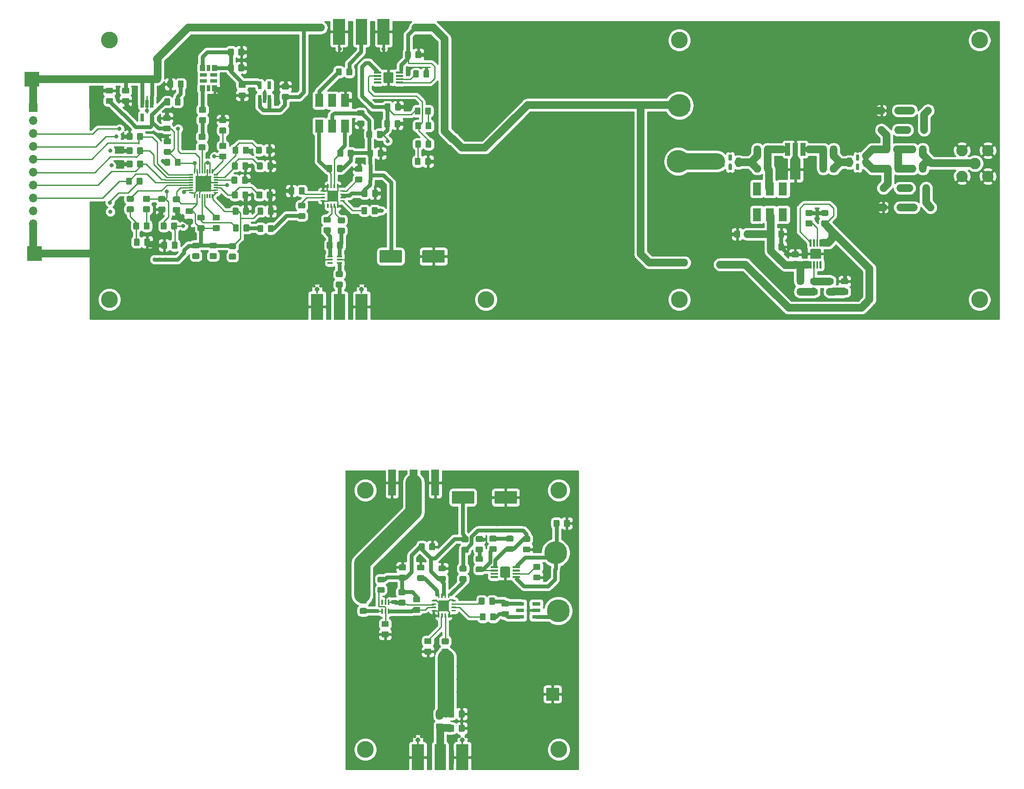
<source format=gbr>
G04 #@! TF.GenerationSoftware,KiCad,Pcbnew,5.1.5-52549c5~84~ubuntu18.04.1*
G04 #@! TF.CreationDate,2020-04-26T13:35:48+09:30*
G04 #@! TF.ProjectId,SpecAnFrontEnd,53706563-416e-4467-926f-6e74456e642e,rev?*
G04 #@! TF.SameCoordinates,Original*
G04 #@! TF.FileFunction,Copper,L1,Top*
G04 #@! TF.FilePolarity,Positive*
%FSLAX46Y46*%
G04 Gerber Fmt 4.6, Leading zero omitted, Abs format (unit mm)*
G04 Created by KiCad (PCBNEW 5.1.5-52549c5~84~ubuntu18.04.1) date 2020-04-26 13:35:48*
%MOMM*%
%LPD*%
G04 APERTURE LIST*
%ADD10R,0.460000X0.950000*%
%ADD11R,2.420000X5.080000*%
%ADD12R,2.290000X5.080000*%
%ADD13R,1.650000X2.540000*%
%ADD14R,3.000000X3.000000*%
%ADD15R,1.000000X2.500000*%
%ADD16R,2.000000X4.000000*%
%ADD17C,0.100000*%
%ADD18C,2.250000*%
%ADD19R,0.900000X1.200000*%
%ADD20C,0.610000*%
%ADD21C,0.970000*%
%ADD22R,1.500000X5.080000*%
%ADD23R,1.650000X0.760000*%
%ADD24R,0.360000X1.000000*%
%ADD25R,1.000000X0.360000*%
%ADD26C,0.500000*%
%ADD27C,0.600000*%
%ADD28R,1.350000X0.700000*%
%ADD29R,1.050000X1.150000*%
%ADD30R,0.700000X1.150000*%
%ADD31R,0.650000X1.560000*%
%ADD32C,4.500880*%
%ADD33R,2.500000X2.500000*%
%ADD34R,1.700000X1.700000*%
%ADD35O,1.700000X1.700000*%
%ADD36R,3.100000X3.100000*%
%ADD37C,0.800000*%
%ADD38C,3.300000*%
%ADD39C,1.500000*%
%ADD40C,0.250000*%
%ADD41C,0.750000*%
%ADD42C,3.200000*%
%ADD43C,0.254000*%
G04 APERTURE END LIST*
D10*
X92140000Y-26790000D03*
X100900000Y-26790000D03*
D11*
X92140000Y-23800000D03*
X100900000Y-23800000D03*
D12*
X96520000Y-23800000D03*
D13*
X174300000Y-54700000D03*
X176840000Y-54700000D03*
X179380000Y-54700000D03*
X179380000Y-59780000D03*
X176840000Y-59780000D03*
X174300000Y-59780000D03*
D14*
X32300000Y-67400000D03*
D15*
X183320000Y-46950000D03*
X181820000Y-46950000D03*
X180320000Y-46950000D03*
D16*
X181820000Y-50910000D03*
G04 #@! TA.AperFunction,SMDPad,CuDef*
D17*
G36*
X180820000Y-48935000D02*
G01*
X181320000Y-48185000D01*
X182320000Y-48185000D01*
X182820000Y-48935000D01*
X180820000Y-48935000D01*
G37*
G04 #@! TD.AperFunction*
D18*
X217100000Y-49700000D03*
X214560000Y-52240000D03*
X219640000Y-52240000D03*
X219640000Y-47160000D03*
X214560000Y-47160000D03*
G04 #@! TA.AperFunction,SMDPad,CuDef*
D17*
G36*
X188074505Y-58876204D02*
G01*
X188098773Y-58879804D01*
X188122572Y-58885765D01*
X188145671Y-58894030D01*
X188167850Y-58904520D01*
X188188893Y-58917132D01*
X188208599Y-58931747D01*
X188226777Y-58948223D01*
X188243253Y-58966401D01*
X188257868Y-58986107D01*
X188270480Y-59007150D01*
X188280970Y-59029329D01*
X188289235Y-59052428D01*
X188295196Y-59076227D01*
X188298796Y-59100495D01*
X188300000Y-59124999D01*
X188300000Y-59775001D01*
X188298796Y-59799505D01*
X188295196Y-59823773D01*
X188289235Y-59847572D01*
X188280970Y-59870671D01*
X188270480Y-59892850D01*
X188257868Y-59913893D01*
X188243253Y-59933599D01*
X188226777Y-59951777D01*
X188208599Y-59968253D01*
X188188893Y-59982868D01*
X188167850Y-59995480D01*
X188145671Y-60005970D01*
X188122572Y-60014235D01*
X188098773Y-60020196D01*
X188074505Y-60023796D01*
X188050001Y-60025000D01*
X187149999Y-60025000D01*
X187125495Y-60023796D01*
X187101227Y-60020196D01*
X187077428Y-60014235D01*
X187054329Y-60005970D01*
X187032150Y-59995480D01*
X187011107Y-59982868D01*
X186991401Y-59968253D01*
X186973223Y-59951777D01*
X186956747Y-59933599D01*
X186942132Y-59913893D01*
X186929520Y-59892850D01*
X186919030Y-59870671D01*
X186910765Y-59847572D01*
X186904804Y-59823773D01*
X186901204Y-59799505D01*
X186900000Y-59775001D01*
X186900000Y-59124999D01*
X186901204Y-59100495D01*
X186904804Y-59076227D01*
X186910765Y-59052428D01*
X186919030Y-59029329D01*
X186929520Y-59007150D01*
X186942132Y-58986107D01*
X186956747Y-58966401D01*
X186973223Y-58948223D01*
X186991401Y-58931747D01*
X187011107Y-58917132D01*
X187032150Y-58904520D01*
X187054329Y-58894030D01*
X187077428Y-58885765D01*
X187101227Y-58879804D01*
X187125495Y-58876204D01*
X187149999Y-58875000D01*
X188050001Y-58875000D01*
X188074505Y-58876204D01*
G37*
G04 #@! TD.AperFunction*
G04 #@! TA.AperFunction,SMDPad,CuDef*
G36*
X188074505Y-60926204D02*
G01*
X188098773Y-60929804D01*
X188122572Y-60935765D01*
X188145671Y-60944030D01*
X188167850Y-60954520D01*
X188188893Y-60967132D01*
X188208599Y-60981747D01*
X188226777Y-60998223D01*
X188243253Y-61016401D01*
X188257868Y-61036107D01*
X188270480Y-61057150D01*
X188280970Y-61079329D01*
X188289235Y-61102428D01*
X188295196Y-61126227D01*
X188298796Y-61150495D01*
X188300000Y-61174999D01*
X188300000Y-61825001D01*
X188298796Y-61849505D01*
X188295196Y-61873773D01*
X188289235Y-61897572D01*
X188280970Y-61920671D01*
X188270480Y-61942850D01*
X188257868Y-61963893D01*
X188243253Y-61983599D01*
X188226777Y-62001777D01*
X188208599Y-62018253D01*
X188188893Y-62032868D01*
X188167850Y-62045480D01*
X188145671Y-62055970D01*
X188122572Y-62064235D01*
X188098773Y-62070196D01*
X188074505Y-62073796D01*
X188050001Y-62075000D01*
X187149999Y-62075000D01*
X187125495Y-62073796D01*
X187101227Y-62070196D01*
X187077428Y-62064235D01*
X187054329Y-62055970D01*
X187032150Y-62045480D01*
X187011107Y-62032868D01*
X186991401Y-62018253D01*
X186973223Y-62001777D01*
X186956747Y-61983599D01*
X186942132Y-61963893D01*
X186929520Y-61942850D01*
X186919030Y-61920671D01*
X186910765Y-61897572D01*
X186904804Y-61873773D01*
X186901204Y-61849505D01*
X186900000Y-61825001D01*
X186900000Y-61174999D01*
X186901204Y-61150495D01*
X186904804Y-61126227D01*
X186910765Y-61102428D01*
X186919030Y-61079329D01*
X186929520Y-61057150D01*
X186942132Y-61036107D01*
X186956747Y-61016401D01*
X186973223Y-60998223D01*
X186991401Y-60981747D01*
X187011107Y-60967132D01*
X187032150Y-60954520D01*
X187054329Y-60944030D01*
X187077428Y-60935765D01*
X187101227Y-60929804D01*
X187125495Y-60926204D01*
X187149999Y-60925000D01*
X188050001Y-60925000D01*
X188074505Y-60926204D01*
G37*
G04 #@! TD.AperFunction*
G04 #@! TA.AperFunction,SMDPad,CuDef*
G36*
X179384505Y-62911204D02*
G01*
X179408773Y-62914804D01*
X179432572Y-62920765D01*
X179455671Y-62929030D01*
X179477850Y-62939520D01*
X179498893Y-62952132D01*
X179518599Y-62966747D01*
X179536777Y-62983223D01*
X179553253Y-63001401D01*
X179567868Y-63021107D01*
X179580480Y-63042150D01*
X179590970Y-63064329D01*
X179599235Y-63087428D01*
X179605196Y-63111227D01*
X179608796Y-63135495D01*
X179610000Y-63159999D01*
X179610000Y-64060001D01*
X179608796Y-64084505D01*
X179605196Y-64108773D01*
X179599235Y-64132572D01*
X179590970Y-64155671D01*
X179580480Y-64177850D01*
X179567868Y-64198893D01*
X179553253Y-64218599D01*
X179536777Y-64236777D01*
X179518599Y-64253253D01*
X179498893Y-64267868D01*
X179477850Y-64280480D01*
X179455671Y-64290970D01*
X179432572Y-64299235D01*
X179408773Y-64305196D01*
X179384505Y-64308796D01*
X179360001Y-64310000D01*
X178709999Y-64310000D01*
X178685495Y-64308796D01*
X178661227Y-64305196D01*
X178637428Y-64299235D01*
X178614329Y-64290970D01*
X178592150Y-64280480D01*
X178571107Y-64267868D01*
X178551401Y-64253253D01*
X178533223Y-64236777D01*
X178516747Y-64218599D01*
X178502132Y-64198893D01*
X178489520Y-64177850D01*
X178479030Y-64155671D01*
X178470765Y-64132572D01*
X178464804Y-64108773D01*
X178461204Y-64084505D01*
X178460000Y-64060001D01*
X178460000Y-63159999D01*
X178461204Y-63135495D01*
X178464804Y-63111227D01*
X178470765Y-63087428D01*
X178479030Y-63064329D01*
X178489520Y-63042150D01*
X178502132Y-63021107D01*
X178516747Y-63001401D01*
X178533223Y-62983223D01*
X178551401Y-62966747D01*
X178571107Y-62952132D01*
X178592150Y-62939520D01*
X178614329Y-62929030D01*
X178637428Y-62920765D01*
X178661227Y-62914804D01*
X178685495Y-62911204D01*
X178709999Y-62910000D01*
X179360001Y-62910000D01*
X179384505Y-62911204D01*
G37*
G04 #@! TD.AperFunction*
G04 #@! TA.AperFunction,SMDPad,CuDef*
G36*
X177334505Y-62911204D02*
G01*
X177358773Y-62914804D01*
X177382572Y-62920765D01*
X177405671Y-62929030D01*
X177427850Y-62939520D01*
X177448893Y-62952132D01*
X177468599Y-62966747D01*
X177486777Y-62983223D01*
X177503253Y-63001401D01*
X177517868Y-63021107D01*
X177530480Y-63042150D01*
X177540970Y-63064329D01*
X177549235Y-63087428D01*
X177555196Y-63111227D01*
X177558796Y-63135495D01*
X177560000Y-63159999D01*
X177560000Y-64060001D01*
X177558796Y-64084505D01*
X177555196Y-64108773D01*
X177549235Y-64132572D01*
X177540970Y-64155671D01*
X177530480Y-64177850D01*
X177517868Y-64198893D01*
X177503253Y-64218599D01*
X177486777Y-64236777D01*
X177468599Y-64253253D01*
X177448893Y-64267868D01*
X177427850Y-64280480D01*
X177405671Y-64290970D01*
X177382572Y-64299235D01*
X177358773Y-64305196D01*
X177334505Y-64308796D01*
X177310001Y-64310000D01*
X176659999Y-64310000D01*
X176635495Y-64308796D01*
X176611227Y-64305196D01*
X176587428Y-64299235D01*
X176564329Y-64290970D01*
X176542150Y-64280480D01*
X176521107Y-64267868D01*
X176501401Y-64253253D01*
X176483223Y-64236777D01*
X176466747Y-64218599D01*
X176452132Y-64198893D01*
X176439520Y-64177850D01*
X176429030Y-64155671D01*
X176420765Y-64132572D01*
X176414804Y-64108773D01*
X176411204Y-64084505D01*
X176410000Y-64060001D01*
X176410000Y-63159999D01*
X176411204Y-63135495D01*
X176414804Y-63111227D01*
X176420765Y-63087428D01*
X176429030Y-63064329D01*
X176439520Y-63042150D01*
X176452132Y-63021107D01*
X176466747Y-63001401D01*
X176483223Y-62983223D01*
X176501401Y-62966747D01*
X176521107Y-62952132D01*
X176542150Y-62939520D01*
X176564329Y-62929030D01*
X176587428Y-62920765D01*
X176611227Y-62914804D01*
X176635495Y-62911204D01*
X176659999Y-62910000D01*
X177310001Y-62910000D01*
X177334505Y-62911204D01*
G37*
G04 #@! TD.AperFunction*
G04 #@! TA.AperFunction,SMDPad,CuDef*
G36*
X170739505Y-62911204D02*
G01*
X170763773Y-62914804D01*
X170787572Y-62920765D01*
X170810671Y-62929030D01*
X170832850Y-62939520D01*
X170853893Y-62952132D01*
X170873599Y-62966747D01*
X170891777Y-62983223D01*
X170908253Y-63001401D01*
X170922868Y-63021107D01*
X170935480Y-63042150D01*
X170945970Y-63064329D01*
X170954235Y-63087428D01*
X170960196Y-63111227D01*
X170963796Y-63135495D01*
X170965000Y-63159999D01*
X170965000Y-64060001D01*
X170963796Y-64084505D01*
X170960196Y-64108773D01*
X170954235Y-64132572D01*
X170945970Y-64155671D01*
X170935480Y-64177850D01*
X170922868Y-64198893D01*
X170908253Y-64218599D01*
X170891777Y-64236777D01*
X170873599Y-64253253D01*
X170853893Y-64267868D01*
X170832850Y-64280480D01*
X170810671Y-64290970D01*
X170787572Y-64299235D01*
X170763773Y-64305196D01*
X170739505Y-64308796D01*
X170715001Y-64310000D01*
X170064999Y-64310000D01*
X170040495Y-64308796D01*
X170016227Y-64305196D01*
X169992428Y-64299235D01*
X169969329Y-64290970D01*
X169947150Y-64280480D01*
X169926107Y-64267868D01*
X169906401Y-64253253D01*
X169888223Y-64236777D01*
X169871747Y-64218599D01*
X169857132Y-64198893D01*
X169844520Y-64177850D01*
X169834030Y-64155671D01*
X169825765Y-64132572D01*
X169819804Y-64108773D01*
X169816204Y-64084505D01*
X169815000Y-64060001D01*
X169815000Y-63159999D01*
X169816204Y-63135495D01*
X169819804Y-63111227D01*
X169825765Y-63087428D01*
X169834030Y-63064329D01*
X169844520Y-63042150D01*
X169857132Y-63021107D01*
X169871747Y-63001401D01*
X169888223Y-62983223D01*
X169906401Y-62966747D01*
X169926107Y-62952132D01*
X169947150Y-62939520D01*
X169969329Y-62929030D01*
X169992428Y-62920765D01*
X170016227Y-62914804D01*
X170040495Y-62911204D01*
X170064999Y-62910000D01*
X170715001Y-62910000D01*
X170739505Y-62911204D01*
G37*
G04 #@! TD.AperFunction*
G04 #@! TA.AperFunction,SMDPad,CuDef*
G36*
X172789505Y-62911204D02*
G01*
X172813773Y-62914804D01*
X172837572Y-62920765D01*
X172860671Y-62929030D01*
X172882850Y-62939520D01*
X172903893Y-62952132D01*
X172923599Y-62966747D01*
X172941777Y-62983223D01*
X172958253Y-63001401D01*
X172972868Y-63021107D01*
X172985480Y-63042150D01*
X172995970Y-63064329D01*
X173004235Y-63087428D01*
X173010196Y-63111227D01*
X173013796Y-63135495D01*
X173015000Y-63159999D01*
X173015000Y-64060001D01*
X173013796Y-64084505D01*
X173010196Y-64108773D01*
X173004235Y-64132572D01*
X172995970Y-64155671D01*
X172985480Y-64177850D01*
X172972868Y-64198893D01*
X172958253Y-64218599D01*
X172941777Y-64236777D01*
X172923599Y-64253253D01*
X172903893Y-64267868D01*
X172882850Y-64280480D01*
X172860671Y-64290970D01*
X172837572Y-64299235D01*
X172813773Y-64305196D01*
X172789505Y-64308796D01*
X172765001Y-64310000D01*
X172114999Y-64310000D01*
X172090495Y-64308796D01*
X172066227Y-64305196D01*
X172042428Y-64299235D01*
X172019329Y-64290970D01*
X171997150Y-64280480D01*
X171976107Y-64267868D01*
X171956401Y-64253253D01*
X171938223Y-64236777D01*
X171921747Y-64218599D01*
X171907132Y-64198893D01*
X171894520Y-64177850D01*
X171884030Y-64155671D01*
X171875765Y-64132572D01*
X171869804Y-64108773D01*
X171866204Y-64084505D01*
X171865000Y-64060001D01*
X171865000Y-63159999D01*
X171866204Y-63135495D01*
X171869804Y-63111227D01*
X171875765Y-63087428D01*
X171884030Y-63064329D01*
X171894520Y-63042150D01*
X171907132Y-63021107D01*
X171921747Y-63001401D01*
X171938223Y-62983223D01*
X171956401Y-62966747D01*
X171976107Y-62952132D01*
X171997150Y-62939520D01*
X172019329Y-62929030D01*
X172042428Y-62920765D01*
X172066227Y-62914804D01*
X172090495Y-62911204D01*
X172114999Y-62910000D01*
X172765001Y-62910000D01*
X172789505Y-62911204D01*
G37*
G04 #@! TD.AperFunction*
G04 #@! TA.AperFunction,SMDPad,CuDef*
G36*
X177334505Y-65451204D02*
G01*
X177358773Y-65454804D01*
X177382572Y-65460765D01*
X177405671Y-65469030D01*
X177427850Y-65479520D01*
X177448893Y-65492132D01*
X177468599Y-65506747D01*
X177486777Y-65523223D01*
X177503253Y-65541401D01*
X177517868Y-65561107D01*
X177530480Y-65582150D01*
X177540970Y-65604329D01*
X177549235Y-65627428D01*
X177555196Y-65651227D01*
X177558796Y-65675495D01*
X177560000Y-65699999D01*
X177560000Y-66600001D01*
X177558796Y-66624505D01*
X177555196Y-66648773D01*
X177549235Y-66672572D01*
X177540970Y-66695671D01*
X177530480Y-66717850D01*
X177517868Y-66738893D01*
X177503253Y-66758599D01*
X177486777Y-66776777D01*
X177468599Y-66793253D01*
X177448893Y-66807868D01*
X177427850Y-66820480D01*
X177405671Y-66830970D01*
X177382572Y-66839235D01*
X177358773Y-66845196D01*
X177334505Y-66848796D01*
X177310001Y-66850000D01*
X176659999Y-66850000D01*
X176635495Y-66848796D01*
X176611227Y-66845196D01*
X176587428Y-66839235D01*
X176564329Y-66830970D01*
X176542150Y-66820480D01*
X176521107Y-66807868D01*
X176501401Y-66793253D01*
X176483223Y-66776777D01*
X176466747Y-66758599D01*
X176452132Y-66738893D01*
X176439520Y-66717850D01*
X176429030Y-66695671D01*
X176420765Y-66672572D01*
X176414804Y-66648773D01*
X176411204Y-66624505D01*
X176410000Y-66600001D01*
X176410000Y-65699999D01*
X176411204Y-65675495D01*
X176414804Y-65651227D01*
X176420765Y-65627428D01*
X176429030Y-65604329D01*
X176439520Y-65582150D01*
X176452132Y-65561107D01*
X176466747Y-65541401D01*
X176483223Y-65523223D01*
X176501401Y-65506747D01*
X176521107Y-65492132D01*
X176542150Y-65479520D01*
X176564329Y-65469030D01*
X176587428Y-65460765D01*
X176611227Y-65454804D01*
X176635495Y-65451204D01*
X176659999Y-65450000D01*
X177310001Y-65450000D01*
X177334505Y-65451204D01*
G37*
G04 #@! TD.AperFunction*
G04 #@! TA.AperFunction,SMDPad,CuDef*
G36*
X179384505Y-65451204D02*
G01*
X179408773Y-65454804D01*
X179432572Y-65460765D01*
X179455671Y-65469030D01*
X179477850Y-65479520D01*
X179498893Y-65492132D01*
X179518599Y-65506747D01*
X179536777Y-65523223D01*
X179553253Y-65541401D01*
X179567868Y-65561107D01*
X179580480Y-65582150D01*
X179590970Y-65604329D01*
X179599235Y-65627428D01*
X179605196Y-65651227D01*
X179608796Y-65675495D01*
X179610000Y-65699999D01*
X179610000Y-66600001D01*
X179608796Y-66624505D01*
X179605196Y-66648773D01*
X179599235Y-66672572D01*
X179590970Y-66695671D01*
X179580480Y-66717850D01*
X179567868Y-66738893D01*
X179553253Y-66758599D01*
X179536777Y-66776777D01*
X179518599Y-66793253D01*
X179498893Y-66807868D01*
X179477850Y-66820480D01*
X179455671Y-66830970D01*
X179432572Y-66839235D01*
X179408773Y-66845196D01*
X179384505Y-66848796D01*
X179360001Y-66850000D01*
X178709999Y-66850000D01*
X178685495Y-66848796D01*
X178661227Y-66845196D01*
X178637428Y-66839235D01*
X178614329Y-66830970D01*
X178592150Y-66820480D01*
X178571107Y-66807868D01*
X178551401Y-66793253D01*
X178533223Y-66776777D01*
X178516747Y-66758599D01*
X178502132Y-66738893D01*
X178489520Y-66717850D01*
X178479030Y-66695671D01*
X178470765Y-66672572D01*
X178464804Y-66648773D01*
X178461204Y-66624505D01*
X178460000Y-66600001D01*
X178460000Y-65699999D01*
X178461204Y-65675495D01*
X178464804Y-65651227D01*
X178470765Y-65627428D01*
X178479030Y-65604329D01*
X178489520Y-65582150D01*
X178502132Y-65561107D01*
X178516747Y-65541401D01*
X178533223Y-65523223D01*
X178551401Y-65506747D01*
X178571107Y-65492132D01*
X178592150Y-65479520D01*
X178614329Y-65469030D01*
X178637428Y-65460765D01*
X178661227Y-65454804D01*
X178685495Y-65451204D01*
X178709999Y-65450000D01*
X179360001Y-65450000D01*
X179384505Y-65451204D01*
G37*
G04 #@! TD.AperFunction*
G04 #@! TA.AperFunction,SMDPad,CuDef*
G36*
X205174505Y-46231204D02*
G01*
X205198773Y-46234804D01*
X205222572Y-46240765D01*
X205245671Y-46249030D01*
X205267850Y-46259520D01*
X205288893Y-46272132D01*
X205308599Y-46286747D01*
X205326777Y-46303223D01*
X205343253Y-46321401D01*
X205357868Y-46341107D01*
X205370480Y-46362150D01*
X205380970Y-46384329D01*
X205389235Y-46407428D01*
X205395196Y-46431227D01*
X205398796Y-46455495D01*
X205400000Y-46479999D01*
X205400000Y-47380001D01*
X205398796Y-47404505D01*
X205395196Y-47428773D01*
X205389235Y-47452572D01*
X205380970Y-47475671D01*
X205370480Y-47497850D01*
X205357868Y-47518893D01*
X205343253Y-47538599D01*
X205326777Y-47556777D01*
X205308599Y-47573253D01*
X205288893Y-47587868D01*
X205267850Y-47600480D01*
X205245671Y-47610970D01*
X205222572Y-47619235D01*
X205198773Y-47625196D01*
X205174505Y-47628796D01*
X205150001Y-47630000D01*
X204499999Y-47630000D01*
X204475495Y-47628796D01*
X204451227Y-47625196D01*
X204427428Y-47619235D01*
X204404329Y-47610970D01*
X204382150Y-47600480D01*
X204361107Y-47587868D01*
X204341401Y-47573253D01*
X204323223Y-47556777D01*
X204306747Y-47538599D01*
X204292132Y-47518893D01*
X204279520Y-47497850D01*
X204269030Y-47475671D01*
X204260765Y-47452572D01*
X204254804Y-47428773D01*
X204251204Y-47404505D01*
X204250000Y-47380001D01*
X204250000Y-46479999D01*
X204251204Y-46455495D01*
X204254804Y-46431227D01*
X204260765Y-46407428D01*
X204269030Y-46384329D01*
X204279520Y-46362150D01*
X204292132Y-46341107D01*
X204306747Y-46321401D01*
X204323223Y-46303223D01*
X204341401Y-46286747D01*
X204361107Y-46272132D01*
X204382150Y-46259520D01*
X204404329Y-46249030D01*
X204427428Y-46240765D01*
X204451227Y-46234804D01*
X204475495Y-46231204D01*
X204499999Y-46230000D01*
X205150001Y-46230000D01*
X205174505Y-46231204D01*
G37*
G04 #@! TD.AperFunction*
G04 #@! TA.AperFunction,SMDPad,CuDef*
G36*
X207224505Y-46231204D02*
G01*
X207248773Y-46234804D01*
X207272572Y-46240765D01*
X207295671Y-46249030D01*
X207317850Y-46259520D01*
X207338893Y-46272132D01*
X207358599Y-46286747D01*
X207376777Y-46303223D01*
X207393253Y-46321401D01*
X207407868Y-46341107D01*
X207420480Y-46362150D01*
X207430970Y-46384329D01*
X207439235Y-46407428D01*
X207445196Y-46431227D01*
X207448796Y-46455495D01*
X207450000Y-46479999D01*
X207450000Y-47380001D01*
X207448796Y-47404505D01*
X207445196Y-47428773D01*
X207439235Y-47452572D01*
X207430970Y-47475671D01*
X207420480Y-47497850D01*
X207407868Y-47518893D01*
X207393253Y-47538599D01*
X207376777Y-47556777D01*
X207358599Y-47573253D01*
X207338893Y-47587868D01*
X207317850Y-47600480D01*
X207295671Y-47610970D01*
X207272572Y-47619235D01*
X207248773Y-47625196D01*
X207224505Y-47628796D01*
X207200001Y-47630000D01*
X206549999Y-47630000D01*
X206525495Y-47628796D01*
X206501227Y-47625196D01*
X206477428Y-47619235D01*
X206454329Y-47610970D01*
X206432150Y-47600480D01*
X206411107Y-47587868D01*
X206391401Y-47573253D01*
X206373223Y-47556777D01*
X206356747Y-47538599D01*
X206342132Y-47518893D01*
X206329520Y-47497850D01*
X206319030Y-47475671D01*
X206310765Y-47452572D01*
X206304804Y-47428773D01*
X206301204Y-47404505D01*
X206300000Y-47380001D01*
X206300000Y-46479999D01*
X206301204Y-46455495D01*
X206304804Y-46431227D01*
X206310765Y-46407428D01*
X206319030Y-46384329D01*
X206329520Y-46362150D01*
X206342132Y-46341107D01*
X206356747Y-46321401D01*
X206373223Y-46303223D01*
X206391401Y-46286747D01*
X206411107Y-46272132D01*
X206432150Y-46259520D01*
X206454329Y-46249030D01*
X206477428Y-46240765D01*
X206501227Y-46234804D01*
X206525495Y-46231204D01*
X206549999Y-46230000D01*
X207200001Y-46230000D01*
X207224505Y-46231204D01*
G37*
G04 #@! TD.AperFunction*
G04 #@! TA.AperFunction,SMDPad,CuDef*
G36*
X207224505Y-50041204D02*
G01*
X207248773Y-50044804D01*
X207272572Y-50050765D01*
X207295671Y-50059030D01*
X207317850Y-50069520D01*
X207338893Y-50082132D01*
X207358599Y-50096747D01*
X207376777Y-50113223D01*
X207393253Y-50131401D01*
X207407868Y-50151107D01*
X207420480Y-50172150D01*
X207430970Y-50194329D01*
X207439235Y-50217428D01*
X207445196Y-50241227D01*
X207448796Y-50265495D01*
X207450000Y-50289999D01*
X207450000Y-51190001D01*
X207448796Y-51214505D01*
X207445196Y-51238773D01*
X207439235Y-51262572D01*
X207430970Y-51285671D01*
X207420480Y-51307850D01*
X207407868Y-51328893D01*
X207393253Y-51348599D01*
X207376777Y-51366777D01*
X207358599Y-51383253D01*
X207338893Y-51397868D01*
X207317850Y-51410480D01*
X207295671Y-51420970D01*
X207272572Y-51429235D01*
X207248773Y-51435196D01*
X207224505Y-51438796D01*
X207200001Y-51440000D01*
X206549999Y-51440000D01*
X206525495Y-51438796D01*
X206501227Y-51435196D01*
X206477428Y-51429235D01*
X206454329Y-51420970D01*
X206432150Y-51410480D01*
X206411107Y-51397868D01*
X206391401Y-51383253D01*
X206373223Y-51366777D01*
X206356747Y-51348599D01*
X206342132Y-51328893D01*
X206329520Y-51307850D01*
X206319030Y-51285671D01*
X206310765Y-51262572D01*
X206304804Y-51238773D01*
X206301204Y-51214505D01*
X206300000Y-51190001D01*
X206300000Y-50289999D01*
X206301204Y-50265495D01*
X206304804Y-50241227D01*
X206310765Y-50217428D01*
X206319030Y-50194329D01*
X206329520Y-50172150D01*
X206342132Y-50151107D01*
X206356747Y-50131401D01*
X206373223Y-50113223D01*
X206391401Y-50096747D01*
X206411107Y-50082132D01*
X206432150Y-50069520D01*
X206454329Y-50059030D01*
X206477428Y-50050765D01*
X206501227Y-50044804D01*
X206525495Y-50041204D01*
X206549999Y-50040000D01*
X207200001Y-50040000D01*
X207224505Y-50041204D01*
G37*
G04 #@! TD.AperFunction*
G04 #@! TA.AperFunction,SMDPad,CuDef*
G36*
X205174505Y-50041204D02*
G01*
X205198773Y-50044804D01*
X205222572Y-50050765D01*
X205245671Y-50059030D01*
X205267850Y-50069520D01*
X205288893Y-50082132D01*
X205308599Y-50096747D01*
X205326777Y-50113223D01*
X205343253Y-50131401D01*
X205357868Y-50151107D01*
X205370480Y-50172150D01*
X205380970Y-50194329D01*
X205389235Y-50217428D01*
X205395196Y-50241227D01*
X205398796Y-50265495D01*
X205400000Y-50289999D01*
X205400000Y-51190001D01*
X205398796Y-51214505D01*
X205395196Y-51238773D01*
X205389235Y-51262572D01*
X205380970Y-51285671D01*
X205370480Y-51307850D01*
X205357868Y-51328893D01*
X205343253Y-51348599D01*
X205326777Y-51366777D01*
X205308599Y-51383253D01*
X205288893Y-51397868D01*
X205267850Y-51410480D01*
X205245671Y-51420970D01*
X205222572Y-51429235D01*
X205198773Y-51435196D01*
X205174505Y-51438796D01*
X205150001Y-51440000D01*
X204499999Y-51440000D01*
X204475495Y-51438796D01*
X204451227Y-51435196D01*
X204427428Y-51429235D01*
X204404329Y-51420970D01*
X204382150Y-51410480D01*
X204361107Y-51397868D01*
X204341401Y-51383253D01*
X204323223Y-51366777D01*
X204306747Y-51348599D01*
X204292132Y-51328893D01*
X204279520Y-51307850D01*
X204269030Y-51285671D01*
X204260765Y-51262572D01*
X204254804Y-51238773D01*
X204251204Y-51214505D01*
X204250000Y-51190001D01*
X204250000Y-50289999D01*
X204251204Y-50265495D01*
X204254804Y-50241227D01*
X204260765Y-50217428D01*
X204269030Y-50194329D01*
X204279520Y-50172150D01*
X204292132Y-50151107D01*
X204306747Y-50131401D01*
X204323223Y-50113223D01*
X204341401Y-50096747D01*
X204361107Y-50082132D01*
X204382150Y-50069520D01*
X204404329Y-50059030D01*
X204427428Y-50050765D01*
X204451227Y-50044804D01*
X204475495Y-50041204D01*
X204499999Y-50040000D01*
X205150001Y-50040000D01*
X205174505Y-50041204D01*
G37*
G04 #@! TD.AperFunction*
G04 #@! TA.AperFunction,SMDPad,CuDef*
G36*
X202144505Y-46231204D02*
G01*
X202168773Y-46234804D01*
X202192572Y-46240765D01*
X202215671Y-46249030D01*
X202237850Y-46259520D01*
X202258893Y-46272132D01*
X202278599Y-46286747D01*
X202296777Y-46303223D01*
X202313253Y-46321401D01*
X202327868Y-46341107D01*
X202340480Y-46362150D01*
X202350970Y-46384329D01*
X202359235Y-46407428D01*
X202365196Y-46431227D01*
X202368796Y-46455495D01*
X202370000Y-46479999D01*
X202370000Y-47380001D01*
X202368796Y-47404505D01*
X202365196Y-47428773D01*
X202359235Y-47452572D01*
X202350970Y-47475671D01*
X202340480Y-47497850D01*
X202327868Y-47518893D01*
X202313253Y-47538599D01*
X202296777Y-47556777D01*
X202278599Y-47573253D01*
X202258893Y-47587868D01*
X202237850Y-47600480D01*
X202215671Y-47610970D01*
X202192572Y-47619235D01*
X202168773Y-47625196D01*
X202144505Y-47628796D01*
X202120001Y-47630000D01*
X201469999Y-47630000D01*
X201445495Y-47628796D01*
X201421227Y-47625196D01*
X201397428Y-47619235D01*
X201374329Y-47610970D01*
X201352150Y-47600480D01*
X201331107Y-47587868D01*
X201311401Y-47573253D01*
X201293223Y-47556777D01*
X201276747Y-47538599D01*
X201262132Y-47518893D01*
X201249520Y-47497850D01*
X201239030Y-47475671D01*
X201230765Y-47452572D01*
X201224804Y-47428773D01*
X201221204Y-47404505D01*
X201220000Y-47380001D01*
X201220000Y-46479999D01*
X201221204Y-46455495D01*
X201224804Y-46431227D01*
X201230765Y-46407428D01*
X201239030Y-46384329D01*
X201249520Y-46362150D01*
X201262132Y-46341107D01*
X201276747Y-46321401D01*
X201293223Y-46303223D01*
X201311401Y-46286747D01*
X201331107Y-46272132D01*
X201352150Y-46259520D01*
X201374329Y-46249030D01*
X201397428Y-46240765D01*
X201421227Y-46234804D01*
X201445495Y-46231204D01*
X201469999Y-46230000D01*
X202120001Y-46230000D01*
X202144505Y-46231204D01*
G37*
G04 #@! TD.AperFunction*
G04 #@! TA.AperFunction,SMDPad,CuDef*
G36*
X200094505Y-46231204D02*
G01*
X200118773Y-46234804D01*
X200142572Y-46240765D01*
X200165671Y-46249030D01*
X200187850Y-46259520D01*
X200208893Y-46272132D01*
X200228599Y-46286747D01*
X200246777Y-46303223D01*
X200263253Y-46321401D01*
X200277868Y-46341107D01*
X200290480Y-46362150D01*
X200300970Y-46384329D01*
X200309235Y-46407428D01*
X200315196Y-46431227D01*
X200318796Y-46455495D01*
X200320000Y-46479999D01*
X200320000Y-47380001D01*
X200318796Y-47404505D01*
X200315196Y-47428773D01*
X200309235Y-47452572D01*
X200300970Y-47475671D01*
X200290480Y-47497850D01*
X200277868Y-47518893D01*
X200263253Y-47538599D01*
X200246777Y-47556777D01*
X200228599Y-47573253D01*
X200208893Y-47587868D01*
X200187850Y-47600480D01*
X200165671Y-47610970D01*
X200142572Y-47619235D01*
X200118773Y-47625196D01*
X200094505Y-47628796D01*
X200070001Y-47630000D01*
X199419999Y-47630000D01*
X199395495Y-47628796D01*
X199371227Y-47625196D01*
X199347428Y-47619235D01*
X199324329Y-47610970D01*
X199302150Y-47600480D01*
X199281107Y-47587868D01*
X199261401Y-47573253D01*
X199243223Y-47556777D01*
X199226747Y-47538599D01*
X199212132Y-47518893D01*
X199199520Y-47497850D01*
X199189030Y-47475671D01*
X199180765Y-47452572D01*
X199174804Y-47428773D01*
X199171204Y-47404505D01*
X199170000Y-47380001D01*
X199170000Y-46479999D01*
X199171204Y-46455495D01*
X199174804Y-46431227D01*
X199180765Y-46407428D01*
X199189030Y-46384329D01*
X199199520Y-46362150D01*
X199212132Y-46341107D01*
X199226747Y-46321401D01*
X199243223Y-46303223D01*
X199261401Y-46286747D01*
X199281107Y-46272132D01*
X199302150Y-46259520D01*
X199324329Y-46249030D01*
X199347428Y-46240765D01*
X199371227Y-46234804D01*
X199395495Y-46231204D01*
X199419999Y-46230000D01*
X200070001Y-46230000D01*
X200094505Y-46231204D01*
G37*
G04 #@! TD.AperFunction*
G04 #@! TA.AperFunction,SMDPad,CuDef*
G36*
X200339505Y-50041204D02*
G01*
X200363773Y-50044804D01*
X200387572Y-50050765D01*
X200410671Y-50059030D01*
X200432850Y-50069520D01*
X200453893Y-50082132D01*
X200473599Y-50096747D01*
X200491777Y-50113223D01*
X200508253Y-50131401D01*
X200522868Y-50151107D01*
X200535480Y-50172150D01*
X200545970Y-50194329D01*
X200554235Y-50217428D01*
X200560196Y-50241227D01*
X200563796Y-50265495D01*
X200565000Y-50289999D01*
X200565000Y-51190001D01*
X200563796Y-51214505D01*
X200560196Y-51238773D01*
X200554235Y-51262572D01*
X200545970Y-51285671D01*
X200535480Y-51307850D01*
X200522868Y-51328893D01*
X200508253Y-51348599D01*
X200491777Y-51366777D01*
X200473599Y-51383253D01*
X200453893Y-51397868D01*
X200432850Y-51410480D01*
X200410671Y-51420970D01*
X200387572Y-51429235D01*
X200363773Y-51435196D01*
X200339505Y-51438796D01*
X200315001Y-51440000D01*
X199664999Y-51440000D01*
X199640495Y-51438796D01*
X199616227Y-51435196D01*
X199592428Y-51429235D01*
X199569329Y-51420970D01*
X199547150Y-51410480D01*
X199526107Y-51397868D01*
X199506401Y-51383253D01*
X199488223Y-51366777D01*
X199471747Y-51348599D01*
X199457132Y-51328893D01*
X199444520Y-51307850D01*
X199434030Y-51285671D01*
X199425765Y-51262572D01*
X199419804Y-51238773D01*
X199416204Y-51214505D01*
X199415000Y-51190001D01*
X199415000Y-50289999D01*
X199416204Y-50265495D01*
X199419804Y-50241227D01*
X199425765Y-50217428D01*
X199434030Y-50194329D01*
X199444520Y-50172150D01*
X199457132Y-50151107D01*
X199471747Y-50131401D01*
X199488223Y-50113223D01*
X199506401Y-50096747D01*
X199526107Y-50082132D01*
X199547150Y-50069520D01*
X199569329Y-50059030D01*
X199592428Y-50050765D01*
X199616227Y-50044804D01*
X199640495Y-50041204D01*
X199664999Y-50040000D01*
X200315001Y-50040000D01*
X200339505Y-50041204D01*
G37*
G04 #@! TD.AperFunction*
G04 #@! TA.AperFunction,SMDPad,CuDef*
G36*
X202389505Y-50041204D02*
G01*
X202413773Y-50044804D01*
X202437572Y-50050765D01*
X202460671Y-50059030D01*
X202482850Y-50069520D01*
X202503893Y-50082132D01*
X202523599Y-50096747D01*
X202541777Y-50113223D01*
X202558253Y-50131401D01*
X202572868Y-50151107D01*
X202585480Y-50172150D01*
X202595970Y-50194329D01*
X202604235Y-50217428D01*
X202610196Y-50241227D01*
X202613796Y-50265495D01*
X202615000Y-50289999D01*
X202615000Y-51190001D01*
X202613796Y-51214505D01*
X202610196Y-51238773D01*
X202604235Y-51262572D01*
X202595970Y-51285671D01*
X202585480Y-51307850D01*
X202572868Y-51328893D01*
X202558253Y-51348599D01*
X202541777Y-51366777D01*
X202523599Y-51383253D01*
X202503893Y-51397868D01*
X202482850Y-51410480D01*
X202460671Y-51420970D01*
X202437572Y-51429235D01*
X202413773Y-51435196D01*
X202389505Y-51438796D01*
X202365001Y-51440000D01*
X201714999Y-51440000D01*
X201690495Y-51438796D01*
X201666227Y-51435196D01*
X201642428Y-51429235D01*
X201619329Y-51420970D01*
X201597150Y-51410480D01*
X201576107Y-51397868D01*
X201556401Y-51383253D01*
X201538223Y-51366777D01*
X201521747Y-51348599D01*
X201507132Y-51328893D01*
X201494520Y-51307850D01*
X201484030Y-51285671D01*
X201475765Y-51262572D01*
X201469804Y-51238773D01*
X201466204Y-51214505D01*
X201465000Y-51190001D01*
X201465000Y-50289999D01*
X201466204Y-50265495D01*
X201469804Y-50241227D01*
X201475765Y-50217428D01*
X201484030Y-50194329D01*
X201494520Y-50172150D01*
X201507132Y-50151107D01*
X201521747Y-50131401D01*
X201538223Y-50113223D01*
X201556401Y-50096747D01*
X201576107Y-50082132D01*
X201597150Y-50069520D01*
X201619329Y-50059030D01*
X201642428Y-50050765D01*
X201666227Y-50044804D01*
X201690495Y-50041204D01*
X201714999Y-50040000D01*
X202365001Y-50040000D01*
X202389505Y-50041204D01*
G37*
G04 #@! TD.AperFunction*
G04 #@! TA.AperFunction,SMDPad,CuDef*
G36*
X189689505Y-46231204D02*
G01*
X189713773Y-46234804D01*
X189737572Y-46240765D01*
X189760671Y-46249030D01*
X189782850Y-46259520D01*
X189803893Y-46272132D01*
X189823599Y-46286747D01*
X189841777Y-46303223D01*
X189858253Y-46321401D01*
X189872868Y-46341107D01*
X189885480Y-46362150D01*
X189895970Y-46384329D01*
X189904235Y-46407428D01*
X189910196Y-46431227D01*
X189913796Y-46455495D01*
X189915000Y-46479999D01*
X189915000Y-47380001D01*
X189913796Y-47404505D01*
X189910196Y-47428773D01*
X189904235Y-47452572D01*
X189895970Y-47475671D01*
X189885480Y-47497850D01*
X189872868Y-47518893D01*
X189858253Y-47538599D01*
X189841777Y-47556777D01*
X189823599Y-47573253D01*
X189803893Y-47587868D01*
X189782850Y-47600480D01*
X189760671Y-47610970D01*
X189737572Y-47619235D01*
X189713773Y-47625196D01*
X189689505Y-47628796D01*
X189665001Y-47630000D01*
X189014999Y-47630000D01*
X188990495Y-47628796D01*
X188966227Y-47625196D01*
X188942428Y-47619235D01*
X188919329Y-47610970D01*
X188897150Y-47600480D01*
X188876107Y-47587868D01*
X188856401Y-47573253D01*
X188838223Y-47556777D01*
X188821747Y-47538599D01*
X188807132Y-47518893D01*
X188794520Y-47497850D01*
X188784030Y-47475671D01*
X188775765Y-47452572D01*
X188769804Y-47428773D01*
X188766204Y-47404505D01*
X188765000Y-47380001D01*
X188765000Y-46479999D01*
X188766204Y-46455495D01*
X188769804Y-46431227D01*
X188775765Y-46407428D01*
X188784030Y-46384329D01*
X188794520Y-46362150D01*
X188807132Y-46341107D01*
X188821747Y-46321401D01*
X188838223Y-46303223D01*
X188856401Y-46286747D01*
X188876107Y-46272132D01*
X188897150Y-46259520D01*
X188919329Y-46249030D01*
X188942428Y-46240765D01*
X188966227Y-46234804D01*
X188990495Y-46231204D01*
X189014999Y-46230000D01*
X189665001Y-46230000D01*
X189689505Y-46231204D01*
G37*
G04 #@! TD.AperFunction*
G04 #@! TA.AperFunction,SMDPad,CuDef*
G36*
X187639505Y-46231204D02*
G01*
X187663773Y-46234804D01*
X187687572Y-46240765D01*
X187710671Y-46249030D01*
X187732850Y-46259520D01*
X187753893Y-46272132D01*
X187773599Y-46286747D01*
X187791777Y-46303223D01*
X187808253Y-46321401D01*
X187822868Y-46341107D01*
X187835480Y-46362150D01*
X187845970Y-46384329D01*
X187854235Y-46407428D01*
X187860196Y-46431227D01*
X187863796Y-46455495D01*
X187865000Y-46479999D01*
X187865000Y-47380001D01*
X187863796Y-47404505D01*
X187860196Y-47428773D01*
X187854235Y-47452572D01*
X187845970Y-47475671D01*
X187835480Y-47497850D01*
X187822868Y-47518893D01*
X187808253Y-47538599D01*
X187791777Y-47556777D01*
X187773599Y-47573253D01*
X187753893Y-47587868D01*
X187732850Y-47600480D01*
X187710671Y-47610970D01*
X187687572Y-47619235D01*
X187663773Y-47625196D01*
X187639505Y-47628796D01*
X187615001Y-47630000D01*
X186964999Y-47630000D01*
X186940495Y-47628796D01*
X186916227Y-47625196D01*
X186892428Y-47619235D01*
X186869329Y-47610970D01*
X186847150Y-47600480D01*
X186826107Y-47587868D01*
X186806401Y-47573253D01*
X186788223Y-47556777D01*
X186771747Y-47538599D01*
X186757132Y-47518893D01*
X186744520Y-47497850D01*
X186734030Y-47475671D01*
X186725765Y-47452572D01*
X186719804Y-47428773D01*
X186716204Y-47404505D01*
X186715000Y-47380001D01*
X186715000Y-46479999D01*
X186716204Y-46455495D01*
X186719804Y-46431227D01*
X186725765Y-46407428D01*
X186734030Y-46384329D01*
X186744520Y-46362150D01*
X186757132Y-46341107D01*
X186771747Y-46321401D01*
X186788223Y-46303223D01*
X186806401Y-46286747D01*
X186826107Y-46272132D01*
X186847150Y-46259520D01*
X186869329Y-46249030D01*
X186892428Y-46240765D01*
X186916227Y-46234804D01*
X186940495Y-46231204D01*
X186964999Y-46230000D01*
X187615001Y-46230000D01*
X187639505Y-46231204D01*
G37*
G04 #@! TD.AperFunction*
G04 #@! TA.AperFunction,SMDPad,CuDef*
G36*
X187639505Y-50041204D02*
G01*
X187663773Y-50044804D01*
X187687572Y-50050765D01*
X187710671Y-50059030D01*
X187732850Y-50069520D01*
X187753893Y-50082132D01*
X187773599Y-50096747D01*
X187791777Y-50113223D01*
X187808253Y-50131401D01*
X187822868Y-50151107D01*
X187835480Y-50172150D01*
X187845970Y-50194329D01*
X187854235Y-50217428D01*
X187860196Y-50241227D01*
X187863796Y-50265495D01*
X187865000Y-50289999D01*
X187865000Y-51190001D01*
X187863796Y-51214505D01*
X187860196Y-51238773D01*
X187854235Y-51262572D01*
X187845970Y-51285671D01*
X187835480Y-51307850D01*
X187822868Y-51328893D01*
X187808253Y-51348599D01*
X187791777Y-51366777D01*
X187773599Y-51383253D01*
X187753893Y-51397868D01*
X187732850Y-51410480D01*
X187710671Y-51420970D01*
X187687572Y-51429235D01*
X187663773Y-51435196D01*
X187639505Y-51438796D01*
X187615001Y-51440000D01*
X186964999Y-51440000D01*
X186940495Y-51438796D01*
X186916227Y-51435196D01*
X186892428Y-51429235D01*
X186869329Y-51420970D01*
X186847150Y-51410480D01*
X186826107Y-51397868D01*
X186806401Y-51383253D01*
X186788223Y-51366777D01*
X186771747Y-51348599D01*
X186757132Y-51328893D01*
X186744520Y-51307850D01*
X186734030Y-51285671D01*
X186725765Y-51262572D01*
X186719804Y-51238773D01*
X186716204Y-51214505D01*
X186715000Y-51190001D01*
X186715000Y-50289999D01*
X186716204Y-50265495D01*
X186719804Y-50241227D01*
X186725765Y-50217428D01*
X186734030Y-50194329D01*
X186744520Y-50172150D01*
X186757132Y-50151107D01*
X186771747Y-50131401D01*
X186788223Y-50113223D01*
X186806401Y-50096747D01*
X186826107Y-50082132D01*
X186847150Y-50069520D01*
X186869329Y-50059030D01*
X186892428Y-50050765D01*
X186916227Y-50044804D01*
X186940495Y-50041204D01*
X186964999Y-50040000D01*
X187615001Y-50040000D01*
X187639505Y-50041204D01*
G37*
G04 #@! TD.AperFunction*
G04 #@! TA.AperFunction,SMDPad,CuDef*
G36*
X189689505Y-50041204D02*
G01*
X189713773Y-50044804D01*
X189737572Y-50050765D01*
X189760671Y-50059030D01*
X189782850Y-50069520D01*
X189803893Y-50082132D01*
X189823599Y-50096747D01*
X189841777Y-50113223D01*
X189858253Y-50131401D01*
X189872868Y-50151107D01*
X189885480Y-50172150D01*
X189895970Y-50194329D01*
X189904235Y-50217428D01*
X189910196Y-50241227D01*
X189913796Y-50265495D01*
X189915000Y-50289999D01*
X189915000Y-51190001D01*
X189913796Y-51214505D01*
X189910196Y-51238773D01*
X189904235Y-51262572D01*
X189895970Y-51285671D01*
X189885480Y-51307850D01*
X189872868Y-51328893D01*
X189858253Y-51348599D01*
X189841777Y-51366777D01*
X189823599Y-51383253D01*
X189803893Y-51397868D01*
X189782850Y-51410480D01*
X189760671Y-51420970D01*
X189737572Y-51429235D01*
X189713773Y-51435196D01*
X189689505Y-51438796D01*
X189665001Y-51440000D01*
X189014999Y-51440000D01*
X188990495Y-51438796D01*
X188966227Y-51435196D01*
X188942428Y-51429235D01*
X188919329Y-51420970D01*
X188897150Y-51410480D01*
X188876107Y-51397868D01*
X188856401Y-51383253D01*
X188838223Y-51366777D01*
X188821747Y-51348599D01*
X188807132Y-51328893D01*
X188794520Y-51307850D01*
X188784030Y-51285671D01*
X188775765Y-51262572D01*
X188769804Y-51238773D01*
X188766204Y-51214505D01*
X188765000Y-51190001D01*
X188765000Y-50289999D01*
X188766204Y-50265495D01*
X188769804Y-50241227D01*
X188775765Y-50217428D01*
X188784030Y-50194329D01*
X188794520Y-50172150D01*
X188807132Y-50151107D01*
X188821747Y-50131401D01*
X188838223Y-50113223D01*
X188856401Y-50096747D01*
X188876107Y-50082132D01*
X188897150Y-50069520D01*
X188919329Y-50059030D01*
X188942428Y-50050765D01*
X188966227Y-50044804D01*
X188990495Y-50041204D01*
X189014999Y-50040000D01*
X189665001Y-50040000D01*
X189689505Y-50041204D01*
G37*
G04 #@! TD.AperFunction*
G04 #@! TA.AperFunction,SMDPad,CuDef*
G36*
X176744505Y-46231204D02*
G01*
X176768773Y-46234804D01*
X176792572Y-46240765D01*
X176815671Y-46249030D01*
X176837850Y-46259520D01*
X176858893Y-46272132D01*
X176878599Y-46286747D01*
X176896777Y-46303223D01*
X176913253Y-46321401D01*
X176927868Y-46341107D01*
X176940480Y-46362150D01*
X176950970Y-46384329D01*
X176959235Y-46407428D01*
X176965196Y-46431227D01*
X176968796Y-46455495D01*
X176970000Y-46479999D01*
X176970000Y-47380001D01*
X176968796Y-47404505D01*
X176965196Y-47428773D01*
X176959235Y-47452572D01*
X176950970Y-47475671D01*
X176940480Y-47497850D01*
X176927868Y-47518893D01*
X176913253Y-47538599D01*
X176896777Y-47556777D01*
X176878599Y-47573253D01*
X176858893Y-47587868D01*
X176837850Y-47600480D01*
X176815671Y-47610970D01*
X176792572Y-47619235D01*
X176768773Y-47625196D01*
X176744505Y-47628796D01*
X176720001Y-47630000D01*
X176069999Y-47630000D01*
X176045495Y-47628796D01*
X176021227Y-47625196D01*
X175997428Y-47619235D01*
X175974329Y-47610970D01*
X175952150Y-47600480D01*
X175931107Y-47587868D01*
X175911401Y-47573253D01*
X175893223Y-47556777D01*
X175876747Y-47538599D01*
X175862132Y-47518893D01*
X175849520Y-47497850D01*
X175839030Y-47475671D01*
X175830765Y-47452572D01*
X175824804Y-47428773D01*
X175821204Y-47404505D01*
X175820000Y-47380001D01*
X175820000Y-46479999D01*
X175821204Y-46455495D01*
X175824804Y-46431227D01*
X175830765Y-46407428D01*
X175839030Y-46384329D01*
X175849520Y-46362150D01*
X175862132Y-46341107D01*
X175876747Y-46321401D01*
X175893223Y-46303223D01*
X175911401Y-46286747D01*
X175931107Y-46272132D01*
X175952150Y-46259520D01*
X175974329Y-46249030D01*
X175997428Y-46240765D01*
X176021227Y-46234804D01*
X176045495Y-46231204D01*
X176069999Y-46230000D01*
X176720001Y-46230000D01*
X176744505Y-46231204D01*
G37*
G04 #@! TD.AperFunction*
G04 #@! TA.AperFunction,SMDPad,CuDef*
G36*
X174694505Y-46231204D02*
G01*
X174718773Y-46234804D01*
X174742572Y-46240765D01*
X174765671Y-46249030D01*
X174787850Y-46259520D01*
X174808893Y-46272132D01*
X174828599Y-46286747D01*
X174846777Y-46303223D01*
X174863253Y-46321401D01*
X174877868Y-46341107D01*
X174890480Y-46362150D01*
X174900970Y-46384329D01*
X174909235Y-46407428D01*
X174915196Y-46431227D01*
X174918796Y-46455495D01*
X174920000Y-46479999D01*
X174920000Y-47380001D01*
X174918796Y-47404505D01*
X174915196Y-47428773D01*
X174909235Y-47452572D01*
X174900970Y-47475671D01*
X174890480Y-47497850D01*
X174877868Y-47518893D01*
X174863253Y-47538599D01*
X174846777Y-47556777D01*
X174828599Y-47573253D01*
X174808893Y-47587868D01*
X174787850Y-47600480D01*
X174765671Y-47610970D01*
X174742572Y-47619235D01*
X174718773Y-47625196D01*
X174694505Y-47628796D01*
X174670001Y-47630000D01*
X174019999Y-47630000D01*
X173995495Y-47628796D01*
X173971227Y-47625196D01*
X173947428Y-47619235D01*
X173924329Y-47610970D01*
X173902150Y-47600480D01*
X173881107Y-47587868D01*
X173861401Y-47573253D01*
X173843223Y-47556777D01*
X173826747Y-47538599D01*
X173812132Y-47518893D01*
X173799520Y-47497850D01*
X173789030Y-47475671D01*
X173780765Y-47452572D01*
X173774804Y-47428773D01*
X173771204Y-47404505D01*
X173770000Y-47380001D01*
X173770000Y-46479999D01*
X173771204Y-46455495D01*
X173774804Y-46431227D01*
X173780765Y-46407428D01*
X173789030Y-46384329D01*
X173799520Y-46362150D01*
X173812132Y-46341107D01*
X173826747Y-46321401D01*
X173843223Y-46303223D01*
X173861401Y-46286747D01*
X173881107Y-46272132D01*
X173902150Y-46259520D01*
X173924329Y-46249030D01*
X173947428Y-46240765D01*
X173971227Y-46234804D01*
X173995495Y-46231204D01*
X174019999Y-46230000D01*
X174670001Y-46230000D01*
X174694505Y-46231204D01*
G37*
G04 #@! TD.AperFunction*
G04 #@! TA.AperFunction,SMDPad,CuDef*
G36*
X174694505Y-50041204D02*
G01*
X174718773Y-50044804D01*
X174742572Y-50050765D01*
X174765671Y-50059030D01*
X174787850Y-50069520D01*
X174808893Y-50082132D01*
X174828599Y-50096747D01*
X174846777Y-50113223D01*
X174863253Y-50131401D01*
X174877868Y-50151107D01*
X174890480Y-50172150D01*
X174900970Y-50194329D01*
X174909235Y-50217428D01*
X174915196Y-50241227D01*
X174918796Y-50265495D01*
X174920000Y-50289999D01*
X174920000Y-51190001D01*
X174918796Y-51214505D01*
X174915196Y-51238773D01*
X174909235Y-51262572D01*
X174900970Y-51285671D01*
X174890480Y-51307850D01*
X174877868Y-51328893D01*
X174863253Y-51348599D01*
X174846777Y-51366777D01*
X174828599Y-51383253D01*
X174808893Y-51397868D01*
X174787850Y-51410480D01*
X174765671Y-51420970D01*
X174742572Y-51429235D01*
X174718773Y-51435196D01*
X174694505Y-51438796D01*
X174670001Y-51440000D01*
X174019999Y-51440000D01*
X173995495Y-51438796D01*
X173971227Y-51435196D01*
X173947428Y-51429235D01*
X173924329Y-51420970D01*
X173902150Y-51410480D01*
X173881107Y-51397868D01*
X173861401Y-51383253D01*
X173843223Y-51366777D01*
X173826747Y-51348599D01*
X173812132Y-51328893D01*
X173799520Y-51307850D01*
X173789030Y-51285671D01*
X173780765Y-51262572D01*
X173774804Y-51238773D01*
X173771204Y-51214505D01*
X173770000Y-51190001D01*
X173770000Y-50289999D01*
X173771204Y-50265495D01*
X173774804Y-50241227D01*
X173780765Y-50217428D01*
X173789030Y-50194329D01*
X173799520Y-50172150D01*
X173812132Y-50151107D01*
X173826747Y-50131401D01*
X173843223Y-50113223D01*
X173861401Y-50096747D01*
X173881107Y-50082132D01*
X173902150Y-50069520D01*
X173924329Y-50059030D01*
X173947428Y-50050765D01*
X173971227Y-50044804D01*
X173995495Y-50041204D01*
X174019999Y-50040000D01*
X174670001Y-50040000D01*
X174694505Y-50041204D01*
G37*
G04 #@! TD.AperFunction*
G04 #@! TA.AperFunction,SMDPad,CuDef*
G36*
X176744505Y-50041204D02*
G01*
X176768773Y-50044804D01*
X176792572Y-50050765D01*
X176815671Y-50059030D01*
X176837850Y-50069520D01*
X176858893Y-50082132D01*
X176878599Y-50096747D01*
X176896777Y-50113223D01*
X176913253Y-50131401D01*
X176927868Y-50151107D01*
X176940480Y-50172150D01*
X176950970Y-50194329D01*
X176959235Y-50217428D01*
X176965196Y-50241227D01*
X176968796Y-50265495D01*
X176970000Y-50289999D01*
X176970000Y-51190001D01*
X176968796Y-51214505D01*
X176965196Y-51238773D01*
X176959235Y-51262572D01*
X176950970Y-51285671D01*
X176940480Y-51307850D01*
X176927868Y-51328893D01*
X176913253Y-51348599D01*
X176896777Y-51366777D01*
X176878599Y-51383253D01*
X176858893Y-51397868D01*
X176837850Y-51410480D01*
X176815671Y-51420970D01*
X176792572Y-51429235D01*
X176768773Y-51435196D01*
X176744505Y-51438796D01*
X176720001Y-51440000D01*
X176069999Y-51440000D01*
X176045495Y-51438796D01*
X176021227Y-51435196D01*
X175997428Y-51429235D01*
X175974329Y-51420970D01*
X175952150Y-51410480D01*
X175931107Y-51397868D01*
X175911401Y-51383253D01*
X175893223Y-51366777D01*
X175876747Y-51348599D01*
X175862132Y-51328893D01*
X175849520Y-51307850D01*
X175839030Y-51285671D01*
X175830765Y-51262572D01*
X175824804Y-51238773D01*
X175821204Y-51214505D01*
X175820000Y-51190001D01*
X175820000Y-50289999D01*
X175821204Y-50265495D01*
X175824804Y-50241227D01*
X175830765Y-50217428D01*
X175839030Y-50194329D01*
X175849520Y-50172150D01*
X175862132Y-50151107D01*
X175876747Y-50131401D01*
X175893223Y-50113223D01*
X175911401Y-50096747D01*
X175931107Y-50082132D01*
X175952150Y-50069520D01*
X175974329Y-50059030D01*
X175997428Y-50050765D01*
X176021227Y-50044804D01*
X176045495Y-50041204D01*
X176069999Y-50040000D01*
X176720001Y-50040000D01*
X176744505Y-50041204D01*
G37*
G04 #@! TD.AperFunction*
D19*
X202420000Y-54550000D03*
X199120000Y-54550000D03*
X207500000Y-54550000D03*
X204200000Y-54550000D03*
X205090000Y-58360000D03*
X208390000Y-58360000D03*
X199120000Y-58360000D03*
X202420000Y-58360000D03*
X198740000Y-43120000D03*
X202040000Y-43120000D03*
X203820000Y-43120000D03*
X207120000Y-43120000D03*
X207880000Y-39310000D03*
X204580000Y-39310000D03*
X202040000Y-39310000D03*
X198740000Y-39310000D03*
D20*
X194065000Y-50575000D03*
X194065000Y-48365000D03*
G04 #@! TA.AperFunction,SMDPad,CuDef*
D17*
G36*
X194232448Y-49775734D02*
G01*
X194247251Y-49777930D01*
X194261768Y-49781567D01*
X194275859Y-49786608D01*
X194289388Y-49793007D01*
X194302224Y-49800701D01*
X194314245Y-49809616D01*
X194325334Y-49819666D01*
X194335384Y-49830755D01*
X194344299Y-49842776D01*
X194351993Y-49855612D01*
X194358392Y-49869141D01*
X194363433Y-49883232D01*
X194367070Y-49897749D01*
X194369266Y-49912552D01*
X194370000Y-49927500D01*
X194370000Y-50867500D01*
X194369266Y-50882448D01*
X194367070Y-50897251D01*
X194363433Y-50911768D01*
X194358392Y-50925859D01*
X194351993Y-50939388D01*
X194344299Y-50952224D01*
X194335384Y-50964245D01*
X194325334Y-50975334D01*
X194314245Y-50985384D01*
X194302224Y-50994299D01*
X194289388Y-51001993D01*
X194275859Y-51008392D01*
X194261768Y-51013433D01*
X194247251Y-51017070D01*
X194232448Y-51019266D01*
X194217500Y-51020000D01*
X193912500Y-51020000D01*
X193897552Y-51019266D01*
X193882749Y-51017070D01*
X193868232Y-51013433D01*
X193854141Y-51008392D01*
X193840612Y-51001993D01*
X193827776Y-50994299D01*
X193815755Y-50985384D01*
X193804666Y-50975334D01*
X193794616Y-50964245D01*
X193785701Y-50952224D01*
X193778007Y-50939388D01*
X193771608Y-50925859D01*
X193766567Y-50911768D01*
X193762930Y-50897251D01*
X193760734Y-50882448D01*
X193760000Y-50867500D01*
X193760000Y-49927500D01*
X193760734Y-49912552D01*
X193762930Y-49897749D01*
X193766567Y-49883232D01*
X193771608Y-49869141D01*
X193778007Y-49855612D01*
X193785701Y-49842776D01*
X193794616Y-49830755D01*
X193804666Y-49819666D01*
X193815755Y-49809616D01*
X193827776Y-49800701D01*
X193840612Y-49793007D01*
X193854141Y-49786608D01*
X193868232Y-49781567D01*
X193882749Y-49777930D01*
X193897552Y-49775734D01*
X193912500Y-49775000D01*
X194217500Y-49775000D01*
X194232448Y-49775734D01*
G37*
G04 #@! TD.AperFunction*
G04 #@! TA.AperFunction,SMDPad,CuDef*
G36*
X194232448Y-47920734D02*
G01*
X194247251Y-47922930D01*
X194261768Y-47926567D01*
X194275859Y-47931608D01*
X194289388Y-47938007D01*
X194302224Y-47945701D01*
X194314245Y-47954616D01*
X194325334Y-47964666D01*
X194335384Y-47975755D01*
X194344299Y-47987776D01*
X194351993Y-48000612D01*
X194358392Y-48014141D01*
X194363433Y-48028232D01*
X194367070Y-48042749D01*
X194369266Y-48057552D01*
X194370000Y-48072500D01*
X194370000Y-49012500D01*
X194369266Y-49027448D01*
X194367070Y-49042251D01*
X194363433Y-49056768D01*
X194358392Y-49070859D01*
X194351993Y-49084388D01*
X194344299Y-49097224D01*
X194335384Y-49109245D01*
X194325334Y-49120334D01*
X194314245Y-49130384D01*
X194302224Y-49139299D01*
X194289388Y-49146993D01*
X194275859Y-49153392D01*
X194261768Y-49158433D01*
X194247251Y-49162070D01*
X194232448Y-49164266D01*
X194217500Y-49165000D01*
X193912500Y-49165000D01*
X193897552Y-49164266D01*
X193882749Y-49162070D01*
X193868232Y-49158433D01*
X193854141Y-49153392D01*
X193840612Y-49146993D01*
X193827776Y-49139299D01*
X193815755Y-49130384D01*
X193804666Y-49120334D01*
X193794616Y-49109245D01*
X193785701Y-49097224D01*
X193778007Y-49084388D01*
X193771608Y-49070859D01*
X193766567Y-49056768D01*
X193762930Y-49042251D01*
X193760734Y-49027448D01*
X193760000Y-49012500D01*
X193760000Y-48072500D01*
X193760734Y-48057552D01*
X193762930Y-48042749D01*
X193766567Y-48028232D01*
X193771608Y-48014141D01*
X193778007Y-48000612D01*
X193785701Y-47987776D01*
X193794616Y-47975755D01*
X193804666Y-47964666D01*
X193815755Y-47954616D01*
X193827776Y-47945701D01*
X193840612Y-47938007D01*
X193854141Y-47931608D01*
X193868232Y-47926567D01*
X193882749Y-47922930D01*
X193897552Y-47920734D01*
X193912500Y-47920000D01*
X194217500Y-47920000D01*
X194232448Y-47920734D01*
G37*
G04 #@! TD.AperFunction*
G04 #@! TA.AperFunction,SMDPad,CuDef*
G36*
X192734865Y-48571202D02*
G01*
X192759095Y-48574796D01*
X192782855Y-48580748D01*
X192805918Y-48589000D01*
X192828061Y-48599472D01*
X192849070Y-48612065D01*
X192868745Y-48626657D01*
X192886894Y-48643106D01*
X192903343Y-48661255D01*
X192917935Y-48680930D01*
X192930528Y-48701939D01*
X192941000Y-48724082D01*
X192949252Y-48747145D01*
X192955204Y-48770905D01*
X192958798Y-48795135D01*
X192960000Y-48819600D01*
X192960000Y-50120400D01*
X192958798Y-50144865D01*
X192955204Y-50169095D01*
X192949252Y-50192855D01*
X192941000Y-50215918D01*
X192930528Y-50238061D01*
X192917935Y-50259070D01*
X192903343Y-50278745D01*
X192886894Y-50296894D01*
X192868745Y-50313343D01*
X192849070Y-50327935D01*
X192828061Y-50340528D01*
X192805918Y-50351000D01*
X192782855Y-50359252D01*
X192759095Y-50365204D01*
X192734865Y-50368798D01*
X192710400Y-50370000D01*
X192169600Y-50370000D01*
X192145135Y-50368798D01*
X192120905Y-50365204D01*
X192097145Y-50359252D01*
X192074082Y-50351000D01*
X192051939Y-50340528D01*
X192030930Y-50327935D01*
X192011255Y-50313343D01*
X191993106Y-50296894D01*
X191976657Y-50278745D01*
X191962065Y-50259070D01*
X191949472Y-50238061D01*
X191939000Y-50215918D01*
X191930748Y-50192855D01*
X191924796Y-50169095D01*
X191921202Y-50144865D01*
X191920000Y-50120400D01*
X191920000Y-48819600D01*
X191921202Y-48795135D01*
X191924796Y-48770905D01*
X191930748Y-48747145D01*
X191939000Y-48724082D01*
X191949472Y-48701939D01*
X191962065Y-48680930D01*
X191976657Y-48661255D01*
X191993106Y-48643106D01*
X192011255Y-48626657D01*
X192030930Y-48612065D01*
X192051939Y-48599472D01*
X192074082Y-48589000D01*
X192097145Y-48580748D01*
X192120905Y-48574796D01*
X192145135Y-48571202D01*
X192169600Y-48570000D01*
X192710400Y-48570000D01*
X192734865Y-48571202D01*
G37*
G04 #@! TD.AperFunction*
G04 #@! TA.AperFunction,SMDPad,CuDef*
G36*
X195984865Y-48571202D02*
G01*
X196009095Y-48574796D01*
X196032855Y-48580748D01*
X196055918Y-48589000D01*
X196078061Y-48599472D01*
X196099070Y-48612065D01*
X196118745Y-48626657D01*
X196136894Y-48643106D01*
X196153343Y-48661255D01*
X196167935Y-48680930D01*
X196180528Y-48701939D01*
X196191000Y-48724082D01*
X196199252Y-48747145D01*
X196205204Y-48770905D01*
X196208798Y-48795135D01*
X196210000Y-48819600D01*
X196210000Y-50120400D01*
X196208798Y-50144865D01*
X196205204Y-50169095D01*
X196199252Y-50192855D01*
X196191000Y-50215918D01*
X196180528Y-50238061D01*
X196167935Y-50259070D01*
X196153343Y-50278745D01*
X196136894Y-50296894D01*
X196118745Y-50313343D01*
X196099070Y-50327935D01*
X196078061Y-50340528D01*
X196055918Y-50351000D01*
X196032855Y-50359252D01*
X196009095Y-50365204D01*
X195984865Y-50368798D01*
X195960400Y-50370000D01*
X195419600Y-50370000D01*
X195395135Y-50368798D01*
X195370905Y-50365204D01*
X195347145Y-50359252D01*
X195324082Y-50351000D01*
X195301939Y-50340528D01*
X195280930Y-50327935D01*
X195261255Y-50313343D01*
X195243106Y-50296894D01*
X195226657Y-50278745D01*
X195212065Y-50259070D01*
X195199472Y-50238061D01*
X195189000Y-50215918D01*
X195180748Y-50192855D01*
X195174796Y-50169095D01*
X195171202Y-50144865D01*
X195170000Y-50120400D01*
X195170000Y-48819600D01*
X195171202Y-48795135D01*
X195174796Y-48770905D01*
X195180748Y-48747145D01*
X195189000Y-48724082D01*
X195199472Y-48701939D01*
X195212065Y-48680930D01*
X195226657Y-48661255D01*
X195243106Y-48643106D01*
X195261255Y-48626657D01*
X195280930Y-48612065D01*
X195301939Y-48599472D01*
X195324082Y-48589000D01*
X195347145Y-48580748D01*
X195370905Y-48574796D01*
X195395135Y-48571202D01*
X195419600Y-48570000D01*
X195960400Y-48570000D01*
X195984865Y-48571202D01*
G37*
G04 #@! TD.AperFunction*
D20*
X169020000Y-50575000D03*
X169020000Y-48365000D03*
G04 #@! TA.AperFunction,SMDPad,CuDef*
D17*
G36*
X169187448Y-49775734D02*
G01*
X169202251Y-49777930D01*
X169216768Y-49781567D01*
X169230859Y-49786608D01*
X169244388Y-49793007D01*
X169257224Y-49800701D01*
X169269245Y-49809616D01*
X169280334Y-49819666D01*
X169290384Y-49830755D01*
X169299299Y-49842776D01*
X169306993Y-49855612D01*
X169313392Y-49869141D01*
X169318433Y-49883232D01*
X169322070Y-49897749D01*
X169324266Y-49912552D01*
X169325000Y-49927500D01*
X169325000Y-50867500D01*
X169324266Y-50882448D01*
X169322070Y-50897251D01*
X169318433Y-50911768D01*
X169313392Y-50925859D01*
X169306993Y-50939388D01*
X169299299Y-50952224D01*
X169290384Y-50964245D01*
X169280334Y-50975334D01*
X169269245Y-50985384D01*
X169257224Y-50994299D01*
X169244388Y-51001993D01*
X169230859Y-51008392D01*
X169216768Y-51013433D01*
X169202251Y-51017070D01*
X169187448Y-51019266D01*
X169172500Y-51020000D01*
X168867500Y-51020000D01*
X168852552Y-51019266D01*
X168837749Y-51017070D01*
X168823232Y-51013433D01*
X168809141Y-51008392D01*
X168795612Y-51001993D01*
X168782776Y-50994299D01*
X168770755Y-50985384D01*
X168759666Y-50975334D01*
X168749616Y-50964245D01*
X168740701Y-50952224D01*
X168733007Y-50939388D01*
X168726608Y-50925859D01*
X168721567Y-50911768D01*
X168717930Y-50897251D01*
X168715734Y-50882448D01*
X168715000Y-50867500D01*
X168715000Y-49927500D01*
X168715734Y-49912552D01*
X168717930Y-49897749D01*
X168721567Y-49883232D01*
X168726608Y-49869141D01*
X168733007Y-49855612D01*
X168740701Y-49842776D01*
X168749616Y-49830755D01*
X168759666Y-49819666D01*
X168770755Y-49809616D01*
X168782776Y-49800701D01*
X168795612Y-49793007D01*
X168809141Y-49786608D01*
X168823232Y-49781567D01*
X168837749Y-49777930D01*
X168852552Y-49775734D01*
X168867500Y-49775000D01*
X169172500Y-49775000D01*
X169187448Y-49775734D01*
G37*
G04 #@! TD.AperFunction*
G04 #@! TA.AperFunction,SMDPad,CuDef*
G36*
X169187448Y-47920734D02*
G01*
X169202251Y-47922930D01*
X169216768Y-47926567D01*
X169230859Y-47931608D01*
X169244388Y-47938007D01*
X169257224Y-47945701D01*
X169269245Y-47954616D01*
X169280334Y-47964666D01*
X169290384Y-47975755D01*
X169299299Y-47987776D01*
X169306993Y-48000612D01*
X169313392Y-48014141D01*
X169318433Y-48028232D01*
X169322070Y-48042749D01*
X169324266Y-48057552D01*
X169325000Y-48072500D01*
X169325000Y-49012500D01*
X169324266Y-49027448D01*
X169322070Y-49042251D01*
X169318433Y-49056768D01*
X169313392Y-49070859D01*
X169306993Y-49084388D01*
X169299299Y-49097224D01*
X169290384Y-49109245D01*
X169280334Y-49120334D01*
X169269245Y-49130384D01*
X169257224Y-49139299D01*
X169244388Y-49146993D01*
X169230859Y-49153392D01*
X169216768Y-49158433D01*
X169202251Y-49162070D01*
X169187448Y-49164266D01*
X169172500Y-49165000D01*
X168867500Y-49165000D01*
X168852552Y-49164266D01*
X168837749Y-49162070D01*
X168823232Y-49158433D01*
X168809141Y-49153392D01*
X168795612Y-49146993D01*
X168782776Y-49139299D01*
X168770755Y-49130384D01*
X168759666Y-49120334D01*
X168749616Y-49109245D01*
X168740701Y-49097224D01*
X168733007Y-49084388D01*
X168726608Y-49070859D01*
X168721567Y-49056768D01*
X168717930Y-49042251D01*
X168715734Y-49027448D01*
X168715000Y-49012500D01*
X168715000Y-48072500D01*
X168715734Y-48057552D01*
X168717930Y-48042749D01*
X168721567Y-48028232D01*
X168726608Y-48014141D01*
X168733007Y-48000612D01*
X168740701Y-47987776D01*
X168749616Y-47975755D01*
X168759666Y-47964666D01*
X168770755Y-47954616D01*
X168782776Y-47945701D01*
X168795612Y-47938007D01*
X168809141Y-47931608D01*
X168823232Y-47926567D01*
X168837749Y-47922930D01*
X168852552Y-47920734D01*
X168867500Y-47920000D01*
X169172500Y-47920000D01*
X169187448Y-47920734D01*
G37*
G04 #@! TD.AperFunction*
G04 #@! TA.AperFunction,SMDPad,CuDef*
G36*
X167689865Y-48571202D02*
G01*
X167714095Y-48574796D01*
X167737855Y-48580748D01*
X167760918Y-48589000D01*
X167783061Y-48599472D01*
X167804070Y-48612065D01*
X167823745Y-48626657D01*
X167841894Y-48643106D01*
X167858343Y-48661255D01*
X167872935Y-48680930D01*
X167885528Y-48701939D01*
X167896000Y-48724082D01*
X167904252Y-48747145D01*
X167910204Y-48770905D01*
X167913798Y-48795135D01*
X167915000Y-48819600D01*
X167915000Y-50120400D01*
X167913798Y-50144865D01*
X167910204Y-50169095D01*
X167904252Y-50192855D01*
X167896000Y-50215918D01*
X167885528Y-50238061D01*
X167872935Y-50259070D01*
X167858343Y-50278745D01*
X167841894Y-50296894D01*
X167823745Y-50313343D01*
X167804070Y-50327935D01*
X167783061Y-50340528D01*
X167760918Y-50351000D01*
X167737855Y-50359252D01*
X167714095Y-50365204D01*
X167689865Y-50368798D01*
X167665400Y-50370000D01*
X167124600Y-50370000D01*
X167100135Y-50368798D01*
X167075905Y-50365204D01*
X167052145Y-50359252D01*
X167029082Y-50351000D01*
X167006939Y-50340528D01*
X166985930Y-50327935D01*
X166966255Y-50313343D01*
X166948106Y-50296894D01*
X166931657Y-50278745D01*
X166917065Y-50259070D01*
X166904472Y-50238061D01*
X166894000Y-50215918D01*
X166885748Y-50192855D01*
X166879796Y-50169095D01*
X166876202Y-50144865D01*
X166875000Y-50120400D01*
X166875000Y-48819600D01*
X166876202Y-48795135D01*
X166879796Y-48770905D01*
X166885748Y-48747145D01*
X166894000Y-48724082D01*
X166904472Y-48701939D01*
X166917065Y-48680930D01*
X166931657Y-48661255D01*
X166948106Y-48643106D01*
X166966255Y-48626657D01*
X166985930Y-48612065D01*
X167006939Y-48599472D01*
X167029082Y-48589000D01*
X167052145Y-48580748D01*
X167075905Y-48574796D01*
X167100135Y-48571202D01*
X167124600Y-48570000D01*
X167665400Y-48570000D01*
X167689865Y-48571202D01*
G37*
G04 #@! TD.AperFunction*
G04 #@! TA.AperFunction,SMDPad,CuDef*
G36*
X170939865Y-48571202D02*
G01*
X170964095Y-48574796D01*
X170987855Y-48580748D01*
X171010918Y-48589000D01*
X171033061Y-48599472D01*
X171054070Y-48612065D01*
X171073745Y-48626657D01*
X171091894Y-48643106D01*
X171108343Y-48661255D01*
X171122935Y-48680930D01*
X171135528Y-48701939D01*
X171146000Y-48724082D01*
X171154252Y-48747145D01*
X171160204Y-48770905D01*
X171163798Y-48795135D01*
X171165000Y-48819600D01*
X171165000Y-50120400D01*
X171163798Y-50144865D01*
X171160204Y-50169095D01*
X171154252Y-50192855D01*
X171146000Y-50215918D01*
X171135528Y-50238061D01*
X171122935Y-50259070D01*
X171108343Y-50278745D01*
X171091894Y-50296894D01*
X171073745Y-50313343D01*
X171054070Y-50327935D01*
X171033061Y-50340528D01*
X171010918Y-50351000D01*
X170987855Y-50359252D01*
X170964095Y-50365204D01*
X170939865Y-50368798D01*
X170915400Y-50370000D01*
X170374600Y-50370000D01*
X170350135Y-50368798D01*
X170325905Y-50365204D01*
X170302145Y-50359252D01*
X170279082Y-50351000D01*
X170256939Y-50340528D01*
X170235930Y-50327935D01*
X170216255Y-50313343D01*
X170198106Y-50296894D01*
X170181657Y-50278745D01*
X170167065Y-50259070D01*
X170154472Y-50238061D01*
X170144000Y-50215918D01*
X170135748Y-50192855D01*
X170129796Y-50169095D01*
X170126202Y-50144865D01*
X170125000Y-50120400D01*
X170125000Y-48819600D01*
X170126202Y-48795135D01*
X170129796Y-48770905D01*
X170135748Y-48747145D01*
X170144000Y-48724082D01*
X170154472Y-48701939D01*
X170167065Y-48680930D01*
X170181657Y-48661255D01*
X170198106Y-48643106D01*
X170216255Y-48626657D01*
X170235930Y-48612065D01*
X170256939Y-48599472D01*
X170279082Y-48589000D01*
X170302145Y-48580748D01*
X170325905Y-48574796D01*
X170350135Y-48571202D01*
X170374600Y-48570000D01*
X170915400Y-48570000D01*
X170939865Y-48571202D01*
G37*
G04 #@! TD.AperFunction*
G04 #@! TA.AperFunction,SMDPad,CuDef*
G36*
X184974505Y-60926204D02*
G01*
X184998773Y-60929804D01*
X185022572Y-60935765D01*
X185045671Y-60944030D01*
X185067850Y-60954520D01*
X185088893Y-60967132D01*
X185108599Y-60981747D01*
X185126777Y-60998223D01*
X185143253Y-61016401D01*
X185157868Y-61036107D01*
X185170480Y-61057150D01*
X185180970Y-61079329D01*
X185189235Y-61102428D01*
X185195196Y-61126227D01*
X185198796Y-61150495D01*
X185200000Y-61174999D01*
X185200000Y-61825001D01*
X185198796Y-61849505D01*
X185195196Y-61873773D01*
X185189235Y-61897572D01*
X185180970Y-61920671D01*
X185170480Y-61942850D01*
X185157868Y-61963893D01*
X185143253Y-61983599D01*
X185126777Y-62001777D01*
X185108599Y-62018253D01*
X185088893Y-62032868D01*
X185067850Y-62045480D01*
X185045671Y-62055970D01*
X185022572Y-62064235D01*
X184998773Y-62070196D01*
X184974505Y-62073796D01*
X184950001Y-62075000D01*
X184049999Y-62075000D01*
X184025495Y-62073796D01*
X184001227Y-62070196D01*
X183977428Y-62064235D01*
X183954329Y-62055970D01*
X183932150Y-62045480D01*
X183911107Y-62032868D01*
X183891401Y-62018253D01*
X183873223Y-62001777D01*
X183856747Y-61983599D01*
X183842132Y-61963893D01*
X183829520Y-61942850D01*
X183819030Y-61920671D01*
X183810765Y-61897572D01*
X183804804Y-61873773D01*
X183801204Y-61849505D01*
X183800000Y-61825001D01*
X183800000Y-61174999D01*
X183801204Y-61150495D01*
X183804804Y-61126227D01*
X183810765Y-61102428D01*
X183819030Y-61079329D01*
X183829520Y-61057150D01*
X183842132Y-61036107D01*
X183856747Y-61016401D01*
X183873223Y-60998223D01*
X183891401Y-60981747D01*
X183911107Y-60967132D01*
X183932150Y-60954520D01*
X183954329Y-60944030D01*
X183977428Y-60935765D01*
X184001227Y-60929804D01*
X184025495Y-60926204D01*
X184049999Y-60925000D01*
X184950001Y-60925000D01*
X184974505Y-60926204D01*
G37*
G04 #@! TD.AperFunction*
G04 #@! TA.AperFunction,SMDPad,CuDef*
G36*
X184974505Y-58876204D02*
G01*
X184998773Y-58879804D01*
X185022572Y-58885765D01*
X185045671Y-58894030D01*
X185067850Y-58904520D01*
X185088893Y-58917132D01*
X185108599Y-58931747D01*
X185126777Y-58948223D01*
X185143253Y-58966401D01*
X185157868Y-58986107D01*
X185170480Y-59007150D01*
X185180970Y-59029329D01*
X185189235Y-59052428D01*
X185195196Y-59076227D01*
X185198796Y-59100495D01*
X185200000Y-59124999D01*
X185200000Y-59775001D01*
X185198796Y-59799505D01*
X185195196Y-59823773D01*
X185189235Y-59847572D01*
X185180970Y-59870671D01*
X185170480Y-59892850D01*
X185157868Y-59913893D01*
X185143253Y-59933599D01*
X185126777Y-59951777D01*
X185108599Y-59968253D01*
X185088893Y-59982868D01*
X185067850Y-59995480D01*
X185045671Y-60005970D01*
X185022572Y-60014235D01*
X184998773Y-60020196D01*
X184974505Y-60023796D01*
X184950001Y-60025000D01*
X184049999Y-60025000D01*
X184025495Y-60023796D01*
X184001227Y-60020196D01*
X183977428Y-60014235D01*
X183954329Y-60005970D01*
X183932150Y-59995480D01*
X183911107Y-59982868D01*
X183891401Y-59968253D01*
X183873223Y-59951777D01*
X183856747Y-59933599D01*
X183842132Y-59913893D01*
X183829520Y-59892850D01*
X183819030Y-59870671D01*
X183810765Y-59847572D01*
X183804804Y-59823773D01*
X183801204Y-59799505D01*
X183800000Y-59775001D01*
X183800000Y-59124999D01*
X183801204Y-59100495D01*
X183804804Y-59076227D01*
X183810765Y-59052428D01*
X183819030Y-59029329D01*
X183829520Y-59007150D01*
X183842132Y-58986107D01*
X183856747Y-58966401D01*
X183873223Y-58948223D01*
X183891401Y-58931747D01*
X183911107Y-58917132D01*
X183932150Y-58904520D01*
X183954329Y-58894030D01*
X183977428Y-58885765D01*
X184001227Y-58879804D01*
X184025495Y-58876204D01*
X184049999Y-58875000D01*
X184950001Y-58875000D01*
X184974505Y-58876204D01*
G37*
G04 #@! TD.AperFunction*
G04 #@! TA.AperFunction,SMDPad,CuDef*
G36*
X182274505Y-67026204D02*
G01*
X182298773Y-67029804D01*
X182322572Y-67035765D01*
X182345671Y-67044030D01*
X182367850Y-67054520D01*
X182388893Y-67067132D01*
X182408599Y-67081747D01*
X182426777Y-67098223D01*
X182443253Y-67116401D01*
X182457868Y-67136107D01*
X182470480Y-67157150D01*
X182480970Y-67179329D01*
X182489235Y-67202428D01*
X182495196Y-67226227D01*
X182498796Y-67250495D01*
X182500000Y-67274999D01*
X182500000Y-67925001D01*
X182498796Y-67949505D01*
X182495196Y-67973773D01*
X182489235Y-67997572D01*
X182480970Y-68020671D01*
X182470480Y-68042850D01*
X182457868Y-68063893D01*
X182443253Y-68083599D01*
X182426777Y-68101777D01*
X182408599Y-68118253D01*
X182388893Y-68132868D01*
X182367850Y-68145480D01*
X182345671Y-68155970D01*
X182322572Y-68164235D01*
X182298773Y-68170196D01*
X182274505Y-68173796D01*
X182250001Y-68175000D01*
X181349999Y-68175000D01*
X181325495Y-68173796D01*
X181301227Y-68170196D01*
X181277428Y-68164235D01*
X181254329Y-68155970D01*
X181232150Y-68145480D01*
X181211107Y-68132868D01*
X181191401Y-68118253D01*
X181173223Y-68101777D01*
X181156747Y-68083599D01*
X181142132Y-68063893D01*
X181129520Y-68042850D01*
X181119030Y-68020671D01*
X181110765Y-67997572D01*
X181104804Y-67973773D01*
X181101204Y-67949505D01*
X181100000Y-67925001D01*
X181100000Y-67274999D01*
X181101204Y-67250495D01*
X181104804Y-67226227D01*
X181110765Y-67202428D01*
X181119030Y-67179329D01*
X181129520Y-67157150D01*
X181142132Y-67136107D01*
X181156747Y-67116401D01*
X181173223Y-67098223D01*
X181191401Y-67081747D01*
X181211107Y-67067132D01*
X181232150Y-67054520D01*
X181254329Y-67044030D01*
X181277428Y-67035765D01*
X181301227Y-67029804D01*
X181325495Y-67026204D01*
X181349999Y-67025000D01*
X182250001Y-67025000D01*
X182274505Y-67026204D01*
G37*
G04 #@! TD.AperFunction*
G04 #@! TA.AperFunction,SMDPad,CuDef*
G36*
X182274505Y-69076204D02*
G01*
X182298773Y-69079804D01*
X182322572Y-69085765D01*
X182345671Y-69094030D01*
X182367850Y-69104520D01*
X182388893Y-69117132D01*
X182408599Y-69131747D01*
X182426777Y-69148223D01*
X182443253Y-69166401D01*
X182457868Y-69186107D01*
X182470480Y-69207150D01*
X182480970Y-69229329D01*
X182489235Y-69252428D01*
X182495196Y-69276227D01*
X182498796Y-69300495D01*
X182500000Y-69324999D01*
X182500000Y-69975001D01*
X182498796Y-69999505D01*
X182495196Y-70023773D01*
X182489235Y-70047572D01*
X182480970Y-70070671D01*
X182470480Y-70092850D01*
X182457868Y-70113893D01*
X182443253Y-70133599D01*
X182426777Y-70151777D01*
X182408599Y-70168253D01*
X182388893Y-70182868D01*
X182367850Y-70195480D01*
X182345671Y-70205970D01*
X182322572Y-70214235D01*
X182298773Y-70220196D01*
X182274505Y-70223796D01*
X182250001Y-70225000D01*
X181349999Y-70225000D01*
X181325495Y-70223796D01*
X181301227Y-70220196D01*
X181277428Y-70214235D01*
X181254329Y-70205970D01*
X181232150Y-70195480D01*
X181211107Y-70182868D01*
X181191401Y-70168253D01*
X181173223Y-70151777D01*
X181156747Y-70133599D01*
X181142132Y-70113893D01*
X181129520Y-70092850D01*
X181119030Y-70070671D01*
X181110765Y-70047572D01*
X181104804Y-70023773D01*
X181101204Y-69999505D01*
X181100000Y-69975001D01*
X181100000Y-69324999D01*
X181101204Y-69300495D01*
X181104804Y-69276227D01*
X181110765Y-69252428D01*
X181119030Y-69229329D01*
X181129520Y-69207150D01*
X181142132Y-69186107D01*
X181156747Y-69166401D01*
X181173223Y-69148223D01*
X181191401Y-69131747D01*
X181211107Y-69117132D01*
X181232150Y-69104520D01*
X181254329Y-69094030D01*
X181277428Y-69085765D01*
X181301227Y-69079804D01*
X181325495Y-69076204D01*
X181349999Y-69075000D01*
X182250001Y-69075000D01*
X182274505Y-69076204D01*
G37*
G04 #@! TD.AperFunction*
G04 #@! TA.AperFunction,SMDPad,CuDef*
G36*
X125274505Y-137776204D02*
G01*
X125298773Y-137779804D01*
X125322572Y-137785765D01*
X125345671Y-137794030D01*
X125367850Y-137804520D01*
X125388893Y-137817132D01*
X125408599Y-137831747D01*
X125426777Y-137848223D01*
X125443253Y-137866401D01*
X125457868Y-137886107D01*
X125470480Y-137907150D01*
X125480970Y-137929329D01*
X125489235Y-137952428D01*
X125495196Y-137976227D01*
X125498796Y-138000495D01*
X125500000Y-138024999D01*
X125500000Y-138675001D01*
X125498796Y-138699505D01*
X125495196Y-138723773D01*
X125489235Y-138747572D01*
X125480970Y-138770671D01*
X125470480Y-138792850D01*
X125457868Y-138813893D01*
X125443253Y-138833599D01*
X125426777Y-138851777D01*
X125408599Y-138868253D01*
X125388893Y-138882868D01*
X125367850Y-138895480D01*
X125345671Y-138905970D01*
X125322572Y-138914235D01*
X125298773Y-138920196D01*
X125274505Y-138923796D01*
X125250001Y-138925000D01*
X124349999Y-138925000D01*
X124325495Y-138923796D01*
X124301227Y-138920196D01*
X124277428Y-138914235D01*
X124254329Y-138905970D01*
X124232150Y-138895480D01*
X124211107Y-138882868D01*
X124191401Y-138868253D01*
X124173223Y-138851777D01*
X124156747Y-138833599D01*
X124142132Y-138813893D01*
X124129520Y-138792850D01*
X124119030Y-138770671D01*
X124110765Y-138747572D01*
X124104804Y-138723773D01*
X124101204Y-138699505D01*
X124100000Y-138675001D01*
X124100000Y-138024999D01*
X124101204Y-138000495D01*
X124104804Y-137976227D01*
X124110765Y-137952428D01*
X124119030Y-137929329D01*
X124129520Y-137907150D01*
X124142132Y-137886107D01*
X124156747Y-137866401D01*
X124173223Y-137848223D01*
X124191401Y-137831747D01*
X124211107Y-137817132D01*
X124232150Y-137804520D01*
X124254329Y-137794030D01*
X124277428Y-137785765D01*
X124301227Y-137779804D01*
X124325495Y-137776204D01*
X124349999Y-137775000D01*
X125250001Y-137775000D01*
X125274505Y-137776204D01*
G37*
G04 #@! TD.AperFunction*
G04 #@! TA.AperFunction,SMDPad,CuDef*
G36*
X125274505Y-135726204D02*
G01*
X125298773Y-135729804D01*
X125322572Y-135735765D01*
X125345671Y-135744030D01*
X125367850Y-135754520D01*
X125388893Y-135767132D01*
X125408599Y-135781747D01*
X125426777Y-135798223D01*
X125443253Y-135816401D01*
X125457868Y-135836107D01*
X125470480Y-135857150D01*
X125480970Y-135879329D01*
X125489235Y-135902428D01*
X125495196Y-135926227D01*
X125498796Y-135950495D01*
X125500000Y-135974999D01*
X125500000Y-136625001D01*
X125498796Y-136649505D01*
X125495196Y-136673773D01*
X125489235Y-136697572D01*
X125480970Y-136720671D01*
X125470480Y-136742850D01*
X125457868Y-136763893D01*
X125443253Y-136783599D01*
X125426777Y-136801777D01*
X125408599Y-136818253D01*
X125388893Y-136832868D01*
X125367850Y-136845480D01*
X125345671Y-136855970D01*
X125322572Y-136864235D01*
X125298773Y-136870196D01*
X125274505Y-136873796D01*
X125250001Y-136875000D01*
X124349999Y-136875000D01*
X124325495Y-136873796D01*
X124301227Y-136870196D01*
X124277428Y-136864235D01*
X124254329Y-136855970D01*
X124232150Y-136845480D01*
X124211107Y-136832868D01*
X124191401Y-136818253D01*
X124173223Y-136801777D01*
X124156747Y-136783599D01*
X124142132Y-136763893D01*
X124129520Y-136742850D01*
X124119030Y-136720671D01*
X124110765Y-136697572D01*
X124104804Y-136673773D01*
X124101204Y-136649505D01*
X124100000Y-136625001D01*
X124100000Y-135974999D01*
X124101204Y-135950495D01*
X124104804Y-135926227D01*
X124110765Y-135902428D01*
X124119030Y-135879329D01*
X124129520Y-135857150D01*
X124142132Y-135836107D01*
X124156747Y-135816401D01*
X124173223Y-135798223D01*
X124191401Y-135781747D01*
X124211107Y-135767132D01*
X124232150Y-135754520D01*
X124254329Y-135744030D01*
X124277428Y-135735765D01*
X124301227Y-135729804D01*
X124325495Y-135726204D01*
X124349999Y-135725000D01*
X125250001Y-135725000D01*
X125274505Y-135726204D01*
G37*
G04 #@! TD.AperFunction*
G04 #@! TA.AperFunction,SMDPad,CuDef*
G36*
X120724505Y-138201204D02*
G01*
X120748773Y-138204804D01*
X120772572Y-138210765D01*
X120795671Y-138219030D01*
X120817850Y-138229520D01*
X120838893Y-138242132D01*
X120858599Y-138256747D01*
X120876777Y-138273223D01*
X120893253Y-138291401D01*
X120907868Y-138311107D01*
X120920480Y-138332150D01*
X120930970Y-138354329D01*
X120939235Y-138377428D01*
X120945196Y-138401227D01*
X120948796Y-138425495D01*
X120950000Y-138449999D01*
X120950000Y-139350001D01*
X120948796Y-139374505D01*
X120945196Y-139398773D01*
X120939235Y-139422572D01*
X120930970Y-139445671D01*
X120920480Y-139467850D01*
X120907868Y-139488893D01*
X120893253Y-139508599D01*
X120876777Y-139526777D01*
X120858599Y-139543253D01*
X120838893Y-139557868D01*
X120817850Y-139570480D01*
X120795671Y-139580970D01*
X120772572Y-139589235D01*
X120748773Y-139595196D01*
X120724505Y-139598796D01*
X120700001Y-139600000D01*
X120049999Y-139600000D01*
X120025495Y-139598796D01*
X120001227Y-139595196D01*
X119977428Y-139589235D01*
X119954329Y-139580970D01*
X119932150Y-139570480D01*
X119911107Y-139557868D01*
X119891401Y-139543253D01*
X119873223Y-139526777D01*
X119856747Y-139508599D01*
X119842132Y-139488893D01*
X119829520Y-139467850D01*
X119819030Y-139445671D01*
X119810765Y-139422572D01*
X119804804Y-139398773D01*
X119801204Y-139374505D01*
X119800000Y-139350001D01*
X119800000Y-138449999D01*
X119801204Y-138425495D01*
X119804804Y-138401227D01*
X119810765Y-138377428D01*
X119819030Y-138354329D01*
X119829520Y-138332150D01*
X119842132Y-138311107D01*
X119856747Y-138291401D01*
X119873223Y-138273223D01*
X119891401Y-138256747D01*
X119911107Y-138242132D01*
X119932150Y-138229520D01*
X119954329Y-138219030D01*
X119977428Y-138210765D01*
X120001227Y-138204804D01*
X120025495Y-138201204D01*
X120049999Y-138200000D01*
X120700001Y-138200000D01*
X120724505Y-138201204D01*
G37*
G04 #@! TD.AperFunction*
G04 #@! TA.AperFunction,SMDPad,CuDef*
G36*
X122774505Y-138201204D02*
G01*
X122798773Y-138204804D01*
X122822572Y-138210765D01*
X122845671Y-138219030D01*
X122867850Y-138229520D01*
X122888893Y-138242132D01*
X122908599Y-138256747D01*
X122926777Y-138273223D01*
X122943253Y-138291401D01*
X122957868Y-138311107D01*
X122970480Y-138332150D01*
X122980970Y-138354329D01*
X122989235Y-138377428D01*
X122995196Y-138401227D01*
X122998796Y-138425495D01*
X123000000Y-138449999D01*
X123000000Y-139350001D01*
X122998796Y-139374505D01*
X122995196Y-139398773D01*
X122989235Y-139422572D01*
X122980970Y-139445671D01*
X122970480Y-139467850D01*
X122957868Y-139488893D01*
X122943253Y-139508599D01*
X122926777Y-139526777D01*
X122908599Y-139543253D01*
X122888893Y-139557868D01*
X122867850Y-139570480D01*
X122845671Y-139580970D01*
X122822572Y-139589235D01*
X122798773Y-139595196D01*
X122774505Y-139598796D01*
X122750001Y-139600000D01*
X122099999Y-139600000D01*
X122075495Y-139598796D01*
X122051227Y-139595196D01*
X122027428Y-139589235D01*
X122004329Y-139580970D01*
X121982150Y-139570480D01*
X121961107Y-139557868D01*
X121941401Y-139543253D01*
X121923223Y-139526777D01*
X121906747Y-139508599D01*
X121892132Y-139488893D01*
X121879520Y-139467850D01*
X121869030Y-139445671D01*
X121860765Y-139422572D01*
X121854804Y-139398773D01*
X121851204Y-139374505D01*
X121850000Y-139350001D01*
X121850000Y-138449999D01*
X121851204Y-138425495D01*
X121854804Y-138401227D01*
X121860765Y-138377428D01*
X121869030Y-138354329D01*
X121879520Y-138332150D01*
X121892132Y-138311107D01*
X121906747Y-138291401D01*
X121923223Y-138273223D01*
X121941401Y-138256747D01*
X121961107Y-138242132D01*
X121982150Y-138229520D01*
X122004329Y-138219030D01*
X122027428Y-138210765D01*
X122051227Y-138204804D01*
X122075495Y-138201204D01*
X122099999Y-138200000D01*
X122750001Y-138200000D01*
X122774505Y-138201204D01*
G37*
G04 #@! TD.AperFunction*
G04 #@! TA.AperFunction,SMDPad,CuDef*
G36*
X122574505Y-135101204D02*
G01*
X122598773Y-135104804D01*
X122622572Y-135110765D01*
X122645671Y-135119030D01*
X122667850Y-135129520D01*
X122688893Y-135142132D01*
X122708599Y-135156747D01*
X122726777Y-135173223D01*
X122743253Y-135191401D01*
X122757868Y-135211107D01*
X122770480Y-135232150D01*
X122780970Y-135254329D01*
X122789235Y-135277428D01*
X122795196Y-135301227D01*
X122798796Y-135325495D01*
X122800000Y-135349999D01*
X122800000Y-136250001D01*
X122798796Y-136274505D01*
X122795196Y-136298773D01*
X122789235Y-136322572D01*
X122780970Y-136345671D01*
X122770480Y-136367850D01*
X122757868Y-136388893D01*
X122743253Y-136408599D01*
X122726777Y-136426777D01*
X122708599Y-136443253D01*
X122688893Y-136457868D01*
X122667850Y-136470480D01*
X122645671Y-136480970D01*
X122622572Y-136489235D01*
X122598773Y-136495196D01*
X122574505Y-136498796D01*
X122550001Y-136500000D01*
X121899999Y-136500000D01*
X121875495Y-136498796D01*
X121851227Y-136495196D01*
X121827428Y-136489235D01*
X121804329Y-136480970D01*
X121782150Y-136470480D01*
X121761107Y-136457868D01*
X121741401Y-136443253D01*
X121723223Y-136426777D01*
X121706747Y-136408599D01*
X121692132Y-136388893D01*
X121679520Y-136367850D01*
X121669030Y-136345671D01*
X121660765Y-136322572D01*
X121654804Y-136298773D01*
X121651204Y-136274505D01*
X121650000Y-136250001D01*
X121650000Y-135349999D01*
X121651204Y-135325495D01*
X121654804Y-135301227D01*
X121660765Y-135277428D01*
X121669030Y-135254329D01*
X121679520Y-135232150D01*
X121692132Y-135211107D01*
X121706747Y-135191401D01*
X121723223Y-135173223D01*
X121741401Y-135156747D01*
X121761107Y-135142132D01*
X121782150Y-135129520D01*
X121804329Y-135119030D01*
X121827428Y-135110765D01*
X121851227Y-135104804D01*
X121875495Y-135101204D01*
X121899999Y-135100000D01*
X122550001Y-135100000D01*
X122574505Y-135101204D01*
G37*
G04 #@! TD.AperFunction*
G04 #@! TA.AperFunction,SMDPad,CuDef*
G36*
X120524505Y-135101204D02*
G01*
X120548773Y-135104804D01*
X120572572Y-135110765D01*
X120595671Y-135119030D01*
X120617850Y-135129520D01*
X120638893Y-135142132D01*
X120658599Y-135156747D01*
X120676777Y-135173223D01*
X120693253Y-135191401D01*
X120707868Y-135211107D01*
X120720480Y-135232150D01*
X120730970Y-135254329D01*
X120739235Y-135277428D01*
X120745196Y-135301227D01*
X120748796Y-135325495D01*
X120750000Y-135349999D01*
X120750000Y-136250001D01*
X120748796Y-136274505D01*
X120745196Y-136298773D01*
X120739235Y-136322572D01*
X120730970Y-136345671D01*
X120720480Y-136367850D01*
X120707868Y-136388893D01*
X120693253Y-136408599D01*
X120676777Y-136426777D01*
X120658599Y-136443253D01*
X120638893Y-136457868D01*
X120617850Y-136470480D01*
X120595671Y-136480970D01*
X120572572Y-136489235D01*
X120548773Y-136495196D01*
X120524505Y-136498796D01*
X120500001Y-136500000D01*
X119849999Y-136500000D01*
X119825495Y-136498796D01*
X119801227Y-136495196D01*
X119777428Y-136489235D01*
X119754329Y-136480970D01*
X119732150Y-136470480D01*
X119711107Y-136457868D01*
X119691401Y-136443253D01*
X119673223Y-136426777D01*
X119656747Y-136408599D01*
X119642132Y-136388893D01*
X119629520Y-136367850D01*
X119619030Y-136345671D01*
X119610765Y-136322572D01*
X119604804Y-136298773D01*
X119601204Y-136274505D01*
X119600000Y-136250001D01*
X119600000Y-135349999D01*
X119601204Y-135325495D01*
X119604804Y-135301227D01*
X119610765Y-135277428D01*
X119619030Y-135254329D01*
X119629520Y-135232150D01*
X119642132Y-135211107D01*
X119656747Y-135191401D01*
X119673223Y-135173223D01*
X119691401Y-135156747D01*
X119711107Y-135142132D01*
X119732150Y-135129520D01*
X119754329Y-135119030D01*
X119777428Y-135110765D01*
X119801227Y-135104804D01*
X119825495Y-135101204D01*
X119849999Y-135100000D01*
X120500001Y-135100000D01*
X120524505Y-135101204D01*
G37*
G04 #@! TD.AperFunction*
G04 #@! TA.AperFunction,SMDPad,CuDef*
G36*
X135224505Y-119801204D02*
G01*
X135248773Y-119804804D01*
X135272572Y-119810765D01*
X135295671Y-119819030D01*
X135317850Y-119829520D01*
X135338893Y-119842132D01*
X135358599Y-119856747D01*
X135376777Y-119873223D01*
X135393253Y-119891401D01*
X135407868Y-119911107D01*
X135420480Y-119932150D01*
X135430970Y-119954329D01*
X135439235Y-119977428D01*
X135445196Y-120001227D01*
X135448796Y-120025495D01*
X135450000Y-120049999D01*
X135450000Y-120950001D01*
X135448796Y-120974505D01*
X135445196Y-120998773D01*
X135439235Y-121022572D01*
X135430970Y-121045671D01*
X135420480Y-121067850D01*
X135407868Y-121088893D01*
X135393253Y-121108599D01*
X135376777Y-121126777D01*
X135358599Y-121143253D01*
X135338893Y-121157868D01*
X135317850Y-121170480D01*
X135295671Y-121180970D01*
X135272572Y-121189235D01*
X135248773Y-121195196D01*
X135224505Y-121198796D01*
X135200001Y-121200000D01*
X134549999Y-121200000D01*
X134525495Y-121198796D01*
X134501227Y-121195196D01*
X134477428Y-121189235D01*
X134454329Y-121180970D01*
X134432150Y-121170480D01*
X134411107Y-121157868D01*
X134391401Y-121143253D01*
X134373223Y-121126777D01*
X134356747Y-121108599D01*
X134342132Y-121088893D01*
X134329520Y-121067850D01*
X134319030Y-121045671D01*
X134310765Y-121022572D01*
X134304804Y-120998773D01*
X134301204Y-120974505D01*
X134300000Y-120950001D01*
X134300000Y-120049999D01*
X134301204Y-120025495D01*
X134304804Y-120001227D01*
X134310765Y-119977428D01*
X134319030Y-119954329D01*
X134329520Y-119932150D01*
X134342132Y-119911107D01*
X134356747Y-119891401D01*
X134373223Y-119873223D01*
X134391401Y-119856747D01*
X134411107Y-119842132D01*
X134432150Y-119829520D01*
X134454329Y-119819030D01*
X134477428Y-119810765D01*
X134501227Y-119804804D01*
X134525495Y-119801204D01*
X134549999Y-119800000D01*
X135200001Y-119800000D01*
X135224505Y-119801204D01*
G37*
G04 #@! TD.AperFunction*
G04 #@! TA.AperFunction,SMDPad,CuDef*
G36*
X137274505Y-119801204D02*
G01*
X137298773Y-119804804D01*
X137322572Y-119810765D01*
X137345671Y-119819030D01*
X137367850Y-119829520D01*
X137388893Y-119842132D01*
X137408599Y-119856747D01*
X137426777Y-119873223D01*
X137443253Y-119891401D01*
X137457868Y-119911107D01*
X137470480Y-119932150D01*
X137480970Y-119954329D01*
X137489235Y-119977428D01*
X137495196Y-120001227D01*
X137498796Y-120025495D01*
X137500000Y-120049999D01*
X137500000Y-120950001D01*
X137498796Y-120974505D01*
X137495196Y-120998773D01*
X137489235Y-121022572D01*
X137480970Y-121045671D01*
X137470480Y-121067850D01*
X137457868Y-121088893D01*
X137443253Y-121108599D01*
X137426777Y-121126777D01*
X137408599Y-121143253D01*
X137388893Y-121157868D01*
X137367850Y-121170480D01*
X137345671Y-121180970D01*
X137322572Y-121189235D01*
X137298773Y-121195196D01*
X137274505Y-121198796D01*
X137250001Y-121200000D01*
X136599999Y-121200000D01*
X136575495Y-121198796D01*
X136551227Y-121195196D01*
X136527428Y-121189235D01*
X136504329Y-121180970D01*
X136482150Y-121170480D01*
X136461107Y-121157868D01*
X136441401Y-121143253D01*
X136423223Y-121126777D01*
X136406747Y-121108599D01*
X136392132Y-121088893D01*
X136379520Y-121067850D01*
X136369030Y-121045671D01*
X136360765Y-121022572D01*
X136354804Y-120998773D01*
X136351204Y-120974505D01*
X136350000Y-120950001D01*
X136350000Y-120049999D01*
X136351204Y-120025495D01*
X136354804Y-120001227D01*
X136360765Y-119977428D01*
X136369030Y-119954329D01*
X136379520Y-119932150D01*
X136392132Y-119911107D01*
X136406747Y-119891401D01*
X136423223Y-119873223D01*
X136441401Y-119856747D01*
X136461107Y-119842132D01*
X136482150Y-119829520D01*
X136504329Y-119819030D01*
X136527428Y-119810765D01*
X136551227Y-119804804D01*
X136575495Y-119801204D01*
X136599999Y-119800000D01*
X137250001Y-119800000D01*
X137274505Y-119801204D01*
G37*
G04 #@! TD.AperFunction*
G04 #@! TA.AperFunction,SMDPad,CuDef*
G36*
X113474505Y-143126204D02*
G01*
X113498773Y-143129804D01*
X113522572Y-143135765D01*
X113545671Y-143144030D01*
X113567850Y-143154520D01*
X113588893Y-143167132D01*
X113608599Y-143181747D01*
X113626777Y-143198223D01*
X113643253Y-143216401D01*
X113657868Y-143236107D01*
X113670480Y-143257150D01*
X113680970Y-143279329D01*
X113689235Y-143302428D01*
X113695196Y-143326227D01*
X113698796Y-143350495D01*
X113700000Y-143374999D01*
X113700000Y-144025001D01*
X113698796Y-144049505D01*
X113695196Y-144073773D01*
X113689235Y-144097572D01*
X113680970Y-144120671D01*
X113670480Y-144142850D01*
X113657868Y-144163893D01*
X113643253Y-144183599D01*
X113626777Y-144201777D01*
X113608599Y-144218253D01*
X113588893Y-144232868D01*
X113567850Y-144245480D01*
X113545671Y-144255970D01*
X113522572Y-144264235D01*
X113498773Y-144270196D01*
X113474505Y-144273796D01*
X113450001Y-144275000D01*
X112549999Y-144275000D01*
X112525495Y-144273796D01*
X112501227Y-144270196D01*
X112477428Y-144264235D01*
X112454329Y-144255970D01*
X112432150Y-144245480D01*
X112411107Y-144232868D01*
X112391401Y-144218253D01*
X112373223Y-144201777D01*
X112356747Y-144183599D01*
X112342132Y-144163893D01*
X112329520Y-144142850D01*
X112319030Y-144120671D01*
X112310765Y-144097572D01*
X112304804Y-144073773D01*
X112301204Y-144049505D01*
X112300000Y-144025001D01*
X112300000Y-143374999D01*
X112301204Y-143350495D01*
X112304804Y-143326227D01*
X112310765Y-143302428D01*
X112319030Y-143279329D01*
X112329520Y-143257150D01*
X112342132Y-143236107D01*
X112356747Y-143216401D01*
X112373223Y-143198223D01*
X112391401Y-143181747D01*
X112411107Y-143167132D01*
X112432150Y-143154520D01*
X112454329Y-143144030D01*
X112477428Y-143135765D01*
X112501227Y-143129804D01*
X112525495Y-143126204D01*
X112549999Y-143125000D01*
X113450001Y-143125000D01*
X113474505Y-143126204D01*
G37*
G04 #@! TD.AperFunction*
G04 #@! TA.AperFunction,SMDPad,CuDef*
G36*
X113474505Y-145176204D02*
G01*
X113498773Y-145179804D01*
X113522572Y-145185765D01*
X113545671Y-145194030D01*
X113567850Y-145204520D01*
X113588893Y-145217132D01*
X113608599Y-145231747D01*
X113626777Y-145248223D01*
X113643253Y-145266401D01*
X113657868Y-145286107D01*
X113670480Y-145307150D01*
X113680970Y-145329329D01*
X113689235Y-145352428D01*
X113695196Y-145376227D01*
X113698796Y-145400495D01*
X113700000Y-145424999D01*
X113700000Y-146075001D01*
X113698796Y-146099505D01*
X113695196Y-146123773D01*
X113689235Y-146147572D01*
X113680970Y-146170671D01*
X113670480Y-146192850D01*
X113657868Y-146213893D01*
X113643253Y-146233599D01*
X113626777Y-146251777D01*
X113608599Y-146268253D01*
X113588893Y-146282868D01*
X113567850Y-146295480D01*
X113545671Y-146305970D01*
X113522572Y-146314235D01*
X113498773Y-146320196D01*
X113474505Y-146323796D01*
X113450001Y-146325000D01*
X112549999Y-146325000D01*
X112525495Y-146323796D01*
X112501227Y-146320196D01*
X112477428Y-146314235D01*
X112454329Y-146305970D01*
X112432150Y-146295480D01*
X112411107Y-146282868D01*
X112391401Y-146268253D01*
X112373223Y-146251777D01*
X112356747Y-146233599D01*
X112342132Y-146213893D01*
X112329520Y-146192850D01*
X112319030Y-146170671D01*
X112310765Y-146147572D01*
X112304804Y-146123773D01*
X112301204Y-146099505D01*
X112300000Y-146075001D01*
X112300000Y-145424999D01*
X112301204Y-145400495D01*
X112304804Y-145376227D01*
X112310765Y-145352428D01*
X112319030Y-145329329D01*
X112329520Y-145307150D01*
X112342132Y-145286107D01*
X112356747Y-145266401D01*
X112373223Y-145248223D01*
X112391401Y-145231747D01*
X112411107Y-145217132D01*
X112432150Y-145204520D01*
X112454329Y-145194030D01*
X112477428Y-145185765D01*
X112501227Y-145179804D01*
X112525495Y-145176204D01*
X112549999Y-145175000D01*
X113450001Y-145175000D01*
X113474505Y-145176204D01*
G37*
G04 #@! TD.AperFunction*
G04 #@! TA.AperFunction,SMDPad,CuDef*
G36*
X112874505Y-128776204D02*
G01*
X112898773Y-128779804D01*
X112922572Y-128785765D01*
X112945671Y-128794030D01*
X112967850Y-128804520D01*
X112988893Y-128817132D01*
X113008599Y-128831747D01*
X113026777Y-128848223D01*
X113043253Y-128866401D01*
X113057868Y-128886107D01*
X113070480Y-128907150D01*
X113080970Y-128929329D01*
X113089235Y-128952428D01*
X113095196Y-128976227D01*
X113098796Y-129000495D01*
X113100000Y-129024999D01*
X113100000Y-129675001D01*
X113098796Y-129699505D01*
X113095196Y-129723773D01*
X113089235Y-129747572D01*
X113080970Y-129770671D01*
X113070480Y-129792850D01*
X113057868Y-129813893D01*
X113043253Y-129833599D01*
X113026777Y-129851777D01*
X113008599Y-129868253D01*
X112988893Y-129882868D01*
X112967850Y-129895480D01*
X112945671Y-129905970D01*
X112922572Y-129914235D01*
X112898773Y-129920196D01*
X112874505Y-129923796D01*
X112850001Y-129925000D01*
X111949999Y-129925000D01*
X111925495Y-129923796D01*
X111901227Y-129920196D01*
X111877428Y-129914235D01*
X111854329Y-129905970D01*
X111832150Y-129895480D01*
X111811107Y-129882868D01*
X111791401Y-129868253D01*
X111773223Y-129851777D01*
X111756747Y-129833599D01*
X111742132Y-129813893D01*
X111729520Y-129792850D01*
X111719030Y-129770671D01*
X111710765Y-129747572D01*
X111704804Y-129723773D01*
X111701204Y-129699505D01*
X111700000Y-129675001D01*
X111700000Y-129024999D01*
X111701204Y-129000495D01*
X111704804Y-128976227D01*
X111710765Y-128952428D01*
X111719030Y-128929329D01*
X111729520Y-128907150D01*
X111742132Y-128886107D01*
X111756747Y-128866401D01*
X111773223Y-128848223D01*
X111791401Y-128831747D01*
X111811107Y-128817132D01*
X111832150Y-128804520D01*
X111854329Y-128794030D01*
X111877428Y-128785765D01*
X111901227Y-128779804D01*
X111925495Y-128776204D01*
X111949999Y-128775000D01*
X112850001Y-128775000D01*
X112874505Y-128776204D01*
G37*
G04 #@! TD.AperFunction*
G04 #@! TA.AperFunction,SMDPad,CuDef*
G36*
X112874505Y-130826204D02*
G01*
X112898773Y-130829804D01*
X112922572Y-130835765D01*
X112945671Y-130844030D01*
X112967850Y-130854520D01*
X112988893Y-130867132D01*
X113008599Y-130881747D01*
X113026777Y-130898223D01*
X113043253Y-130916401D01*
X113057868Y-130936107D01*
X113070480Y-130957150D01*
X113080970Y-130979329D01*
X113089235Y-131002428D01*
X113095196Y-131026227D01*
X113098796Y-131050495D01*
X113100000Y-131074999D01*
X113100000Y-131725001D01*
X113098796Y-131749505D01*
X113095196Y-131773773D01*
X113089235Y-131797572D01*
X113080970Y-131820671D01*
X113070480Y-131842850D01*
X113057868Y-131863893D01*
X113043253Y-131883599D01*
X113026777Y-131901777D01*
X113008599Y-131918253D01*
X112988893Y-131932868D01*
X112967850Y-131945480D01*
X112945671Y-131955970D01*
X112922572Y-131964235D01*
X112898773Y-131970196D01*
X112874505Y-131973796D01*
X112850001Y-131975000D01*
X111949999Y-131975000D01*
X111925495Y-131973796D01*
X111901227Y-131970196D01*
X111877428Y-131964235D01*
X111854329Y-131955970D01*
X111832150Y-131945480D01*
X111811107Y-131932868D01*
X111791401Y-131918253D01*
X111773223Y-131901777D01*
X111756747Y-131883599D01*
X111742132Y-131863893D01*
X111729520Y-131842850D01*
X111719030Y-131820671D01*
X111710765Y-131797572D01*
X111704804Y-131773773D01*
X111701204Y-131749505D01*
X111700000Y-131725001D01*
X111700000Y-131074999D01*
X111701204Y-131050495D01*
X111704804Y-131026227D01*
X111710765Y-131002428D01*
X111719030Y-130979329D01*
X111729520Y-130957150D01*
X111742132Y-130936107D01*
X111756747Y-130916401D01*
X111773223Y-130898223D01*
X111791401Y-130881747D01*
X111811107Y-130867132D01*
X111832150Y-130854520D01*
X111854329Y-130844030D01*
X111877428Y-130835765D01*
X111901227Y-130829804D01*
X111925495Y-130826204D01*
X111949999Y-130825000D01*
X112850001Y-130825000D01*
X112874505Y-130826204D01*
G37*
G04 #@! TD.AperFunction*
G04 #@! TA.AperFunction,SMDPad,CuDef*
G36*
X110074505Y-145151204D02*
G01*
X110098773Y-145154804D01*
X110122572Y-145160765D01*
X110145671Y-145169030D01*
X110167850Y-145179520D01*
X110188893Y-145192132D01*
X110208599Y-145206747D01*
X110226777Y-145223223D01*
X110243253Y-145241401D01*
X110257868Y-145261107D01*
X110270480Y-145282150D01*
X110280970Y-145304329D01*
X110289235Y-145327428D01*
X110295196Y-145351227D01*
X110298796Y-145375495D01*
X110300000Y-145399999D01*
X110300000Y-146050001D01*
X110298796Y-146074505D01*
X110295196Y-146098773D01*
X110289235Y-146122572D01*
X110280970Y-146145671D01*
X110270480Y-146167850D01*
X110257868Y-146188893D01*
X110243253Y-146208599D01*
X110226777Y-146226777D01*
X110208599Y-146243253D01*
X110188893Y-146257868D01*
X110167850Y-146270480D01*
X110145671Y-146280970D01*
X110122572Y-146289235D01*
X110098773Y-146295196D01*
X110074505Y-146298796D01*
X110050001Y-146300000D01*
X109149999Y-146300000D01*
X109125495Y-146298796D01*
X109101227Y-146295196D01*
X109077428Y-146289235D01*
X109054329Y-146280970D01*
X109032150Y-146270480D01*
X109011107Y-146257868D01*
X108991401Y-146243253D01*
X108973223Y-146226777D01*
X108956747Y-146208599D01*
X108942132Y-146188893D01*
X108929520Y-146167850D01*
X108919030Y-146145671D01*
X108910765Y-146122572D01*
X108904804Y-146098773D01*
X108901204Y-146074505D01*
X108900000Y-146050001D01*
X108900000Y-145399999D01*
X108901204Y-145375495D01*
X108904804Y-145351227D01*
X108910765Y-145327428D01*
X108919030Y-145304329D01*
X108929520Y-145282150D01*
X108942132Y-145261107D01*
X108956747Y-145241401D01*
X108973223Y-145223223D01*
X108991401Y-145206747D01*
X109011107Y-145192132D01*
X109032150Y-145179520D01*
X109054329Y-145169030D01*
X109077428Y-145160765D01*
X109101227Y-145154804D01*
X109125495Y-145151204D01*
X109149999Y-145150000D01*
X110050001Y-145150000D01*
X110074505Y-145151204D01*
G37*
G04 #@! TD.AperFunction*
G04 #@! TA.AperFunction,SMDPad,CuDef*
G36*
X110074505Y-143101204D02*
G01*
X110098773Y-143104804D01*
X110122572Y-143110765D01*
X110145671Y-143119030D01*
X110167850Y-143129520D01*
X110188893Y-143142132D01*
X110208599Y-143156747D01*
X110226777Y-143173223D01*
X110243253Y-143191401D01*
X110257868Y-143211107D01*
X110270480Y-143232150D01*
X110280970Y-143254329D01*
X110289235Y-143277428D01*
X110295196Y-143301227D01*
X110298796Y-143325495D01*
X110300000Y-143349999D01*
X110300000Y-144000001D01*
X110298796Y-144024505D01*
X110295196Y-144048773D01*
X110289235Y-144072572D01*
X110280970Y-144095671D01*
X110270480Y-144117850D01*
X110257868Y-144138893D01*
X110243253Y-144158599D01*
X110226777Y-144176777D01*
X110208599Y-144193253D01*
X110188893Y-144207868D01*
X110167850Y-144220480D01*
X110145671Y-144230970D01*
X110122572Y-144239235D01*
X110098773Y-144245196D01*
X110074505Y-144248796D01*
X110050001Y-144250000D01*
X109149999Y-144250000D01*
X109125495Y-144248796D01*
X109101227Y-144245196D01*
X109077428Y-144239235D01*
X109054329Y-144230970D01*
X109032150Y-144220480D01*
X109011107Y-144207868D01*
X108991401Y-144193253D01*
X108973223Y-144176777D01*
X108956747Y-144158599D01*
X108942132Y-144138893D01*
X108929520Y-144117850D01*
X108919030Y-144095671D01*
X108910765Y-144072572D01*
X108904804Y-144048773D01*
X108901204Y-144024505D01*
X108900000Y-144000001D01*
X108900000Y-143349999D01*
X108901204Y-143325495D01*
X108904804Y-143301227D01*
X108910765Y-143277428D01*
X108919030Y-143254329D01*
X108929520Y-143232150D01*
X108942132Y-143211107D01*
X108956747Y-143191401D01*
X108973223Y-143173223D01*
X108991401Y-143156747D01*
X109011107Y-143142132D01*
X109032150Y-143129520D01*
X109054329Y-143119030D01*
X109077428Y-143110765D01*
X109101227Y-143104804D01*
X109125495Y-143101204D01*
X109149999Y-143100000D01*
X110050001Y-143100000D01*
X110074505Y-143101204D01*
G37*
G04 #@! TD.AperFunction*
G04 #@! TA.AperFunction,SMDPad,CuDef*
G36*
X110799505Y-124401204D02*
G01*
X110823773Y-124404804D01*
X110847572Y-124410765D01*
X110870671Y-124419030D01*
X110892850Y-124429520D01*
X110913893Y-124442132D01*
X110933599Y-124456747D01*
X110951777Y-124473223D01*
X110968253Y-124491401D01*
X110982868Y-124511107D01*
X110995480Y-124532150D01*
X111005970Y-124554329D01*
X111014235Y-124577428D01*
X111020196Y-124601227D01*
X111023796Y-124625495D01*
X111025000Y-124649999D01*
X111025000Y-125550001D01*
X111023796Y-125574505D01*
X111020196Y-125598773D01*
X111014235Y-125622572D01*
X111005970Y-125645671D01*
X110995480Y-125667850D01*
X110982868Y-125688893D01*
X110968253Y-125708599D01*
X110951777Y-125726777D01*
X110933599Y-125743253D01*
X110913893Y-125757868D01*
X110892850Y-125770480D01*
X110870671Y-125780970D01*
X110847572Y-125789235D01*
X110823773Y-125795196D01*
X110799505Y-125798796D01*
X110775001Y-125800000D01*
X110124999Y-125800000D01*
X110100495Y-125798796D01*
X110076227Y-125795196D01*
X110052428Y-125789235D01*
X110029329Y-125780970D01*
X110007150Y-125770480D01*
X109986107Y-125757868D01*
X109966401Y-125743253D01*
X109948223Y-125726777D01*
X109931747Y-125708599D01*
X109917132Y-125688893D01*
X109904520Y-125667850D01*
X109894030Y-125645671D01*
X109885765Y-125622572D01*
X109879804Y-125598773D01*
X109876204Y-125574505D01*
X109875000Y-125550001D01*
X109875000Y-124649999D01*
X109876204Y-124625495D01*
X109879804Y-124601227D01*
X109885765Y-124577428D01*
X109894030Y-124554329D01*
X109904520Y-124532150D01*
X109917132Y-124511107D01*
X109931747Y-124491401D01*
X109948223Y-124473223D01*
X109966401Y-124456747D01*
X109986107Y-124442132D01*
X110007150Y-124429520D01*
X110029329Y-124419030D01*
X110052428Y-124410765D01*
X110076227Y-124404804D01*
X110100495Y-124401204D01*
X110124999Y-124400000D01*
X110775001Y-124400000D01*
X110799505Y-124401204D01*
G37*
G04 #@! TD.AperFunction*
G04 #@! TA.AperFunction,SMDPad,CuDef*
G36*
X108749505Y-124401204D02*
G01*
X108773773Y-124404804D01*
X108797572Y-124410765D01*
X108820671Y-124419030D01*
X108842850Y-124429520D01*
X108863893Y-124442132D01*
X108883599Y-124456747D01*
X108901777Y-124473223D01*
X108918253Y-124491401D01*
X108932868Y-124511107D01*
X108945480Y-124532150D01*
X108955970Y-124554329D01*
X108964235Y-124577428D01*
X108970196Y-124601227D01*
X108973796Y-124625495D01*
X108975000Y-124649999D01*
X108975000Y-125550001D01*
X108973796Y-125574505D01*
X108970196Y-125598773D01*
X108964235Y-125622572D01*
X108955970Y-125645671D01*
X108945480Y-125667850D01*
X108932868Y-125688893D01*
X108918253Y-125708599D01*
X108901777Y-125726777D01*
X108883599Y-125743253D01*
X108863893Y-125757868D01*
X108842850Y-125770480D01*
X108820671Y-125780970D01*
X108797572Y-125789235D01*
X108773773Y-125795196D01*
X108749505Y-125798796D01*
X108725001Y-125800000D01*
X108074999Y-125800000D01*
X108050495Y-125798796D01*
X108026227Y-125795196D01*
X108002428Y-125789235D01*
X107979329Y-125780970D01*
X107957150Y-125770480D01*
X107936107Y-125757868D01*
X107916401Y-125743253D01*
X107898223Y-125726777D01*
X107881747Y-125708599D01*
X107867132Y-125688893D01*
X107854520Y-125667850D01*
X107844030Y-125645671D01*
X107835765Y-125622572D01*
X107829804Y-125598773D01*
X107826204Y-125574505D01*
X107825000Y-125550001D01*
X107825000Y-124649999D01*
X107826204Y-124625495D01*
X107829804Y-124601227D01*
X107835765Y-124577428D01*
X107844030Y-124554329D01*
X107854520Y-124532150D01*
X107867132Y-124511107D01*
X107881747Y-124491401D01*
X107898223Y-124473223D01*
X107916401Y-124456747D01*
X107936107Y-124442132D01*
X107957150Y-124429520D01*
X107979329Y-124419030D01*
X108002428Y-124410765D01*
X108026227Y-124404804D01*
X108050495Y-124401204D01*
X108074999Y-124400000D01*
X108725001Y-124400000D01*
X108749505Y-124401204D01*
G37*
G04 #@! TD.AperFunction*
G04 #@! TA.AperFunction,SMDPad,CuDef*
G36*
X126874504Y-114151204D02*
G01*
X126898773Y-114154804D01*
X126922571Y-114160765D01*
X126945671Y-114169030D01*
X126967849Y-114179520D01*
X126988893Y-114192133D01*
X127008598Y-114206747D01*
X127026777Y-114223223D01*
X127043253Y-114241402D01*
X127057867Y-114261107D01*
X127070480Y-114282151D01*
X127080970Y-114304329D01*
X127089235Y-114327429D01*
X127095196Y-114351227D01*
X127098796Y-114375496D01*
X127100000Y-114400000D01*
X127100000Y-116400000D01*
X127098796Y-116424504D01*
X127095196Y-116448773D01*
X127089235Y-116472571D01*
X127080970Y-116495671D01*
X127070480Y-116517849D01*
X127057867Y-116538893D01*
X127043253Y-116558598D01*
X127026777Y-116576777D01*
X127008598Y-116593253D01*
X126988893Y-116607867D01*
X126967849Y-116620480D01*
X126945671Y-116630970D01*
X126922571Y-116639235D01*
X126898773Y-116645196D01*
X126874504Y-116648796D01*
X126850000Y-116650000D01*
X122950000Y-116650000D01*
X122925496Y-116648796D01*
X122901227Y-116645196D01*
X122877429Y-116639235D01*
X122854329Y-116630970D01*
X122832151Y-116620480D01*
X122811107Y-116607867D01*
X122791402Y-116593253D01*
X122773223Y-116576777D01*
X122756747Y-116558598D01*
X122742133Y-116538893D01*
X122729520Y-116517849D01*
X122719030Y-116495671D01*
X122710765Y-116472571D01*
X122704804Y-116448773D01*
X122701204Y-116424504D01*
X122700000Y-116400000D01*
X122700000Y-114400000D01*
X122701204Y-114375496D01*
X122704804Y-114351227D01*
X122710765Y-114327429D01*
X122719030Y-114304329D01*
X122729520Y-114282151D01*
X122742133Y-114261107D01*
X122756747Y-114241402D01*
X122773223Y-114223223D01*
X122791402Y-114206747D01*
X122811107Y-114192133D01*
X122832151Y-114179520D01*
X122854329Y-114169030D01*
X122877429Y-114160765D01*
X122901227Y-114154804D01*
X122925496Y-114151204D01*
X122950000Y-114150000D01*
X126850000Y-114150000D01*
X126874504Y-114151204D01*
G37*
G04 #@! TD.AperFunction*
G04 #@! TA.AperFunction,SMDPad,CuDef*
G36*
X118474504Y-114151204D02*
G01*
X118498773Y-114154804D01*
X118522571Y-114160765D01*
X118545671Y-114169030D01*
X118567849Y-114179520D01*
X118588893Y-114192133D01*
X118608598Y-114206747D01*
X118626777Y-114223223D01*
X118643253Y-114241402D01*
X118657867Y-114261107D01*
X118670480Y-114282151D01*
X118680970Y-114304329D01*
X118689235Y-114327429D01*
X118695196Y-114351227D01*
X118698796Y-114375496D01*
X118700000Y-114400000D01*
X118700000Y-116400000D01*
X118698796Y-116424504D01*
X118695196Y-116448773D01*
X118689235Y-116472571D01*
X118680970Y-116495671D01*
X118670480Y-116517849D01*
X118657867Y-116538893D01*
X118643253Y-116558598D01*
X118626777Y-116576777D01*
X118608598Y-116593253D01*
X118588893Y-116607867D01*
X118567849Y-116620480D01*
X118545671Y-116630970D01*
X118522571Y-116639235D01*
X118498773Y-116645196D01*
X118474504Y-116648796D01*
X118450000Y-116650000D01*
X114550000Y-116650000D01*
X114525496Y-116648796D01*
X114501227Y-116645196D01*
X114477429Y-116639235D01*
X114454329Y-116630970D01*
X114432151Y-116620480D01*
X114411107Y-116607867D01*
X114391402Y-116593253D01*
X114373223Y-116576777D01*
X114356747Y-116558598D01*
X114342133Y-116538893D01*
X114329520Y-116517849D01*
X114319030Y-116495671D01*
X114310765Y-116472571D01*
X114304804Y-116448773D01*
X114301204Y-116424504D01*
X114300000Y-116400000D01*
X114300000Y-114400000D01*
X114301204Y-114375496D01*
X114304804Y-114351227D01*
X114310765Y-114327429D01*
X114319030Y-114304329D01*
X114329520Y-114282151D01*
X114342133Y-114261107D01*
X114356747Y-114241402D01*
X114373223Y-114223223D01*
X114391402Y-114206747D01*
X114411107Y-114192133D01*
X114432151Y-114179520D01*
X114454329Y-114169030D01*
X114477429Y-114160765D01*
X114501227Y-114154804D01*
X114525496Y-114151204D01*
X114550000Y-114150000D01*
X118450000Y-114150000D01*
X118474504Y-114151204D01*
G37*
G04 #@! TD.AperFunction*
G04 #@! TA.AperFunction,SMDPad,CuDef*
G36*
X105074505Y-130626204D02*
G01*
X105098773Y-130629804D01*
X105122572Y-130635765D01*
X105145671Y-130644030D01*
X105167850Y-130654520D01*
X105188893Y-130667132D01*
X105208599Y-130681747D01*
X105226777Y-130698223D01*
X105243253Y-130716401D01*
X105257868Y-130736107D01*
X105270480Y-130757150D01*
X105280970Y-130779329D01*
X105289235Y-130802428D01*
X105295196Y-130826227D01*
X105298796Y-130850495D01*
X105300000Y-130874999D01*
X105300000Y-131525001D01*
X105298796Y-131549505D01*
X105295196Y-131573773D01*
X105289235Y-131597572D01*
X105280970Y-131620671D01*
X105270480Y-131642850D01*
X105257868Y-131663893D01*
X105243253Y-131683599D01*
X105226777Y-131701777D01*
X105208599Y-131718253D01*
X105188893Y-131732868D01*
X105167850Y-131745480D01*
X105145671Y-131755970D01*
X105122572Y-131764235D01*
X105098773Y-131770196D01*
X105074505Y-131773796D01*
X105050001Y-131775000D01*
X104149999Y-131775000D01*
X104125495Y-131773796D01*
X104101227Y-131770196D01*
X104077428Y-131764235D01*
X104054329Y-131755970D01*
X104032150Y-131745480D01*
X104011107Y-131732868D01*
X103991401Y-131718253D01*
X103973223Y-131701777D01*
X103956747Y-131683599D01*
X103942132Y-131663893D01*
X103929520Y-131642850D01*
X103919030Y-131620671D01*
X103910765Y-131597572D01*
X103904804Y-131573773D01*
X103901204Y-131549505D01*
X103900000Y-131525001D01*
X103900000Y-130874999D01*
X103901204Y-130850495D01*
X103904804Y-130826227D01*
X103910765Y-130802428D01*
X103919030Y-130779329D01*
X103929520Y-130757150D01*
X103942132Y-130736107D01*
X103956747Y-130716401D01*
X103973223Y-130698223D01*
X103991401Y-130681747D01*
X104011107Y-130667132D01*
X104032150Y-130654520D01*
X104054329Y-130644030D01*
X104077428Y-130635765D01*
X104101227Y-130629804D01*
X104125495Y-130626204D01*
X104149999Y-130625000D01*
X105050001Y-130625000D01*
X105074505Y-130626204D01*
G37*
G04 #@! TD.AperFunction*
G04 #@! TA.AperFunction,SMDPad,CuDef*
G36*
X105074505Y-128576204D02*
G01*
X105098773Y-128579804D01*
X105122572Y-128585765D01*
X105145671Y-128594030D01*
X105167850Y-128604520D01*
X105188893Y-128617132D01*
X105208599Y-128631747D01*
X105226777Y-128648223D01*
X105243253Y-128666401D01*
X105257868Y-128686107D01*
X105270480Y-128707150D01*
X105280970Y-128729329D01*
X105289235Y-128752428D01*
X105295196Y-128776227D01*
X105298796Y-128800495D01*
X105300000Y-128824999D01*
X105300000Y-129475001D01*
X105298796Y-129499505D01*
X105295196Y-129523773D01*
X105289235Y-129547572D01*
X105280970Y-129570671D01*
X105270480Y-129592850D01*
X105257868Y-129613893D01*
X105243253Y-129633599D01*
X105226777Y-129651777D01*
X105208599Y-129668253D01*
X105188893Y-129682868D01*
X105167850Y-129695480D01*
X105145671Y-129705970D01*
X105122572Y-129714235D01*
X105098773Y-129720196D01*
X105074505Y-129723796D01*
X105050001Y-129725000D01*
X104149999Y-129725000D01*
X104125495Y-129723796D01*
X104101227Y-129720196D01*
X104077428Y-129714235D01*
X104054329Y-129705970D01*
X104032150Y-129695480D01*
X104011107Y-129682868D01*
X103991401Y-129668253D01*
X103973223Y-129651777D01*
X103956747Y-129633599D01*
X103942132Y-129613893D01*
X103929520Y-129592850D01*
X103919030Y-129570671D01*
X103910765Y-129547572D01*
X103904804Y-129523773D01*
X103901204Y-129499505D01*
X103900000Y-129475001D01*
X103900000Y-128824999D01*
X103901204Y-128800495D01*
X103904804Y-128776227D01*
X103910765Y-128752428D01*
X103919030Y-128729329D01*
X103929520Y-128707150D01*
X103942132Y-128686107D01*
X103956747Y-128666401D01*
X103973223Y-128648223D01*
X103991401Y-128631747D01*
X104011107Y-128617132D01*
X104032150Y-128604520D01*
X104054329Y-128594030D01*
X104077428Y-128585765D01*
X104101227Y-128579804D01*
X104125495Y-128576204D01*
X104149999Y-128575000D01*
X105050001Y-128575000D01*
X105074505Y-128576204D01*
G37*
G04 #@! TD.AperFunction*
G04 #@! TA.AperFunction,SMDPad,CuDef*
G36*
X97374505Y-137151204D02*
G01*
X97398773Y-137154804D01*
X97422572Y-137160765D01*
X97445671Y-137169030D01*
X97467850Y-137179520D01*
X97488893Y-137192132D01*
X97508599Y-137206747D01*
X97526777Y-137223223D01*
X97543253Y-137241401D01*
X97557868Y-137261107D01*
X97570480Y-137282150D01*
X97580970Y-137304329D01*
X97589235Y-137327428D01*
X97595196Y-137351227D01*
X97598796Y-137375495D01*
X97600000Y-137399999D01*
X97600000Y-138050001D01*
X97598796Y-138074505D01*
X97595196Y-138098773D01*
X97589235Y-138122572D01*
X97580970Y-138145671D01*
X97570480Y-138167850D01*
X97557868Y-138188893D01*
X97543253Y-138208599D01*
X97526777Y-138226777D01*
X97508599Y-138243253D01*
X97488893Y-138257868D01*
X97467850Y-138270480D01*
X97445671Y-138280970D01*
X97422572Y-138289235D01*
X97398773Y-138295196D01*
X97374505Y-138298796D01*
X97350001Y-138300000D01*
X96449999Y-138300000D01*
X96425495Y-138298796D01*
X96401227Y-138295196D01*
X96377428Y-138289235D01*
X96354329Y-138280970D01*
X96332150Y-138270480D01*
X96311107Y-138257868D01*
X96291401Y-138243253D01*
X96273223Y-138226777D01*
X96256747Y-138208599D01*
X96242132Y-138188893D01*
X96229520Y-138167850D01*
X96219030Y-138145671D01*
X96210765Y-138122572D01*
X96204804Y-138098773D01*
X96201204Y-138074505D01*
X96200000Y-138050001D01*
X96200000Y-137399999D01*
X96201204Y-137375495D01*
X96204804Y-137351227D01*
X96210765Y-137327428D01*
X96219030Y-137304329D01*
X96229520Y-137282150D01*
X96242132Y-137261107D01*
X96256747Y-137241401D01*
X96273223Y-137223223D01*
X96291401Y-137206747D01*
X96311107Y-137192132D01*
X96332150Y-137179520D01*
X96354329Y-137169030D01*
X96377428Y-137160765D01*
X96401227Y-137154804D01*
X96425495Y-137151204D01*
X96449999Y-137150000D01*
X97350001Y-137150000D01*
X97374505Y-137151204D01*
G37*
G04 #@! TD.AperFunction*
G04 #@! TA.AperFunction,SMDPad,CuDef*
G36*
X97374505Y-135101204D02*
G01*
X97398773Y-135104804D01*
X97422572Y-135110765D01*
X97445671Y-135119030D01*
X97467850Y-135129520D01*
X97488893Y-135142132D01*
X97508599Y-135156747D01*
X97526777Y-135173223D01*
X97543253Y-135191401D01*
X97557868Y-135211107D01*
X97570480Y-135232150D01*
X97580970Y-135254329D01*
X97589235Y-135277428D01*
X97595196Y-135301227D01*
X97598796Y-135325495D01*
X97600000Y-135349999D01*
X97600000Y-136000001D01*
X97598796Y-136024505D01*
X97595196Y-136048773D01*
X97589235Y-136072572D01*
X97580970Y-136095671D01*
X97570480Y-136117850D01*
X97557868Y-136138893D01*
X97543253Y-136158599D01*
X97526777Y-136176777D01*
X97508599Y-136193253D01*
X97488893Y-136207868D01*
X97467850Y-136220480D01*
X97445671Y-136230970D01*
X97422572Y-136239235D01*
X97398773Y-136245196D01*
X97374505Y-136248796D01*
X97350001Y-136250000D01*
X96449999Y-136250000D01*
X96425495Y-136248796D01*
X96401227Y-136245196D01*
X96377428Y-136239235D01*
X96354329Y-136230970D01*
X96332150Y-136220480D01*
X96311107Y-136207868D01*
X96291401Y-136193253D01*
X96273223Y-136176777D01*
X96256747Y-136158599D01*
X96242132Y-136138893D01*
X96229520Y-136117850D01*
X96219030Y-136095671D01*
X96210765Y-136072572D01*
X96204804Y-136048773D01*
X96201204Y-136024505D01*
X96200000Y-136000001D01*
X96200000Y-135349999D01*
X96201204Y-135325495D01*
X96204804Y-135301227D01*
X96210765Y-135277428D01*
X96219030Y-135254329D01*
X96229520Y-135232150D01*
X96242132Y-135211107D01*
X96256747Y-135191401D01*
X96273223Y-135173223D01*
X96291401Y-135156747D01*
X96311107Y-135142132D01*
X96332150Y-135129520D01*
X96354329Y-135119030D01*
X96377428Y-135110765D01*
X96401227Y-135104804D01*
X96425495Y-135101204D01*
X96449999Y-135100000D01*
X97350001Y-135100000D01*
X97374505Y-135101204D01*
G37*
G04 #@! TD.AperFunction*
G04 #@! TA.AperFunction,SMDPad,CuDef*
G36*
X131474505Y-130551204D02*
G01*
X131498773Y-130554804D01*
X131522572Y-130560765D01*
X131545671Y-130569030D01*
X131567850Y-130579520D01*
X131588893Y-130592132D01*
X131608599Y-130606747D01*
X131626777Y-130623223D01*
X131643253Y-130641401D01*
X131657868Y-130661107D01*
X131670480Y-130682150D01*
X131680970Y-130704329D01*
X131689235Y-130727428D01*
X131695196Y-130751227D01*
X131698796Y-130775495D01*
X131700000Y-130799999D01*
X131700000Y-131450001D01*
X131698796Y-131474505D01*
X131695196Y-131498773D01*
X131689235Y-131522572D01*
X131680970Y-131545671D01*
X131670480Y-131567850D01*
X131657868Y-131588893D01*
X131643253Y-131608599D01*
X131626777Y-131626777D01*
X131608599Y-131643253D01*
X131588893Y-131657868D01*
X131567850Y-131670480D01*
X131545671Y-131680970D01*
X131522572Y-131689235D01*
X131498773Y-131695196D01*
X131474505Y-131698796D01*
X131450001Y-131700000D01*
X130549999Y-131700000D01*
X130525495Y-131698796D01*
X130501227Y-131695196D01*
X130477428Y-131689235D01*
X130454329Y-131680970D01*
X130432150Y-131670480D01*
X130411107Y-131657868D01*
X130391401Y-131643253D01*
X130373223Y-131626777D01*
X130356747Y-131608599D01*
X130342132Y-131588893D01*
X130329520Y-131567850D01*
X130319030Y-131545671D01*
X130310765Y-131522572D01*
X130304804Y-131498773D01*
X130301204Y-131474505D01*
X130300000Y-131450001D01*
X130300000Y-130799999D01*
X130301204Y-130775495D01*
X130304804Y-130751227D01*
X130310765Y-130727428D01*
X130319030Y-130704329D01*
X130329520Y-130682150D01*
X130342132Y-130661107D01*
X130356747Y-130641401D01*
X130373223Y-130623223D01*
X130391401Y-130606747D01*
X130411107Y-130592132D01*
X130432150Y-130579520D01*
X130454329Y-130569030D01*
X130477428Y-130560765D01*
X130501227Y-130554804D01*
X130525495Y-130551204D01*
X130549999Y-130550000D01*
X131450001Y-130550000D01*
X131474505Y-130551204D01*
G37*
G04 #@! TD.AperFunction*
G04 #@! TA.AperFunction,SMDPad,CuDef*
G36*
X131474505Y-128501204D02*
G01*
X131498773Y-128504804D01*
X131522572Y-128510765D01*
X131545671Y-128519030D01*
X131567850Y-128529520D01*
X131588893Y-128542132D01*
X131608599Y-128556747D01*
X131626777Y-128573223D01*
X131643253Y-128591401D01*
X131657868Y-128611107D01*
X131670480Y-128632150D01*
X131680970Y-128654329D01*
X131689235Y-128677428D01*
X131695196Y-128701227D01*
X131698796Y-128725495D01*
X131700000Y-128749999D01*
X131700000Y-129400001D01*
X131698796Y-129424505D01*
X131695196Y-129448773D01*
X131689235Y-129472572D01*
X131680970Y-129495671D01*
X131670480Y-129517850D01*
X131657868Y-129538893D01*
X131643253Y-129558599D01*
X131626777Y-129576777D01*
X131608599Y-129593253D01*
X131588893Y-129607868D01*
X131567850Y-129620480D01*
X131545671Y-129630970D01*
X131522572Y-129639235D01*
X131498773Y-129645196D01*
X131474505Y-129648796D01*
X131450001Y-129650000D01*
X130549999Y-129650000D01*
X130525495Y-129648796D01*
X130501227Y-129645196D01*
X130477428Y-129639235D01*
X130454329Y-129630970D01*
X130432150Y-129620480D01*
X130411107Y-129607868D01*
X130391401Y-129593253D01*
X130373223Y-129576777D01*
X130356747Y-129558599D01*
X130342132Y-129538893D01*
X130329520Y-129517850D01*
X130319030Y-129495671D01*
X130310765Y-129472572D01*
X130304804Y-129448773D01*
X130301204Y-129424505D01*
X130300000Y-129400001D01*
X130300000Y-128749999D01*
X130301204Y-128725495D01*
X130304804Y-128701227D01*
X130310765Y-128677428D01*
X130319030Y-128654329D01*
X130329520Y-128632150D01*
X130342132Y-128611107D01*
X130356747Y-128591401D01*
X130373223Y-128573223D01*
X130391401Y-128556747D01*
X130411107Y-128542132D01*
X130432150Y-128529520D01*
X130454329Y-128519030D01*
X130477428Y-128510765D01*
X130501227Y-128504804D01*
X130525495Y-128501204D01*
X130549999Y-128500000D01*
X131450001Y-128500000D01*
X131474505Y-128501204D01*
G37*
G04 #@! TD.AperFunction*
G04 #@! TA.AperFunction,SMDPad,CuDef*
G36*
X90624505Y-65101204D02*
G01*
X90648773Y-65104804D01*
X90672572Y-65110765D01*
X90695671Y-65119030D01*
X90717850Y-65129520D01*
X90738893Y-65142132D01*
X90758599Y-65156747D01*
X90776777Y-65173223D01*
X90793253Y-65191401D01*
X90807868Y-65211107D01*
X90820480Y-65232150D01*
X90830970Y-65254329D01*
X90839235Y-65277428D01*
X90845196Y-65301227D01*
X90848796Y-65325495D01*
X90850000Y-65349999D01*
X90850000Y-66250001D01*
X90848796Y-66274505D01*
X90845196Y-66298773D01*
X90839235Y-66322572D01*
X90830970Y-66345671D01*
X90820480Y-66367850D01*
X90807868Y-66388893D01*
X90793253Y-66408599D01*
X90776777Y-66426777D01*
X90758599Y-66443253D01*
X90738893Y-66457868D01*
X90717850Y-66470480D01*
X90695671Y-66480970D01*
X90672572Y-66489235D01*
X90648773Y-66495196D01*
X90624505Y-66498796D01*
X90600001Y-66500000D01*
X89949999Y-66500000D01*
X89925495Y-66498796D01*
X89901227Y-66495196D01*
X89877428Y-66489235D01*
X89854329Y-66480970D01*
X89832150Y-66470480D01*
X89811107Y-66457868D01*
X89791401Y-66443253D01*
X89773223Y-66426777D01*
X89756747Y-66408599D01*
X89742132Y-66388893D01*
X89729520Y-66367850D01*
X89719030Y-66345671D01*
X89710765Y-66322572D01*
X89704804Y-66298773D01*
X89701204Y-66274505D01*
X89700000Y-66250001D01*
X89700000Y-65349999D01*
X89701204Y-65325495D01*
X89704804Y-65301227D01*
X89710765Y-65277428D01*
X89719030Y-65254329D01*
X89729520Y-65232150D01*
X89742132Y-65211107D01*
X89756747Y-65191401D01*
X89773223Y-65173223D01*
X89791401Y-65156747D01*
X89811107Y-65142132D01*
X89832150Y-65129520D01*
X89854329Y-65119030D01*
X89877428Y-65110765D01*
X89901227Y-65104804D01*
X89925495Y-65101204D01*
X89949999Y-65100000D01*
X90600001Y-65100000D01*
X90624505Y-65101204D01*
G37*
G04 #@! TD.AperFunction*
G04 #@! TA.AperFunction,SMDPad,CuDef*
G36*
X92674505Y-65101204D02*
G01*
X92698773Y-65104804D01*
X92722572Y-65110765D01*
X92745671Y-65119030D01*
X92767850Y-65129520D01*
X92788893Y-65142132D01*
X92808599Y-65156747D01*
X92826777Y-65173223D01*
X92843253Y-65191401D01*
X92857868Y-65211107D01*
X92870480Y-65232150D01*
X92880970Y-65254329D01*
X92889235Y-65277428D01*
X92895196Y-65301227D01*
X92898796Y-65325495D01*
X92900000Y-65349999D01*
X92900000Y-66250001D01*
X92898796Y-66274505D01*
X92895196Y-66298773D01*
X92889235Y-66322572D01*
X92880970Y-66345671D01*
X92870480Y-66367850D01*
X92857868Y-66388893D01*
X92843253Y-66408599D01*
X92826777Y-66426777D01*
X92808599Y-66443253D01*
X92788893Y-66457868D01*
X92767850Y-66470480D01*
X92745671Y-66480970D01*
X92722572Y-66489235D01*
X92698773Y-66495196D01*
X92674505Y-66498796D01*
X92650001Y-66500000D01*
X91999999Y-66500000D01*
X91975495Y-66498796D01*
X91951227Y-66495196D01*
X91927428Y-66489235D01*
X91904329Y-66480970D01*
X91882150Y-66470480D01*
X91861107Y-66457868D01*
X91841401Y-66443253D01*
X91823223Y-66426777D01*
X91806747Y-66408599D01*
X91792132Y-66388893D01*
X91779520Y-66367850D01*
X91769030Y-66345671D01*
X91760765Y-66322572D01*
X91754804Y-66298773D01*
X91751204Y-66274505D01*
X91750000Y-66250001D01*
X91750000Y-65349999D01*
X91751204Y-65325495D01*
X91754804Y-65301227D01*
X91760765Y-65277428D01*
X91769030Y-65254329D01*
X91779520Y-65232150D01*
X91792132Y-65211107D01*
X91806747Y-65191401D01*
X91823223Y-65173223D01*
X91841401Y-65156747D01*
X91861107Y-65142132D01*
X91882150Y-65129520D01*
X91904329Y-65119030D01*
X91927428Y-65110765D01*
X91951227Y-65104804D01*
X91975495Y-65101204D01*
X91999999Y-65100000D01*
X92650001Y-65100000D01*
X92674505Y-65101204D01*
G37*
G04 #@! TD.AperFunction*
G04 #@! TA.AperFunction,SMDPad,CuDef*
G36*
X90274505Y-60226204D02*
G01*
X90298773Y-60229804D01*
X90322572Y-60235765D01*
X90345671Y-60244030D01*
X90367850Y-60254520D01*
X90388893Y-60267132D01*
X90408599Y-60281747D01*
X90426777Y-60298223D01*
X90443253Y-60316401D01*
X90457868Y-60336107D01*
X90470480Y-60357150D01*
X90480970Y-60379329D01*
X90489235Y-60402428D01*
X90495196Y-60426227D01*
X90498796Y-60450495D01*
X90500000Y-60474999D01*
X90500000Y-61125001D01*
X90498796Y-61149505D01*
X90495196Y-61173773D01*
X90489235Y-61197572D01*
X90480970Y-61220671D01*
X90470480Y-61242850D01*
X90457868Y-61263893D01*
X90443253Y-61283599D01*
X90426777Y-61301777D01*
X90408599Y-61318253D01*
X90388893Y-61332868D01*
X90367850Y-61345480D01*
X90345671Y-61355970D01*
X90322572Y-61364235D01*
X90298773Y-61370196D01*
X90274505Y-61373796D01*
X90250001Y-61375000D01*
X89349999Y-61375000D01*
X89325495Y-61373796D01*
X89301227Y-61370196D01*
X89277428Y-61364235D01*
X89254329Y-61355970D01*
X89232150Y-61345480D01*
X89211107Y-61332868D01*
X89191401Y-61318253D01*
X89173223Y-61301777D01*
X89156747Y-61283599D01*
X89142132Y-61263893D01*
X89129520Y-61242850D01*
X89119030Y-61220671D01*
X89110765Y-61197572D01*
X89104804Y-61173773D01*
X89101204Y-61149505D01*
X89100000Y-61125001D01*
X89100000Y-60474999D01*
X89101204Y-60450495D01*
X89104804Y-60426227D01*
X89110765Y-60402428D01*
X89119030Y-60379329D01*
X89129520Y-60357150D01*
X89142132Y-60336107D01*
X89156747Y-60316401D01*
X89173223Y-60298223D01*
X89191401Y-60281747D01*
X89211107Y-60267132D01*
X89232150Y-60254520D01*
X89254329Y-60244030D01*
X89277428Y-60235765D01*
X89301227Y-60229804D01*
X89325495Y-60226204D01*
X89349999Y-60225000D01*
X90250001Y-60225000D01*
X90274505Y-60226204D01*
G37*
G04 #@! TD.AperFunction*
G04 #@! TA.AperFunction,SMDPad,CuDef*
G36*
X90274505Y-62276204D02*
G01*
X90298773Y-62279804D01*
X90322572Y-62285765D01*
X90345671Y-62294030D01*
X90367850Y-62304520D01*
X90388893Y-62317132D01*
X90408599Y-62331747D01*
X90426777Y-62348223D01*
X90443253Y-62366401D01*
X90457868Y-62386107D01*
X90470480Y-62407150D01*
X90480970Y-62429329D01*
X90489235Y-62452428D01*
X90495196Y-62476227D01*
X90498796Y-62500495D01*
X90500000Y-62524999D01*
X90500000Y-63175001D01*
X90498796Y-63199505D01*
X90495196Y-63223773D01*
X90489235Y-63247572D01*
X90480970Y-63270671D01*
X90470480Y-63292850D01*
X90457868Y-63313893D01*
X90443253Y-63333599D01*
X90426777Y-63351777D01*
X90408599Y-63368253D01*
X90388893Y-63382868D01*
X90367850Y-63395480D01*
X90345671Y-63405970D01*
X90322572Y-63414235D01*
X90298773Y-63420196D01*
X90274505Y-63423796D01*
X90250001Y-63425000D01*
X89349999Y-63425000D01*
X89325495Y-63423796D01*
X89301227Y-63420196D01*
X89277428Y-63414235D01*
X89254329Y-63405970D01*
X89232150Y-63395480D01*
X89211107Y-63382868D01*
X89191401Y-63368253D01*
X89173223Y-63351777D01*
X89156747Y-63333599D01*
X89142132Y-63313893D01*
X89129520Y-63292850D01*
X89119030Y-63270671D01*
X89110765Y-63247572D01*
X89104804Y-63223773D01*
X89101204Y-63199505D01*
X89100000Y-63175001D01*
X89100000Y-62524999D01*
X89101204Y-62500495D01*
X89104804Y-62476227D01*
X89110765Y-62452428D01*
X89119030Y-62429329D01*
X89129520Y-62407150D01*
X89142132Y-62386107D01*
X89156747Y-62366401D01*
X89173223Y-62348223D01*
X89191401Y-62331747D01*
X89211107Y-62317132D01*
X89232150Y-62304520D01*
X89254329Y-62294030D01*
X89277428Y-62285765D01*
X89301227Y-62279804D01*
X89325495Y-62276204D01*
X89349999Y-62275000D01*
X90250001Y-62275000D01*
X90274505Y-62276204D01*
G37*
G04 #@! TD.AperFunction*
G04 #@! TA.AperFunction,SMDPad,CuDef*
G36*
X93074505Y-62376204D02*
G01*
X93098773Y-62379804D01*
X93122572Y-62385765D01*
X93145671Y-62394030D01*
X93167850Y-62404520D01*
X93188893Y-62417132D01*
X93208599Y-62431747D01*
X93226777Y-62448223D01*
X93243253Y-62466401D01*
X93257868Y-62486107D01*
X93270480Y-62507150D01*
X93280970Y-62529329D01*
X93289235Y-62552428D01*
X93295196Y-62576227D01*
X93298796Y-62600495D01*
X93300000Y-62624999D01*
X93300000Y-63275001D01*
X93298796Y-63299505D01*
X93295196Y-63323773D01*
X93289235Y-63347572D01*
X93280970Y-63370671D01*
X93270480Y-63392850D01*
X93257868Y-63413893D01*
X93243253Y-63433599D01*
X93226777Y-63451777D01*
X93208599Y-63468253D01*
X93188893Y-63482868D01*
X93167850Y-63495480D01*
X93145671Y-63505970D01*
X93122572Y-63514235D01*
X93098773Y-63520196D01*
X93074505Y-63523796D01*
X93050001Y-63525000D01*
X92149999Y-63525000D01*
X92125495Y-63523796D01*
X92101227Y-63520196D01*
X92077428Y-63514235D01*
X92054329Y-63505970D01*
X92032150Y-63495480D01*
X92011107Y-63482868D01*
X91991401Y-63468253D01*
X91973223Y-63451777D01*
X91956747Y-63433599D01*
X91942132Y-63413893D01*
X91929520Y-63392850D01*
X91919030Y-63370671D01*
X91910765Y-63347572D01*
X91904804Y-63323773D01*
X91901204Y-63299505D01*
X91900000Y-63275001D01*
X91900000Y-62624999D01*
X91901204Y-62600495D01*
X91904804Y-62576227D01*
X91910765Y-62552428D01*
X91919030Y-62529329D01*
X91929520Y-62507150D01*
X91942132Y-62486107D01*
X91956747Y-62466401D01*
X91973223Y-62448223D01*
X91991401Y-62431747D01*
X92011107Y-62417132D01*
X92032150Y-62404520D01*
X92054329Y-62394030D01*
X92077428Y-62385765D01*
X92101227Y-62379804D01*
X92125495Y-62376204D01*
X92149999Y-62375000D01*
X93050001Y-62375000D01*
X93074505Y-62376204D01*
G37*
G04 #@! TD.AperFunction*
G04 #@! TA.AperFunction,SMDPad,CuDef*
G36*
X93074505Y-60326204D02*
G01*
X93098773Y-60329804D01*
X93122572Y-60335765D01*
X93145671Y-60344030D01*
X93167850Y-60354520D01*
X93188893Y-60367132D01*
X93208599Y-60381747D01*
X93226777Y-60398223D01*
X93243253Y-60416401D01*
X93257868Y-60436107D01*
X93270480Y-60457150D01*
X93280970Y-60479329D01*
X93289235Y-60502428D01*
X93295196Y-60526227D01*
X93298796Y-60550495D01*
X93300000Y-60574999D01*
X93300000Y-61225001D01*
X93298796Y-61249505D01*
X93295196Y-61273773D01*
X93289235Y-61297572D01*
X93280970Y-61320671D01*
X93270480Y-61342850D01*
X93257868Y-61363893D01*
X93243253Y-61383599D01*
X93226777Y-61401777D01*
X93208599Y-61418253D01*
X93188893Y-61432868D01*
X93167850Y-61445480D01*
X93145671Y-61455970D01*
X93122572Y-61464235D01*
X93098773Y-61470196D01*
X93074505Y-61473796D01*
X93050001Y-61475000D01*
X92149999Y-61475000D01*
X92125495Y-61473796D01*
X92101227Y-61470196D01*
X92077428Y-61464235D01*
X92054329Y-61455970D01*
X92032150Y-61445480D01*
X92011107Y-61432868D01*
X91991401Y-61418253D01*
X91973223Y-61401777D01*
X91956747Y-61383599D01*
X91942132Y-61363893D01*
X91929520Y-61342850D01*
X91919030Y-61320671D01*
X91910765Y-61297572D01*
X91904804Y-61273773D01*
X91901204Y-61249505D01*
X91900000Y-61225001D01*
X91900000Y-60574999D01*
X91901204Y-60550495D01*
X91904804Y-60526227D01*
X91910765Y-60502428D01*
X91919030Y-60479329D01*
X91929520Y-60457150D01*
X91942132Y-60436107D01*
X91956747Y-60416401D01*
X91973223Y-60398223D01*
X91991401Y-60381747D01*
X92011107Y-60367132D01*
X92032150Y-60354520D01*
X92054329Y-60344030D01*
X92077428Y-60335765D01*
X92101227Y-60329804D01*
X92125495Y-60326204D01*
X92149999Y-60325000D01*
X93050001Y-60325000D01*
X93074505Y-60326204D01*
G37*
G04 #@! TD.AperFunction*
G04 #@! TA.AperFunction,SMDPad,CuDef*
G36*
X101924505Y-41201204D02*
G01*
X101948773Y-41204804D01*
X101972572Y-41210765D01*
X101995671Y-41219030D01*
X102017850Y-41229520D01*
X102038893Y-41242132D01*
X102058599Y-41256747D01*
X102076777Y-41273223D01*
X102093253Y-41291401D01*
X102107868Y-41311107D01*
X102120480Y-41332150D01*
X102130970Y-41354329D01*
X102139235Y-41377428D01*
X102145196Y-41401227D01*
X102148796Y-41425495D01*
X102150000Y-41449999D01*
X102150000Y-42350001D01*
X102148796Y-42374505D01*
X102145196Y-42398773D01*
X102139235Y-42422572D01*
X102130970Y-42445671D01*
X102120480Y-42467850D01*
X102107868Y-42488893D01*
X102093253Y-42508599D01*
X102076777Y-42526777D01*
X102058599Y-42543253D01*
X102038893Y-42557868D01*
X102017850Y-42570480D01*
X101995671Y-42580970D01*
X101972572Y-42589235D01*
X101948773Y-42595196D01*
X101924505Y-42598796D01*
X101900001Y-42600000D01*
X101249999Y-42600000D01*
X101225495Y-42598796D01*
X101201227Y-42595196D01*
X101177428Y-42589235D01*
X101154329Y-42580970D01*
X101132150Y-42570480D01*
X101111107Y-42557868D01*
X101091401Y-42543253D01*
X101073223Y-42526777D01*
X101056747Y-42508599D01*
X101042132Y-42488893D01*
X101029520Y-42467850D01*
X101019030Y-42445671D01*
X101010765Y-42422572D01*
X101004804Y-42398773D01*
X101001204Y-42374505D01*
X101000000Y-42350001D01*
X101000000Y-41449999D01*
X101001204Y-41425495D01*
X101004804Y-41401227D01*
X101010765Y-41377428D01*
X101019030Y-41354329D01*
X101029520Y-41332150D01*
X101042132Y-41311107D01*
X101056747Y-41291401D01*
X101073223Y-41273223D01*
X101091401Y-41256747D01*
X101111107Y-41242132D01*
X101132150Y-41229520D01*
X101154329Y-41219030D01*
X101177428Y-41210765D01*
X101201227Y-41204804D01*
X101225495Y-41201204D01*
X101249999Y-41200000D01*
X101900001Y-41200000D01*
X101924505Y-41201204D01*
G37*
G04 #@! TD.AperFunction*
G04 #@! TA.AperFunction,SMDPad,CuDef*
G36*
X103974505Y-41201204D02*
G01*
X103998773Y-41204804D01*
X104022572Y-41210765D01*
X104045671Y-41219030D01*
X104067850Y-41229520D01*
X104088893Y-41242132D01*
X104108599Y-41256747D01*
X104126777Y-41273223D01*
X104143253Y-41291401D01*
X104157868Y-41311107D01*
X104170480Y-41332150D01*
X104180970Y-41354329D01*
X104189235Y-41377428D01*
X104195196Y-41401227D01*
X104198796Y-41425495D01*
X104200000Y-41449999D01*
X104200000Y-42350001D01*
X104198796Y-42374505D01*
X104195196Y-42398773D01*
X104189235Y-42422572D01*
X104180970Y-42445671D01*
X104170480Y-42467850D01*
X104157868Y-42488893D01*
X104143253Y-42508599D01*
X104126777Y-42526777D01*
X104108599Y-42543253D01*
X104088893Y-42557868D01*
X104067850Y-42570480D01*
X104045671Y-42580970D01*
X104022572Y-42589235D01*
X103998773Y-42595196D01*
X103974505Y-42598796D01*
X103950001Y-42600000D01*
X103299999Y-42600000D01*
X103275495Y-42598796D01*
X103251227Y-42595196D01*
X103227428Y-42589235D01*
X103204329Y-42580970D01*
X103182150Y-42570480D01*
X103161107Y-42557868D01*
X103141401Y-42543253D01*
X103123223Y-42526777D01*
X103106747Y-42508599D01*
X103092132Y-42488893D01*
X103079520Y-42467850D01*
X103069030Y-42445671D01*
X103060765Y-42422572D01*
X103054804Y-42398773D01*
X103051204Y-42374505D01*
X103050000Y-42350001D01*
X103050000Y-41449999D01*
X103051204Y-41425495D01*
X103054804Y-41401227D01*
X103060765Y-41377428D01*
X103069030Y-41354329D01*
X103079520Y-41332150D01*
X103092132Y-41311107D01*
X103106747Y-41291401D01*
X103123223Y-41273223D01*
X103141401Y-41256747D01*
X103161107Y-41242132D01*
X103182150Y-41229520D01*
X103204329Y-41219030D01*
X103227428Y-41210765D01*
X103251227Y-41204804D01*
X103275495Y-41201204D01*
X103299999Y-41200000D01*
X103950001Y-41200000D01*
X103974505Y-41201204D01*
G37*
G04 #@! TD.AperFunction*
G04 #@! TA.AperFunction,SMDPad,CuDef*
G36*
X85274505Y-57426204D02*
G01*
X85298773Y-57429804D01*
X85322572Y-57435765D01*
X85345671Y-57444030D01*
X85367850Y-57454520D01*
X85388893Y-57467132D01*
X85408599Y-57481747D01*
X85426777Y-57498223D01*
X85443253Y-57516401D01*
X85457868Y-57536107D01*
X85470480Y-57557150D01*
X85480970Y-57579329D01*
X85489235Y-57602428D01*
X85495196Y-57626227D01*
X85498796Y-57650495D01*
X85500000Y-57674999D01*
X85500000Y-58325001D01*
X85498796Y-58349505D01*
X85495196Y-58373773D01*
X85489235Y-58397572D01*
X85480970Y-58420671D01*
X85470480Y-58442850D01*
X85457868Y-58463893D01*
X85443253Y-58483599D01*
X85426777Y-58501777D01*
X85408599Y-58518253D01*
X85388893Y-58532868D01*
X85367850Y-58545480D01*
X85345671Y-58555970D01*
X85322572Y-58564235D01*
X85298773Y-58570196D01*
X85274505Y-58573796D01*
X85250001Y-58575000D01*
X84349999Y-58575000D01*
X84325495Y-58573796D01*
X84301227Y-58570196D01*
X84277428Y-58564235D01*
X84254329Y-58555970D01*
X84232150Y-58545480D01*
X84211107Y-58532868D01*
X84191401Y-58518253D01*
X84173223Y-58501777D01*
X84156747Y-58483599D01*
X84142132Y-58463893D01*
X84129520Y-58442850D01*
X84119030Y-58420671D01*
X84110765Y-58397572D01*
X84104804Y-58373773D01*
X84101204Y-58349505D01*
X84100000Y-58325001D01*
X84100000Y-57674999D01*
X84101204Y-57650495D01*
X84104804Y-57626227D01*
X84110765Y-57602428D01*
X84119030Y-57579329D01*
X84129520Y-57557150D01*
X84142132Y-57536107D01*
X84156747Y-57516401D01*
X84173223Y-57498223D01*
X84191401Y-57481747D01*
X84211107Y-57467132D01*
X84232150Y-57454520D01*
X84254329Y-57444030D01*
X84277428Y-57435765D01*
X84301227Y-57429804D01*
X84325495Y-57426204D01*
X84349999Y-57425000D01*
X85250001Y-57425000D01*
X85274505Y-57426204D01*
G37*
G04 #@! TD.AperFunction*
G04 #@! TA.AperFunction,SMDPad,CuDef*
G36*
X85274505Y-59476204D02*
G01*
X85298773Y-59479804D01*
X85322572Y-59485765D01*
X85345671Y-59494030D01*
X85367850Y-59504520D01*
X85388893Y-59517132D01*
X85408599Y-59531747D01*
X85426777Y-59548223D01*
X85443253Y-59566401D01*
X85457868Y-59586107D01*
X85470480Y-59607150D01*
X85480970Y-59629329D01*
X85489235Y-59652428D01*
X85495196Y-59676227D01*
X85498796Y-59700495D01*
X85500000Y-59724999D01*
X85500000Y-60375001D01*
X85498796Y-60399505D01*
X85495196Y-60423773D01*
X85489235Y-60447572D01*
X85480970Y-60470671D01*
X85470480Y-60492850D01*
X85457868Y-60513893D01*
X85443253Y-60533599D01*
X85426777Y-60551777D01*
X85408599Y-60568253D01*
X85388893Y-60582868D01*
X85367850Y-60595480D01*
X85345671Y-60605970D01*
X85322572Y-60614235D01*
X85298773Y-60620196D01*
X85274505Y-60623796D01*
X85250001Y-60625000D01*
X84349999Y-60625000D01*
X84325495Y-60623796D01*
X84301227Y-60620196D01*
X84277428Y-60614235D01*
X84254329Y-60605970D01*
X84232150Y-60595480D01*
X84211107Y-60582868D01*
X84191401Y-60568253D01*
X84173223Y-60551777D01*
X84156747Y-60533599D01*
X84142132Y-60513893D01*
X84129520Y-60492850D01*
X84119030Y-60470671D01*
X84110765Y-60447572D01*
X84104804Y-60423773D01*
X84101204Y-60399505D01*
X84100000Y-60375001D01*
X84100000Y-59724999D01*
X84101204Y-59700495D01*
X84104804Y-59676227D01*
X84110765Y-59652428D01*
X84119030Y-59629329D01*
X84129520Y-59607150D01*
X84142132Y-59586107D01*
X84156747Y-59566401D01*
X84173223Y-59548223D01*
X84191401Y-59531747D01*
X84211107Y-59517132D01*
X84232150Y-59504520D01*
X84254329Y-59494030D01*
X84277428Y-59485765D01*
X84301227Y-59479804D01*
X84325495Y-59476204D01*
X84349999Y-59475000D01*
X85250001Y-59475000D01*
X85274505Y-59476204D01*
G37*
G04 #@! TD.AperFunction*
G04 #@! TA.AperFunction,SMDPad,CuDef*
G36*
X100674505Y-47001204D02*
G01*
X100698773Y-47004804D01*
X100722572Y-47010765D01*
X100745671Y-47019030D01*
X100767850Y-47029520D01*
X100788893Y-47042132D01*
X100808599Y-47056747D01*
X100826777Y-47073223D01*
X100843253Y-47091401D01*
X100857868Y-47111107D01*
X100870480Y-47132150D01*
X100880970Y-47154329D01*
X100889235Y-47177428D01*
X100895196Y-47201227D01*
X100898796Y-47225495D01*
X100900000Y-47249999D01*
X100900000Y-48150001D01*
X100898796Y-48174505D01*
X100895196Y-48198773D01*
X100889235Y-48222572D01*
X100880970Y-48245671D01*
X100870480Y-48267850D01*
X100857868Y-48288893D01*
X100843253Y-48308599D01*
X100826777Y-48326777D01*
X100808599Y-48343253D01*
X100788893Y-48357868D01*
X100767850Y-48370480D01*
X100745671Y-48380970D01*
X100722572Y-48389235D01*
X100698773Y-48395196D01*
X100674505Y-48398796D01*
X100650001Y-48400000D01*
X99999999Y-48400000D01*
X99975495Y-48398796D01*
X99951227Y-48395196D01*
X99927428Y-48389235D01*
X99904329Y-48380970D01*
X99882150Y-48370480D01*
X99861107Y-48357868D01*
X99841401Y-48343253D01*
X99823223Y-48326777D01*
X99806747Y-48308599D01*
X99792132Y-48288893D01*
X99779520Y-48267850D01*
X99769030Y-48245671D01*
X99760765Y-48222572D01*
X99754804Y-48198773D01*
X99751204Y-48174505D01*
X99750000Y-48150001D01*
X99750000Y-47249999D01*
X99751204Y-47225495D01*
X99754804Y-47201227D01*
X99760765Y-47177428D01*
X99769030Y-47154329D01*
X99779520Y-47132150D01*
X99792132Y-47111107D01*
X99806747Y-47091401D01*
X99823223Y-47073223D01*
X99841401Y-47056747D01*
X99861107Y-47042132D01*
X99882150Y-47029520D01*
X99904329Y-47019030D01*
X99927428Y-47010765D01*
X99951227Y-47004804D01*
X99975495Y-47001204D01*
X99999999Y-47000000D01*
X100650001Y-47000000D01*
X100674505Y-47001204D01*
G37*
G04 #@! TD.AperFunction*
G04 #@! TA.AperFunction,SMDPad,CuDef*
G36*
X98624505Y-47001204D02*
G01*
X98648773Y-47004804D01*
X98672572Y-47010765D01*
X98695671Y-47019030D01*
X98717850Y-47029520D01*
X98738893Y-47042132D01*
X98758599Y-47056747D01*
X98776777Y-47073223D01*
X98793253Y-47091401D01*
X98807868Y-47111107D01*
X98820480Y-47132150D01*
X98830970Y-47154329D01*
X98839235Y-47177428D01*
X98845196Y-47201227D01*
X98848796Y-47225495D01*
X98850000Y-47249999D01*
X98850000Y-48150001D01*
X98848796Y-48174505D01*
X98845196Y-48198773D01*
X98839235Y-48222572D01*
X98830970Y-48245671D01*
X98820480Y-48267850D01*
X98807868Y-48288893D01*
X98793253Y-48308599D01*
X98776777Y-48326777D01*
X98758599Y-48343253D01*
X98738893Y-48357868D01*
X98717850Y-48370480D01*
X98695671Y-48380970D01*
X98672572Y-48389235D01*
X98648773Y-48395196D01*
X98624505Y-48398796D01*
X98600001Y-48400000D01*
X97949999Y-48400000D01*
X97925495Y-48398796D01*
X97901227Y-48395196D01*
X97877428Y-48389235D01*
X97854329Y-48380970D01*
X97832150Y-48370480D01*
X97811107Y-48357868D01*
X97791401Y-48343253D01*
X97773223Y-48326777D01*
X97756747Y-48308599D01*
X97742132Y-48288893D01*
X97729520Y-48267850D01*
X97719030Y-48245671D01*
X97710765Y-48222572D01*
X97704804Y-48198773D01*
X97701204Y-48174505D01*
X97700000Y-48150001D01*
X97700000Y-47249999D01*
X97701204Y-47225495D01*
X97704804Y-47201227D01*
X97710765Y-47177428D01*
X97719030Y-47154329D01*
X97729520Y-47132150D01*
X97742132Y-47111107D01*
X97756747Y-47091401D01*
X97773223Y-47073223D01*
X97791401Y-47056747D01*
X97811107Y-47042132D01*
X97832150Y-47029520D01*
X97854329Y-47019030D01*
X97877428Y-47010765D01*
X97901227Y-47004804D01*
X97925495Y-47001204D01*
X97949999Y-47000000D01*
X98600001Y-47000000D01*
X98624505Y-47001204D01*
G37*
G04 #@! TD.AperFunction*
G04 #@! TA.AperFunction,SMDPad,CuDef*
G36*
X83124505Y-54401204D02*
G01*
X83148773Y-54404804D01*
X83172572Y-54410765D01*
X83195671Y-54419030D01*
X83217850Y-54429520D01*
X83238893Y-54442132D01*
X83258599Y-54456747D01*
X83276777Y-54473223D01*
X83293253Y-54491401D01*
X83307868Y-54511107D01*
X83320480Y-54532150D01*
X83330970Y-54554329D01*
X83339235Y-54577428D01*
X83345196Y-54601227D01*
X83348796Y-54625495D01*
X83350000Y-54649999D01*
X83350000Y-55550001D01*
X83348796Y-55574505D01*
X83345196Y-55598773D01*
X83339235Y-55622572D01*
X83330970Y-55645671D01*
X83320480Y-55667850D01*
X83307868Y-55688893D01*
X83293253Y-55708599D01*
X83276777Y-55726777D01*
X83258599Y-55743253D01*
X83238893Y-55757868D01*
X83217850Y-55770480D01*
X83195671Y-55780970D01*
X83172572Y-55789235D01*
X83148773Y-55795196D01*
X83124505Y-55798796D01*
X83100001Y-55800000D01*
X82449999Y-55800000D01*
X82425495Y-55798796D01*
X82401227Y-55795196D01*
X82377428Y-55789235D01*
X82354329Y-55780970D01*
X82332150Y-55770480D01*
X82311107Y-55757868D01*
X82291401Y-55743253D01*
X82273223Y-55726777D01*
X82256747Y-55708599D01*
X82242132Y-55688893D01*
X82229520Y-55667850D01*
X82219030Y-55645671D01*
X82210765Y-55622572D01*
X82204804Y-55598773D01*
X82201204Y-55574505D01*
X82200000Y-55550001D01*
X82200000Y-54649999D01*
X82201204Y-54625495D01*
X82204804Y-54601227D01*
X82210765Y-54577428D01*
X82219030Y-54554329D01*
X82229520Y-54532150D01*
X82242132Y-54511107D01*
X82256747Y-54491401D01*
X82273223Y-54473223D01*
X82291401Y-54456747D01*
X82311107Y-54442132D01*
X82332150Y-54429520D01*
X82354329Y-54419030D01*
X82377428Y-54410765D01*
X82401227Y-54404804D01*
X82425495Y-54401204D01*
X82449999Y-54400000D01*
X83100001Y-54400000D01*
X83124505Y-54401204D01*
G37*
G04 #@! TD.AperFunction*
G04 #@! TA.AperFunction,SMDPad,CuDef*
G36*
X85174505Y-54401204D02*
G01*
X85198773Y-54404804D01*
X85222572Y-54410765D01*
X85245671Y-54419030D01*
X85267850Y-54429520D01*
X85288893Y-54442132D01*
X85308599Y-54456747D01*
X85326777Y-54473223D01*
X85343253Y-54491401D01*
X85357868Y-54511107D01*
X85370480Y-54532150D01*
X85380970Y-54554329D01*
X85389235Y-54577428D01*
X85395196Y-54601227D01*
X85398796Y-54625495D01*
X85400000Y-54649999D01*
X85400000Y-55550001D01*
X85398796Y-55574505D01*
X85395196Y-55598773D01*
X85389235Y-55622572D01*
X85380970Y-55645671D01*
X85370480Y-55667850D01*
X85357868Y-55688893D01*
X85343253Y-55708599D01*
X85326777Y-55726777D01*
X85308599Y-55743253D01*
X85288893Y-55757868D01*
X85267850Y-55770480D01*
X85245671Y-55780970D01*
X85222572Y-55789235D01*
X85198773Y-55795196D01*
X85174505Y-55798796D01*
X85150001Y-55800000D01*
X84499999Y-55800000D01*
X84475495Y-55798796D01*
X84451227Y-55795196D01*
X84427428Y-55789235D01*
X84404329Y-55780970D01*
X84382150Y-55770480D01*
X84361107Y-55757868D01*
X84341401Y-55743253D01*
X84323223Y-55726777D01*
X84306747Y-55708599D01*
X84292132Y-55688893D01*
X84279520Y-55667850D01*
X84269030Y-55645671D01*
X84260765Y-55622572D01*
X84254804Y-55598773D01*
X84251204Y-55574505D01*
X84250000Y-55550001D01*
X84250000Y-54649999D01*
X84251204Y-54625495D01*
X84254804Y-54601227D01*
X84260765Y-54577428D01*
X84269030Y-54554329D01*
X84279520Y-54532150D01*
X84292132Y-54511107D01*
X84306747Y-54491401D01*
X84323223Y-54473223D01*
X84341401Y-54456747D01*
X84361107Y-54442132D01*
X84382150Y-54429520D01*
X84404329Y-54419030D01*
X84427428Y-54410765D01*
X84451227Y-54404804D01*
X84475495Y-54401204D01*
X84499999Y-54400000D01*
X85150001Y-54400000D01*
X85174505Y-54401204D01*
G37*
G04 #@! TD.AperFunction*
G04 #@! TA.AperFunction,SMDPad,CuDef*
G36*
X97499505Y-54901204D02*
G01*
X97523773Y-54904804D01*
X97547572Y-54910765D01*
X97570671Y-54919030D01*
X97592850Y-54929520D01*
X97613893Y-54942132D01*
X97633599Y-54956747D01*
X97651777Y-54973223D01*
X97668253Y-54991401D01*
X97682868Y-55011107D01*
X97695480Y-55032150D01*
X97705970Y-55054329D01*
X97714235Y-55077428D01*
X97720196Y-55101227D01*
X97723796Y-55125495D01*
X97725000Y-55149999D01*
X97725000Y-56050001D01*
X97723796Y-56074505D01*
X97720196Y-56098773D01*
X97714235Y-56122572D01*
X97705970Y-56145671D01*
X97695480Y-56167850D01*
X97682868Y-56188893D01*
X97668253Y-56208599D01*
X97651777Y-56226777D01*
X97633599Y-56243253D01*
X97613893Y-56257868D01*
X97592850Y-56270480D01*
X97570671Y-56280970D01*
X97547572Y-56289235D01*
X97523773Y-56295196D01*
X97499505Y-56298796D01*
X97475001Y-56300000D01*
X96824999Y-56300000D01*
X96800495Y-56298796D01*
X96776227Y-56295196D01*
X96752428Y-56289235D01*
X96729329Y-56280970D01*
X96707150Y-56270480D01*
X96686107Y-56257868D01*
X96666401Y-56243253D01*
X96648223Y-56226777D01*
X96631747Y-56208599D01*
X96617132Y-56188893D01*
X96604520Y-56167850D01*
X96594030Y-56145671D01*
X96585765Y-56122572D01*
X96579804Y-56098773D01*
X96576204Y-56074505D01*
X96575000Y-56050001D01*
X96575000Y-55149999D01*
X96576204Y-55125495D01*
X96579804Y-55101227D01*
X96585765Y-55077428D01*
X96594030Y-55054329D01*
X96604520Y-55032150D01*
X96617132Y-55011107D01*
X96631747Y-54991401D01*
X96648223Y-54973223D01*
X96666401Y-54956747D01*
X96686107Y-54942132D01*
X96707150Y-54929520D01*
X96729329Y-54919030D01*
X96752428Y-54910765D01*
X96776227Y-54904804D01*
X96800495Y-54901204D01*
X96824999Y-54900000D01*
X97475001Y-54900000D01*
X97499505Y-54901204D01*
G37*
G04 #@! TD.AperFunction*
G04 #@! TA.AperFunction,SMDPad,CuDef*
G36*
X99549505Y-54901204D02*
G01*
X99573773Y-54904804D01*
X99597572Y-54910765D01*
X99620671Y-54919030D01*
X99642850Y-54929520D01*
X99663893Y-54942132D01*
X99683599Y-54956747D01*
X99701777Y-54973223D01*
X99718253Y-54991401D01*
X99732868Y-55011107D01*
X99745480Y-55032150D01*
X99755970Y-55054329D01*
X99764235Y-55077428D01*
X99770196Y-55101227D01*
X99773796Y-55125495D01*
X99775000Y-55149999D01*
X99775000Y-56050001D01*
X99773796Y-56074505D01*
X99770196Y-56098773D01*
X99764235Y-56122572D01*
X99755970Y-56145671D01*
X99745480Y-56167850D01*
X99732868Y-56188893D01*
X99718253Y-56208599D01*
X99701777Y-56226777D01*
X99683599Y-56243253D01*
X99663893Y-56257868D01*
X99642850Y-56270480D01*
X99620671Y-56280970D01*
X99597572Y-56289235D01*
X99573773Y-56295196D01*
X99549505Y-56298796D01*
X99525001Y-56300000D01*
X98874999Y-56300000D01*
X98850495Y-56298796D01*
X98826227Y-56295196D01*
X98802428Y-56289235D01*
X98779329Y-56280970D01*
X98757150Y-56270480D01*
X98736107Y-56257868D01*
X98716401Y-56243253D01*
X98698223Y-56226777D01*
X98681747Y-56208599D01*
X98667132Y-56188893D01*
X98654520Y-56167850D01*
X98644030Y-56145671D01*
X98635765Y-56122572D01*
X98629804Y-56098773D01*
X98626204Y-56074505D01*
X98625000Y-56050001D01*
X98625000Y-55149999D01*
X98626204Y-55125495D01*
X98629804Y-55101227D01*
X98635765Y-55077428D01*
X98644030Y-55054329D01*
X98654520Y-55032150D01*
X98667132Y-55011107D01*
X98681747Y-54991401D01*
X98698223Y-54973223D01*
X98716401Y-54956747D01*
X98736107Y-54942132D01*
X98757150Y-54929520D01*
X98779329Y-54919030D01*
X98802428Y-54910765D01*
X98826227Y-54904804D01*
X98850495Y-54901204D01*
X98874999Y-54900000D01*
X99525001Y-54900000D01*
X99549505Y-54901204D01*
G37*
G04 #@! TD.AperFunction*
G04 #@! TA.AperFunction,SMDPad,CuDef*
G36*
X104274504Y-66751204D02*
G01*
X104298773Y-66754804D01*
X104322571Y-66760765D01*
X104345671Y-66769030D01*
X104367849Y-66779520D01*
X104388893Y-66792133D01*
X104408598Y-66806747D01*
X104426777Y-66823223D01*
X104443253Y-66841402D01*
X104457867Y-66861107D01*
X104470480Y-66882151D01*
X104480970Y-66904329D01*
X104489235Y-66927429D01*
X104495196Y-66951227D01*
X104498796Y-66975496D01*
X104500000Y-67000000D01*
X104500000Y-69000000D01*
X104498796Y-69024504D01*
X104495196Y-69048773D01*
X104489235Y-69072571D01*
X104480970Y-69095671D01*
X104470480Y-69117849D01*
X104457867Y-69138893D01*
X104443253Y-69158598D01*
X104426777Y-69176777D01*
X104408598Y-69193253D01*
X104388893Y-69207867D01*
X104367849Y-69220480D01*
X104345671Y-69230970D01*
X104322571Y-69239235D01*
X104298773Y-69245196D01*
X104274504Y-69248796D01*
X104250000Y-69250000D01*
X100350000Y-69250000D01*
X100325496Y-69248796D01*
X100301227Y-69245196D01*
X100277429Y-69239235D01*
X100254329Y-69230970D01*
X100232151Y-69220480D01*
X100211107Y-69207867D01*
X100191402Y-69193253D01*
X100173223Y-69176777D01*
X100156747Y-69158598D01*
X100142133Y-69138893D01*
X100129520Y-69117849D01*
X100119030Y-69095671D01*
X100110765Y-69072571D01*
X100104804Y-69048773D01*
X100101204Y-69024504D01*
X100100000Y-69000000D01*
X100100000Y-67000000D01*
X100101204Y-66975496D01*
X100104804Y-66951227D01*
X100110765Y-66927429D01*
X100119030Y-66904329D01*
X100129520Y-66882151D01*
X100142133Y-66861107D01*
X100156747Y-66841402D01*
X100173223Y-66823223D01*
X100191402Y-66806747D01*
X100211107Y-66792133D01*
X100232151Y-66779520D01*
X100254329Y-66769030D01*
X100277429Y-66760765D01*
X100301227Y-66754804D01*
X100325496Y-66751204D01*
X100350000Y-66750000D01*
X104250000Y-66750000D01*
X104274504Y-66751204D01*
G37*
G04 #@! TD.AperFunction*
G04 #@! TA.AperFunction,SMDPad,CuDef*
G36*
X112674504Y-66751204D02*
G01*
X112698773Y-66754804D01*
X112722571Y-66760765D01*
X112745671Y-66769030D01*
X112767849Y-66779520D01*
X112788893Y-66792133D01*
X112808598Y-66806747D01*
X112826777Y-66823223D01*
X112843253Y-66841402D01*
X112857867Y-66861107D01*
X112870480Y-66882151D01*
X112880970Y-66904329D01*
X112889235Y-66927429D01*
X112895196Y-66951227D01*
X112898796Y-66975496D01*
X112900000Y-67000000D01*
X112900000Y-69000000D01*
X112898796Y-69024504D01*
X112895196Y-69048773D01*
X112889235Y-69072571D01*
X112880970Y-69095671D01*
X112870480Y-69117849D01*
X112857867Y-69138893D01*
X112843253Y-69158598D01*
X112826777Y-69176777D01*
X112808598Y-69193253D01*
X112788893Y-69207867D01*
X112767849Y-69220480D01*
X112745671Y-69230970D01*
X112722571Y-69239235D01*
X112698773Y-69245196D01*
X112674504Y-69248796D01*
X112650000Y-69250000D01*
X108750000Y-69250000D01*
X108725496Y-69248796D01*
X108701227Y-69245196D01*
X108677429Y-69239235D01*
X108654329Y-69230970D01*
X108632151Y-69220480D01*
X108611107Y-69207867D01*
X108591402Y-69193253D01*
X108573223Y-69176777D01*
X108556747Y-69158598D01*
X108542133Y-69138893D01*
X108529520Y-69117849D01*
X108519030Y-69095671D01*
X108510765Y-69072571D01*
X108504804Y-69048773D01*
X108501204Y-69024504D01*
X108500000Y-69000000D01*
X108500000Y-67000000D01*
X108501204Y-66975496D01*
X108504804Y-66951227D01*
X108510765Y-66927429D01*
X108519030Y-66904329D01*
X108529520Y-66882151D01*
X108542133Y-66861107D01*
X108556747Y-66841402D01*
X108573223Y-66823223D01*
X108591402Y-66806747D01*
X108611107Y-66792133D01*
X108632151Y-66779520D01*
X108654329Y-66769030D01*
X108677429Y-66760765D01*
X108701227Y-66754804D01*
X108725496Y-66751204D01*
X108750000Y-66750000D01*
X112650000Y-66750000D01*
X112674504Y-66751204D01*
G37*
G04 #@! TD.AperFunction*
G04 #@! TA.AperFunction,SMDPad,CuDef*
G36*
X96874505Y-39226204D02*
G01*
X96898773Y-39229804D01*
X96922572Y-39235765D01*
X96945671Y-39244030D01*
X96967850Y-39254520D01*
X96988893Y-39267132D01*
X97008599Y-39281747D01*
X97026777Y-39298223D01*
X97043253Y-39316401D01*
X97057868Y-39336107D01*
X97070480Y-39357150D01*
X97080970Y-39379329D01*
X97089235Y-39402428D01*
X97095196Y-39426227D01*
X97098796Y-39450495D01*
X97100000Y-39474999D01*
X97100000Y-40125001D01*
X97098796Y-40149505D01*
X97095196Y-40173773D01*
X97089235Y-40197572D01*
X97080970Y-40220671D01*
X97070480Y-40242850D01*
X97057868Y-40263893D01*
X97043253Y-40283599D01*
X97026777Y-40301777D01*
X97008599Y-40318253D01*
X96988893Y-40332868D01*
X96967850Y-40345480D01*
X96945671Y-40355970D01*
X96922572Y-40364235D01*
X96898773Y-40370196D01*
X96874505Y-40373796D01*
X96850001Y-40375000D01*
X95949999Y-40375000D01*
X95925495Y-40373796D01*
X95901227Y-40370196D01*
X95877428Y-40364235D01*
X95854329Y-40355970D01*
X95832150Y-40345480D01*
X95811107Y-40332868D01*
X95791401Y-40318253D01*
X95773223Y-40301777D01*
X95756747Y-40283599D01*
X95742132Y-40263893D01*
X95729520Y-40242850D01*
X95719030Y-40220671D01*
X95710765Y-40197572D01*
X95704804Y-40173773D01*
X95701204Y-40149505D01*
X95700000Y-40125001D01*
X95700000Y-39474999D01*
X95701204Y-39450495D01*
X95704804Y-39426227D01*
X95710765Y-39402428D01*
X95719030Y-39379329D01*
X95729520Y-39357150D01*
X95742132Y-39336107D01*
X95756747Y-39316401D01*
X95773223Y-39298223D01*
X95791401Y-39281747D01*
X95811107Y-39267132D01*
X95832150Y-39254520D01*
X95854329Y-39244030D01*
X95877428Y-39235765D01*
X95901227Y-39229804D01*
X95925495Y-39226204D01*
X95949999Y-39225000D01*
X96850001Y-39225000D01*
X96874505Y-39226204D01*
G37*
G04 #@! TD.AperFunction*
G04 #@! TA.AperFunction,SMDPad,CuDef*
G36*
X96874505Y-41276204D02*
G01*
X96898773Y-41279804D01*
X96922572Y-41285765D01*
X96945671Y-41294030D01*
X96967850Y-41304520D01*
X96988893Y-41317132D01*
X97008599Y-41331747D01*
X97026777Y-41348223D01*
X97043253Y-41366401D01*
X97057868Y-41386107D01*
X97070480Y-41407150D01*
X97080970Y-41429329D01*
X97089235Y-41452428D01*
X97095196Y-41476227D01*
X97098796Y-41500495D01*
X97100000Y-41524999D01*
X97100000Y-42175001D01*
X97098796Y-42199505D01*
X97095196Y-42223773D01*
X97089235Y-42247572D01*
X97080970Y-42270671D01*
X97070480Y-42292850D01*
X97057868Y-42313893D01*
X97043253Y-42333599D01*
X97026777Y-42351777D01*
X97008599Y-42368253D01*
X96988893Y-42382868D01*
X96967850Y-42395480D01*
X96945671Y-42405970D01*
X96922572Y-42414235D01*
X96898773Y-42420196D01*
X96874505Y-42423796D01*
X96850001Y-42425000D01*
X95949999Y-42425000D01*
X95925495Y-42423796D01*
X95901227Y-42420196D01*
X95877428Y-42414235D01*
X95854329Y-42405970D01*
X95832150Y-42395480D01*
X95811107Y-42382868D01*
X95791401Y-42368253D01*
X95773223Y-42351777D01*
X95756747Y-42333599D01*
X95742132Y-42313893D01*
X95729520Y-42292850D01*
X95719030Y-42270671D01*
X95710765Y-42247572D01*
X95704804Y-42223773D01*
X95701204Y-42199505D01*
X95700000Y-42175001D01*
X95700000Y-41524999D01*
X95701204Y-41500495D01*
X95704804Y-41476227D01*
X95710765Y-41452428D01*
X95719030Y-41429329D01*
X95729520Y-41407150D01*
X95742132Y-41386107D01*
X95756747Y-41366401D01*
X95773223Y-41348223D01*
X95791401Y-41331747D01*
X95811107Y-41317132D01*
X95832150Y-41304520D01*
X95854329Y-41294030D01*
X95877428Y-41285765D01*
X95901227Y-41279804D01*
X95925495Y-41276204D01*
X95949999Y-41275000D01*
X96850001Y-41275000D01*
X96874505Y-41276204D01*
G37*
G04 #@! TD.AperFunction*
G04 #@! TA.AperFunction,SMDPad,CuDef*
G36*
X94499505Y-31001204D02*
G01*
X94523773Y-31004804D01*
X94547572Y-31010765D01*
X94570671Y-31019030D01*
X94592850Y-31029520D01*
X94613893Y-31042132D01*
X94633599Y-31056747D01*
X94651777Y-31073223D01*
X94668253Y-31091401D01*
X94682868Y-31111107D01*
X94695480Y-31132150D01*
X94705970Y-31154329D01*
X94714235Y-31177428D01*
X94720196Y-31201227D01*
X94723796Y-31225495D01*
X94725000Y-31249999D01*
X94725000Y-32150001D01*
X94723796Y-32174505D01*
X94720196Y-32198773D01*
X94714235Y-32222572D01*
X94705970Y-32245671D01*
X94695480Y-32267850D01*
X94682868Y-32288893D01*
X94668253Y-32308599D01*
X94651777Y-32326777D01*
X94633599Y-32343253D01*
X94613893Y-32357868D01*
X94592850Y-32370480D01*
X94570671Y-32380970D01*
X94547572Y-32389235D01*
X94523773Y-32395196D01*
X94499505Y-32398796D01*
X94475001Y-32400000D01*
X93824999Y-32400000D01*
X93800495Y-32398796D01*
X93776227Y-32395196D01*
X93752428Y-32389235D01*
X93729329Y-32380970D01*
X93707150Y-32370480D01*
X93686107Y-32357868D01*
X93666401Y-32343253D01*
X93648223Y-32326777D01*
X93631747Y-32308599D01*
X93617132Y-32288893D01*
X93604520Y-32267850D01*
X93594030Y-32245671D01*
X93585765Y-32222572D01*
X93579804Y-32198773D01*
X93576204Y-32174505D01*
X93575000Y-32150001D01*
X93575000Y-31249999D01*
X93576204Y-31225495D01*
X93579804Y-31201227D01*
X93585765Y-31177428D01*
X93594030Y-31154329D01*
X93604520Y-31132150D01*
X93617132Y-31111107D01*
X93631747Y-31091401D01*
X93648223Y-31073223D01*
X93666401Y-31056747D01*
X93686107Y-31042132D01*
X93707150Y-31029520D01*
X93729329Y-31019030D01*
X93752428Y-31010765D01*
X93776227Y-31004804D01*
X93800495Y-31001204D01*
X93824999Y-31000000D01*
X94475001Y-31000000D01*
X94499505Y-31001204D01*
G37*
G04 #@! TD.AperFunction*
G04 #@! TA.AperFunction,SMDPad,CuDef*
G36*
X92449505Y-31001204D02*
G01*
X92473773Y-31004804D01*
X92497572Y-31010765D01*
X92520671Y-31019030D01*
X92542850Y-31029520D01*
X92563893Y-31042132D01*
X92583599Y-31056747D01*
X92601777Y-31073223D01*
X92618253Y-31091401D01*
X92632868Y-31111107D01*
X92645480Y-31132150D01*
X92655970Y-31154329D01*
X92664235Y-31177428D01*
X92670196Y-31201227D01*
X92673796Y-31225495D01*
X92675000Y-31249999D01*
X92675000Y-32150001D01*
X92673796Y-32174505D01*
X92670196Y-32198773D01*
X92664235Y-32222572D01*
X92655970Y-32245671D01*
X92645480Y-32267850D01*
X92632868Y-32288893D01*
X92618253Y-32308599D01*
X92601777Y-32326777D01*
X92583599Y-32343253D01*
X92563893Y-32357868D01*
X92542850Y-32370480D01*
X92520671Y-32380970D01*
X92497572Y-32389235D01*
X92473773Y-32395196D01*
X92449505Y-32398796D01*
X92425001Y-32400000D01*
X91774999Y-32400000D01*
X91750495Y-32398796D01*
X91726227Y-32395196D01*
X91702428Y-32389235D01*
X91679329Y-32380970D01*
X91657150Y-32370480D01*
X91636107Y-32357868D01*
X91616401Y-32343253D01*
X91598223Y-32326777D01*
X91581747Y-32308599D01*
X91567132Y-32288893D01*
X91554520Y-32267850D01*
X91544030Y-32245671D01*
X91535765Y-32222572D01*
X91529804Y-32198773D01*
X91526204Y-32174505D01*
X91525000Y-32150001D01*
X91525000Y-31249999D01*
X91526204Y-31225495D01*
X91529804Y-31201227D01*
X91535765Y-31177428D01*
X91544030Y-31154329D01*
X91554520Y-31132150D01*
X91567132Y-31111107D01*
X91581747Y-31091401D01*
X91598223Y-31073223D01*
X91616401Y-31056747D01*
X91636107Y-31042132D01*
X91657150Y-31029520D01*
X91679329Y-31019030D01*
X91702428Y-31010765D01*
X91726227Y-31004804D01*
X91750495Y-31001204D01*
X91774999Y-31000000D01*
X92425001Y-31000000D01*
X92449505Y-31001204D01*
G37*
G04 #@! TD.AperFunction*
G04 #@! TA.AperFunction,SMDPad,CuDef*
G36*
X71224505Y-30201204D02*
G01*
X71248773Y-30204804D01*
X71272572Y-30210765D01*
X71295671Y-30219030D01*
X71317850Y-30229520D01*
X71338893Y-30242132D01*
X71358599Y-30256747D01*
X71376777Y-30273223D01*
X71393253Y-30291401D01*
X71407868Y-30311107D01*
X71420480Y-30332150D01*
X71430970Y-30354329D01*
X71439235Y-30377428D01*
X71445196Y-30401227D01*
X71448796Y-30425495D01*
X71450000Y-30449999D01*
X71450000Y-31350001D01*
X71448796Y-31374505D01*
X71445196Y-31398773D01*
X71439235Y-31422572D01*
X71430970Y-31445671D01*
X71420480Y-31467850D01*
X71407868Y-31488893D01*
X71393253Y-31508599D01*
X71376777Y-31526777D01*
X71358599Y-31543253D01*
X71338893Y-31557868D01*
X71317850Y-31570480D01*
X71295671Y-31580970D01*
X71272572Y-31589235D01*
X71248773Y-31595196D01*
X71224505Y-31598796D01*
X71200001Y-31600000D01*
X70549999Y-31600000D01*
X70525495Y-31598796D01*
X70501227Y-31595196D01*
X70477428Y-31589235D01*
X70454329Y-31580970D01*
X70432150Y-31570480D01*
X70411107Y-31557868D01*
X70391401Y-31543253D01*
X70373223Y-31526777D01*
X70356747Y-31508599D01*
X70342132Y-31488893D01*
X70329520Y-31467850D01*
X70319030Y-31445671D01*
X70310765Y-31422572D01*
X70304804Y-31398773D01*
X70301204Y-31374505D01*
X70300000Y-31350001D01*
X70300000Y-30449999D01*
X70301204Y-30425495D01*
X70304804Y-30401227D01*
X70310765Y-30377428D01*
X70319030Y-30354329D01*
X70329520Y-30332150D01*
X70342132Y-30311107D01*
X70356747Y-30291401D01*
X70373223Y-30273223D01*
X70391401Y-30256747D01*
X70411107Y-30242132D01*
X70432150Y-30229520D01*
X70454329Y-30219030D01*
X70477428Y-30210765D01*
X70501227Y-30204804D01*
X70525495Y-30201204D01*
X70549999Y-30200000D01*
X71200001Y-30200000D01*
X71224505Y-30201204D01*
G37*
G04 #@! TD.AperFunction*
G04 #@! TA.AperFunction,SMDPad,CuDef*
G36*
X73274505Y-30201204D02*
G01*
X73298773Y-30204804D01*
X73322572Y-30210765D01*
X73345671Y-30219030D01*
X73367850Y-30229520D01*
X73388893Y-30242132D01*
X73408599Y-30256747D01*
X73426777Y-30273223D01*
X73443253Y-30291401D01*
X73457868Y-30311107D01*
X73470480Y-30332150D01*
X73480970Y-30354329D01*
X73489235Y-30377428D01*
X73495196Y-30401227D01*
X73498796Y-30425495D01*
X73500000Y-30449999D01*
X73500000Y-31350001D01*
X73498796Y-31374505D01*
X73495196Y-31398773D01*
X73489235Y-31422572D01*
X73480970Y-31445671D01*
X73470480Y-31467850D01*
X73457868Y-31488893D01*
X73443253Y-31508599D01*
X73426777Y-31526777D01*
X73408599Y-31543253D01*
X73388893Y-31557868D01*
X73367850Y-31570480D01*
X73345671Y-31580970D01*
X73322572Y-31589235D01*
X73298773Y-31595196D01*
X73274505Y-31598796D01*
X73250001Y-31600000D01*
X72599999Y-31600000D01*
X72575495Y-31598796D01*
X72551227Y-31595196D01*
X72527428Y-31589235D01*
X72504329Y-31580970D01*
X72482150Y-31570480D01*
X72461107Y-31557868D01*
X72441401Y-31543253D01*
X72423223Y-31526777D01*
X72406747Y-31508599D01*
X72392132Y-31488893D01*
X72379520Y-31467850D01*
X72369030Y-31445671D01*
X72360765Y-31422572D01*
X72354804Y-31398773D01*
X72351204Y-31374505D01*
X72350000Y-31350001D01*
X72350000Y-30449999D01*
X72351204Y-30425495D01*
X72354804Y-30401227D01*
X72360765Y-30377428D01*
X72369030Y-30354329D01*
X72379520Y-30332150D01*
X72392132Y-30311107D01*
X72406747Y-30291401D01*
X72423223Y-30273223D01*
X72441401Y-30256747D01*
X72461107Y-30242132D01*
X72482150Y-30229520D01*
X72504329Y-30219030D01*
X72527428Y-30210765D01*
X72551227Y-30204804D01*
X72575495Y-30201204D01*
X72599999Y-30200000D01*
X73250001Y-30200000D01*
X73274505Y-30201204D01*
G37*
G04 #@! TD.AperFunction*
G04 #@! TA.AperFunction,SMDPad,CuDef*
G36*
X73274505Y-27101204D02*
G01*
X73298773Y-27104804D01*
X73322572Y-27110765D01*
X73345671Y-27119030D01*
X73367850Y-27129520D01*
X73388893Y-27142132D01*
X73408599Y-27156747D01*
X73426777Y-27173223D01*
X73443253Y-27191401D01*
X73457868Y-27211107D01*
X73470480Y-27232150D01*
X73480970Y-27254329D01*
X73489235Y-27277428D01*
X73495196Y-27301227D01*
X73498796Y-27325495D01*
X73500000Y-27349999D01*
X73500000Y-28250001D01*
X73498796Y-28274505D01*
X73495196Y-28298773D01*
X73489235Y-28322572D01*
X73480970Y-28345671D01*
X73470480Y-28367850D01*
X73457868Y-28388893D01*
X73443253Y-28408599D01*
X73426777Y-28426777D01*
X73408599Y-28443253D01*
X73388893Y-28457868D01*
X73367850Y-28470480D01*
X73345671Y-28480970D01*
X73322572Y-28489235D01*
X73298773Y-28495196D01*
X73274505Y-28498796D01*
X73250001Y-28500000D01*
X72599999Y-28500000D01*
X72575495Y-28498796D01*
X72551227Y-28495196D01*
X72527428Y-28489235D01*
X72504329Y-28480970D01*
X72482150Y-28470480D01*
X72461107Y-28457868D01*
X72441401Y-28443253D01*
X72423223Y-28426777D01*
X72406747Y-28408599D01*
X72392132Y-28388893D01*
X72379520Y-28367850D01*
X72369030Y-28345671D01*
X72360765Y-28322572D01*
X72354804Y-28298773D01*
X72351204Y-28274505D01*
X72350000Y-28250001D01*
X72350000Y-27349999D01*
X72351204Y-27325495D01*
X72354804Y-27301227D01*
X72360765Y-27277428D01*
X72369030Y-27254329D01*
X72379520Y-27232150D01*
X72392132Y-27211107D01*
X72406747Y-27191401D01*
X72423223Y-27173223D01*
X72441401Y-27156747D01*
X72461107Y-27142132D01*
X72482150Y-27129520D01*
X72504329Y-27119030D01*
X72527428Y-27110765D01*
X72551227Y-27104804D01*
X72575495Y-27101204D01*
X72599999Y-27100000D01*
X73250001Y-27100000D01*
X73274505Y-27101204D01*
G37*
G04 #@! TD.AperFunction*
G04 #@! TA.AperFunction,SMDPad,CuDef*
G36*
X71224505Y-27101204D02*
G01*
X71248773Y-27104804D01*
X71272572Y-27110765D01*
X71295671Y-27119030D01*
X71317850Y-27129520D01*
X71338893Y-27142132D01*
X71358599Y-27156747D01*
X71376777Y-27173223D01*
X71393253Y-27191401D01*
X71407868Y-27211107D01*
X71420480Y-27232150D01*
X71430970Y-27254329D01*
X71439235Y-27277428D01*
X71445196Y-27301227D01*
X71448796Y-27325495D01*
X71450000Y-27349999D01*
X71450000Y-28250001D01*
X71448796Y-28274505D01*
X71445196Y-28298773D01*
X71439235Y-28322572D01*
X71430970Y-28345671D01*
X71420480Y-28367850D01*
X71407868Y-28388893D01*
X71393253Y-28408599D01*
X71376777Y-28426777D01*
X71358599Y-28443253D01*
X71338893Y-28457868D01*
X71317850Y-28470480D01*
X71295671Y-28480970D01*
X71272572Y-28489235D01*
X71248773Y-28495196D01*
X71224505Y-28498796D01*
X71200001Y-28500000D01*
X70549999Y-28500000D01*
X70525495Y-28498796D01*
X70501227Y-28495196D01*
X70477428Y-28489235D01*
X70454329Y-28480970D01*
X70432150Y-28470480D01*
X70411107Y-28457868D01*
X70391401Y-28443253D01*
X70373223Y-28426777D01*
X70356747Y-28408599D01*
X70342132Y-28388893D01*
X70329520Y-28367850D01*
X70319030Y-28345671D01*
X70310765Y-28322572D01*
X70304804Y-28298773D01*
X70301204Y-28274505D01*
X70300000Y-28250001D01*
X70300000Y-27349999D01*
X70301204Y-27325495D01*
X70304804Y-27301227D01*
X70310765Y-27277428D01*
X70319030Y-27254329D01*
X70329520Y-27232150D01*
X70342132Y-27211107D01*
X70356747Y-27191401D01*
X70373223Y-27173223D01*
X70391401Y-27156747D01*
X70411107Y-27142132D01*
X70432150Y-27129520D01*
X70454329Y-27119030D01*
X70477428Y-27110765D01*
X70501227Y-27104804D01*
X70525495Y-27101204D01*
X70549999Y-27100000D01*
X71200001Y-27100000D01*
X71224505Y-27101204D01*
G37*
G04 #@! TD.AperFunction*
G04 #@! TA.AperFunction,SMDPad,CuDef*
G36*
X65674505Y-43901204D02*
G01*
X65698773Y-43904804D01*
X65722572Y-43910765D01*
X65745671Y-43919030D01*
X65767850Y-43929520D01*
X65788893Y-43942132D01*
X65808599Y-43956747D01*
X65826777Y-43973223D01*
X65843253Y-43991401D01*
X65857868Y-44011107D01*
X65870480Y-44032150D01*
X65880970Y-44054329D01*
X65889235Y-44077428D01*
X65895196Y-44101227D01*
X65898796Y-44125495D01*
X65900000Y-44149999D01*
X65900000Y-44800001D01*
X65898796Y-44824505D01*
X65895196Y-44848773D01*
X65889235Y-44872572D01*
X65880970Y-44895671D01*
X65870480Y-44917850D01*
X65857868Y-44938893D01*
X65843253Y-44958599D01*
X65826777Y-44976777D01*
X65808599Y-44993253D01*
X65788893Y-45007868D01*
X65767850Y-45020480D01*
X65745671Y-45030970D01*
X65722572Y-45039235D01*
X65698773Y-45045196D01*
X65674505Y-45048796D01*
X65650001Y-45050000D01*
X64749999Y-45050000D01*
X64725495Y-45048796D01*
X64701227Y-45045196D01*
X64677428Y-45039235D01*
X64654329Y-45030970D01*
X64632150Y-45020480D01*
X64611107Y-45007868D01*
X64591401Y-44993253D01*
X64573223Y-44976777D01*
X64556747Y-44958599D01*
X64542132Y-44938893D01*
X64529520Y-44917850D01*
X64519030Y-44895671D01*
X64510765Y-44872572D01*
X64504804Y-44848773D01*
X64501204Y-44824505D01*
X64500000Y-44800001D01*
X64500000Y-44149999D01*
X64501204Y-44125495D01*
X64504804Y-44101227D01*
X64510765Y-44077428D01*
X64519030Y-44054329D01*
X64529520Y-44032150D01*
X64542132Y-44011107D01*
X64556747Y-43991401D01*
X64573223Y-43973223D01*
X64591401Y-43956747D01*
X64611107Y-43942132D01*
X64632150Y-43929520D01*
X64654329Y-43919030D01*
X64677428Y-43910765D01*
X64701227Y-43904804D01*
X64725495Y-43901204D01*
X64749999Y-43900000D01*
X65650001Y-43900000D01*
X65674505Y-43901204D01*
G37*
G04 #@! TD.AperFunction*
G04 #@! TA.AperFunction,SMDPad,CuDef*
G36*
X65674505Y-45951204D02*
G01*
X65698773Y-45954804D01*
X65722572Y-45960765D01*
X65745671Y-45969030D01*
X65767850Y-45979520D01*
X65788893Y-45992132D01*
X65808599Y-46006747D01*
X65826777Y-46023223D01*
X65843253Y-46041401D01*
X65857868Y-46061107D01*
X65870480Y-46082150D01*
X65880970Y-46104329D01*
X65889235Y-46127428D01*
X65895196Y-46151227D01*
X65898796Y-46175495D01*
X65900000Y-46199999D01*
X65900000Y-46850001D01*
X65898796Y-46874505D01*
X65895196Y-46898773D01*
X65889235Y-46922572D01*
X65880970Y-46945671D01*
X65870480Y-46967850D01*
X65857868Y-46988893D01*
X65843253Y-47008599D01*
X65826777Y-47026777D01*
X65808599Y-47043253D01*
X65788893Y-47057868D01*
X65767850Y-47070480D01*
X65745671Y-47080970D01*
X65722572Y-47089235D01*
X65698773Y-47095196D01*
X65674505Y-47098796D01*
X65650001Y-47100000D01*
X64749999Y-47100000D01*
X64725495Y-47098796D01*
X64701227Y-47095196D01*
X64677428Y-47089235D01*
X64654329Y-47080970D01*
X64632150Y-47070480D01*
X64611107Y-47057868D01*
X64591401Y-47043253D01*
X64573223Y-47026777D01*
X64556747Y-47008599D01*
X64542132Y-46988893D01*
X64529520Y-46967850D01*
X64519030Y-46945671D01*
X64510765Y-46922572D01*
X64504804Y-46898773D01*
X64501204Y-46874505D01*
X64500000Y-46850001D01*
X64500000Y-46199999D01*
X64501204Y-46175495D01*
X64504804Y-46151227D01*
X64510765Y-46127428D01*
X64519030Y-46104329D01*
X64529520Y-46082150D01*
X64542132Y-46061107D01*
X64556747Y-46041401D01*
X64573223Y-46023223D01*
X64591401Y-46006747D01*
X64611107Y-45992132D01*
X64632150Y-45979520D01*
X64654329Y-45969030D01*
X64677428Y-45960765D01*
X64701227Y-45954804D01*
X64725495Y-45951204D01*
X64749999Y-45950000D01*
X65650001Y-45950000D01*
X65674505Y-45951204D01*
G37*
G04 #@! TD.AperFunction*
G04 #@! TA.AperFunction,SMDPad,CuDef*
G36*
X74074505Y-55201204D02*
G01*
X74098773Y-55204804D01*
X74122572Y-55210765D01*
X74145671Y-55219030D01*
X74167850Y-55229520D01*
X74188893Y-55242132D01*
X74208599Y-55256747D01*
X74226777Y-55273223D01*
X74243253Y-55291401D01*
X74257868Y-55311107D01*
X74270480Y-55332150D01*
X74280970Y-55354329D01*
X74289235Y-55377428D01*
X74295196Y-55401227D01*
X74298796Y-55425495D01*
X74300000Y-55449999D01*
X74300000Y-56350001D01*
X74298796Y-56374505D01*
X74295196Y-56398773D01*
X74289235Y-56422572D01*
X74280970Y-56445671D01*
X74270480Y-56467850D01*
X74257868Y-56488893D01*
X74243253Y-56508599D01*
X74226777Y-56526777D01*
X74208599Y-56543253D01*
X74188893Y-56557868D01*
X74167850Y-56570480D01*
X74145671Y-56580970D01*
X74122572Y-56589235D01*
X74098773Y-56595196D01*
X74074505Y-56598796D01*
X74050001Y-56600000D01*
X73399999Y-56600000D01*
X73375495Y-56598796D01*
X73351227Y-56595196D01*
X73327428Y-56589235D01*
X73304329Y-56580970D01*
X73282150Y-56570480D01*
X73261107Y-56557868D01*
X73241401Y-56543253D01*
X73223223Y-56526777D01*
X73206747Y-56508599D01*
X73192132Y-56488893D01*
X73179520Y-56467850D01*
X73169030Y-56445671D01*
X73160765Y-56422572D01*
X73154804Y-56398773D01*
X73151204Y-56374505D01*
X73150000Y-56350001D01*
X73150000Y-55449999D01*
X73151204Y-55425495D01*
X73154804Y-55401227D01*
X73160765Y-55377428D01*
X73169030Y-55354329D01*
X73179520Y-55332150D01*
X73192132Y-55311107D01*
X73206747Y-55291401D01*
X73223223Y-55273223D01*
X73241401Y-55256747D01*
X73261107Y-55242132D01*
X73282150Y-55229520D01*
X73304329Y-55219030D01*
X73327428Y-55210765D01*
X73351227Y-55204804D01*
X73375495Y-55201204D01*
X73399999Y-55200000D01*
X74050001Y-55200000D01*
X74074505Y-55201204D01*
G37*
G04 #@! TD.AperFunction*
G04 #@! TA.AperFunction,SMDPad,CuDef*
G36*
X72024505Y-55201204D02*
G01*
X72048773Y-55204804D01*
X72072572Y-55210765D01*
X72095671Y-55219030D01*
X72117850Y-55229520D01*
X72138893Y-55242132D01*
X72158599Y-55256747D01*
X72176777Y-55273223D01*
X72193253Y-55291401D01*
X72207868Y-55311107D01*
X72220480Y-55332150D01*
X72230970Y-55354329D01*
X72239235Y-55377428D01*
X72245196Y-55401227D01*
X72248796Y-55425495D01*
X72250000Y-55449999D01*
X72250000Y-56350001D01*
X72248796Y-56374505D01*
X72245196Y-56398773D01*
X72239235Y-56422572D01*
X72230970Y-56445671D01*
X72220480Y-56467850D01*
X72207868Y-56488893D01*
X72193253Y-56508599D01*
X72176777Y-56526777D01*
X72158599Y-56543253D01*
X72138893Y-56557868D01*
X72117850Y-56570480D01*
X72095671Y-56580970D01*
X72072572Y-56589235D01*
X72048773Y-56595196D01*
X72024505Y-56598796D01*
X72000001Y-56600000D01*
X71349999Y-56600000D01*
X71325495Y-56598796D01*
X71301227Y-56595196D01*
X71277428Y-56589235D01*
X71254329Y-56580970D01*
X71232150Y-56570480D01*
X71211107Y-56557868D01*
X71191401Y-56543253D01*
X71173223Y-56526777D01*
X71156747Y-56508599D01*
X71142132Y-56488893D01*
X71129520Y-56467850D01*
X71119030Y-56445671D01*
X71110765Y-56422572D01*
X71104804Y-56398773D01*
X71101204Y-56374505D01*
X71100000Y-56350001D01*
X71100000Y-55449999D01*
X71101204Y-55425495D01*
X71104804Y-55401227D01*
X71110765Y-55377428D01*
X71119030Y-55354329D01*
X71129520Y-55332150D01*
X71142132Y-55311107D01*
X71156747Y-55291401D01*
X71173223Y-55273223D01*
X71191401Y-55256747D01*
X71211107Y-55242132D01*
X71232150Y-55229520D01*
X71254329Y-55219030D01*
X71277428Y-55210765D01*
X71301227Y-55204804D01*
X71325495Y-55201204D01*
X71349999Y-55200000D01*
X72000001Y-55200000D01*
X72024505Y-55201204D01*
G37*
G04 #@! TD.AperFunction*
G04 #@! TA.AperFunction,SMDPad,CuDef*
G36*
X76824505Y-55201204D02*
G01*
X76848773Y-55204804D01*
X76872572Y-55210765D01*
X76895671Y-55219030D01*
X76917850Y-55229520D01*
X76938893Y-55242132D01*
X76958599Y-55256747D01*
X76976777Y-55273223D01*
X76993253Y-55291401D01*
X77007868Y-55311107D01*
X77020480Y-55332150D01*
X77030970Y-55354329D01*
X77039235Y-55377428D01*
X77045196Y-55401227D01*
X77048796Y-55425495D01*
X77050000Y-55449999D01*
X77050000Y-56350001D01*
X77048796Y-56374505D01*
X77045196Y-56398773D01*
X77039235Y-56422572D01*
X77030970Y-56445671D01*
X77020480Y-56467850D01*
X77007868Y-56488893D01*
X76993253Y-56508599D01*
X76976777Y-56526777D01*
X76958599Y-56543253D01*
X76938893Y-56557868D01*
X76917850Y-56570480D01*
X76895671Y-56580970D01*
X76872572Y-56589235D01*
X76848773Y-56595196D01*
X76824505Y-56598796D01*
X76800001Y-56600000D01*
X76149999Y-56600000D01*
X76125495Y-56598796D01*
X76101227Y-56595196D01*
X76077428Y-56589235D01*
X76054329Y-56580970D01*
X76032150Y-56570480D01*
X76011107Y-56557868D01*
X75991401Y-56543253D01*
X75973223Y-56526777D01*
X75956747Y-56508599D01*
X75942132Y-56488893D01*
X75929520Y-56467850D01*
X75919030Y-56445671D01*
X75910765Y-56422572D01*
X75904804Y-56398773D01*
X75901204Y-56374505D01*
X75900000Y-56350001D01*
X75900000Y-55449999D01*
X75901204Y-55425495D01*
X75904804Y-55401227D01*
X75910765Y-55377428D01*
X75919030Y-55354329D01*
X75929520Y-55332150D01*
X75942132Y-55311107D01*
X75956747Y-55291401D01*
X75973223Y-55273223D01*
X75991401Y-55256747D01*
X76011107Y-55242132D01*
X76032150Y-55229520D01*
X76054329Y-55219030D01*
X76077428Y-55210765D01*
X76101227Y-55204804D01*
X76125495Y-55201204D01*
X76149999Y-55200000D01*
X76800001Y-55200000D01*
X76824505Y-55201204D01*
G37*
G04 #@! TD.AperFunction*
G04 #@! TA.AperFunction,SMDPad,CuDef*
G36*
X78874505Y-55201204D02*
G01*
X78898773Y-55204804D01*
X78922572Y-55210765D01*
X78945671Y-55219030D01*
X78967850Y-55229520D01*
X78988893Y-55242132D01*
X79008599Y-55256747D01*
X79026777Y-55273223D01*
X79043253Y-55291401D01*
X79057868Y-55311107D01*
X79070480Y-55332150D01*
X79080970Y-55354329D01*
X79089235Y-55377428D01*
X79095196Y-55401227D01*
X79098796Y-55425495D01*
X79100000Y-55449999D01*
X79100000Y-56350001D01*
X79098796Y-56374505D01*
X79095196Y-56398773D01*
X79089235Y-56422572D01*
X79080970Y-56445671D01*
X79070480Y-56467850D01*
X79057868Y-56488893D01*
X79043253Y-56508599D01*
X79026777Y-56526777D01*
X79008599Y-56543253D01*
X78988893Y-56557868D01*
X78967850Y-56570480D01*
X78945671Y-56580970D01*
X78922572Y-56589235D01*
X78898773Y-56595196D01*
X78874505Y-56598796D01*
X78850001Y-56600000D01*
X78199999Y-56600000D01*
X78175495Y-56598796D01*
X78151227Y-56595196D01*
X78127428Y-56589235D01*
X78104329Y-56580970D01*
X78082150Y-56570480D01*
X78061107Y-56557868D01*
X78041401Y-56543253D01*
X78023223Y-56526777D01*
X78006747Y-56508599D01*
X77992132Y-56488893D01*
X77979520Y-56467850D01*
X77969030Y-56445671D01*
X77960765Y-56422572D01*
X77954804Y-56398773D01*
X77951204Y-56374505D01*
X77950000Y-56350001D01*
X77950000Y-55449999D01*
X77951204Y-55425495D01*
X77954804Y-55401227D01*
X77960765Y-55377428D01*
X77969030Y-55354329D01*
X77979520Y-55332150D01*
X77992132Y-55311107D01*
X78006747Y-55291401D01*
X78023223Y-55273223D01*
X78041401Y-55256747D01*
X78061107Y-55242132D01*
X78082150Y-55229520D01*
X78104329Y-55219030D01*
X78127428Y-55210765D01*
X78151227Y-55204804D01*
X78175495Y-55201204D01*
X78199999Y-55200000D01*
X78850001Y-55200000D01*
X78874505Y-55201204D01*
G37*
G04 #@! TD.AperFunction*
G04 #@! TA.AperFunction,SMDPad,CuDef*
G36*
X74074505Y-49501204D02*
G01*
X74098773Y-49504804D01*
X74122572Y-49510765D01*
X74145671Y-49519030D01*
X74167850Y-49529520D01*
X74188893Y-49542132D01*
X74208599Y-49556747D01*
X74226777Y-49573223D01*
X74243253Y-49591401D01*
X74257868Y-49611107D01*
X74270480Y-49632150D01*
X74280970Y-49654329D01*
X74289235Y-49677428D01*
X74295196Y-49701227D01*
X74298796Y-49725495D01*
X74300000Y-49749999D01*
X74300000Y-50650001D01*
X74298796Y-50674505D01*
X74295196Y-50698773D01*
X74289235Y-50722572D01*
X74280970Y-50745671D01*
X74270480Y-50767850D01*
X74257868Y-50788893D01*
X74243253Y-50808599D01*
X74226777Y-50826777D01*
X74208599Y-50843253D01*
X74188893Y-50857868D01*
X74167850Y-50870480D01*
X74145671Y-50880970D01*
X74122572Y-50889235D01*
X74098773Y-50895196D01*
X74074505Y-50898796D01*
X74050001Y-50900000D01*
X73399999Y-50900000D01*
X73375495Y-50898796D01*
X73351227Y-50895196D01*
X73327428Y-50889235D01*
X73304329Y-50880970D01*
X73282150Y-50870480D01*
X73261107Y-50857868D01*
X73241401Y-50843253D01*
X73223223Y-50826777D01*
X73206747Y-50808599D01*
X73192132Y-50788893D01*
X73179520Y-50767850D01*
X73169030Y-50745671D01*
X73160765Y-50722572D01*
X73154804Y-50698773D01*
X73151204Y-50674505D01*
X73150000Y-50650001D01*
X73150000Y-49749999D01*
X73151204Y-49725495D01*
X73154804Y-49701227D01*
X73160765Y-49677428D01*
X73169030Y-49654329D01*
X73179520Y-49632150D01*
X73192132Y-49611107D01*
X73206747Y-49591401D01*
X73223223Y-49573223D01*
X73241401Y-49556747D01*
X73261107Y-49542132D01*
X73282150Y-49529520D01*
X73304329Y-49519030D01*
X73327428Y-49510765D01*
X73351227Y-49504804D01*
X73375495Y-49501204D01*
X73399999Y-49500000D01*
X74050001Y-49500000D01*
X74074505Y-49501204D01*
G37*
G04 #@! TD.AperFunction*
G04 #@! TA.AperFunction,SMDPad,CuDef*
G36*
X72024505Y-49501204D02*
G01*
X72048773Y-49504804D01*
X72072572Y-49510765D01*
X72095671Y-49519030D01*
X72117850Y-49529520D01*
X72138893Y-49542132D01*
X72158599Y-49556747D01*
X72176777Y-49573223D01*
X72193253Y-49591401D01*
X72207868Y-49611107D01*
X72220480Y-49632150D01*
X72230970Y-49654329D01*
X72239235Y-49677428D01*
X72245196Y-49701227D01*
X72248796Y-49725495D01*
X72250000Y-49749999D01*
X72250000Y-50650001D01*
X72248796Y-50674505D01*
X72245196Y-50698773D01*
X72239235Y-50722572D01*
X72230970Y-50745671D01*
X72220480Y-50767850D01*
X72207868Y-50788893D01*
X72193253Y-50808599D01*
X72176777Y-50826777D01*
X72158599Y-50843253D01*
X72138893Y-50857868D01*
X72117850Y-50870480D01*
X72095671Y-50880970D01*
X72072572Y-50889235D01*
X72048773Y-50895196D01*
X72024505Y-50898796D01*
X72000001Y-50900000D01*
X71349999Y-50900000D01*
X71325495Y-50898796D01*
X71301227Y-50895196D01*
X71277428Y-50889235D01*
X71254329Y-50880970D01*
X71232150Y-50870480D01*
X71211107Y-50857868D01*
X71191401Y-50843253D01*
X71173223Y-50826777D01*
X71156747Y-50808599D01*
X71142132Y-50788893D01*
X71129520Y-50767850D01*
X71119030Y-50745671D01*
X71110765Y-50722572D01*
X71104804Y-50698773D01*
X71101204Y-50674505D01*
X71100000Y-50650001D01*
X71100000Y-49749999D01*
X71101204Y-49725495D01*
X71104804Y-49701227D01*
X71110765Y-49677428D01*
X71119030Y-49654329D01*
X71129520Y-49632150D01*
X71142132Y-49611107D01*
X71156747Y-49591401D01*
X71173223Y-49573223D01*
X71191401Y-49556747D01*
X71211107Y-49542132D01*
X71232150Y-49529520D01*
X71254329Y-49519030D01*
X71277428Y-49510765D01*
X71301227Y-49504804D01*
X71325495Y-49501204D01*
X71349999Y-49500000D01*
X72000001Y-49500000D01*
X72024505Y-49501204D01*
G37*
G04 #@! TD.AperFunction*
G04 #@! TA.AperFunction,SMDPad,CuDef*
G36*
X76924505Y-49501204D02*
G01*
X76948773Y-49504804D01*
X76972572Y-49510765D01*
X76995671Y-49519030D01*
X77017850Y-49529520D01*
X77038893Y-49542132D01*
X77058599Y-49556747D01*
X77076777Y-49573223D01*
X77093253Y-49591401D01*
X77107868Y-49611107D01*
X77120480Y-49632150D01*
X77130970Y-49654329D01*
X77139235Y-49677428D01*
X77145196Y-49701227D01*
X77148796Y-49725495D01*
X77150000Y-49749999D01*
X77150000Y-50650001D01*
X77148796Y-50674505D01*
X77145196Y-50698773D01*
X77139235Y-50722572D01*
X77130970Y-50745671D01*
X77120480Y-50767850D01*
X77107868Y-50788893D01*
X77093253Y-50808599D01*
X77076777Y-50826777D01*
X77058599Y-50843253D01*
X77038893Y-50857868D01*
X77017850Y-50870480D01*
X76995671Y-50880970D01*
X76972572Y-50889235D01*
X76948773Y-50895196D01*
X76924505Y-50898796D01*
X76900001Y-50900000D01*
X76249999Y-50900000D01*
X76225495Y-50898796D01*
X76201227Y-50895196D01*
X76177428Y-50889235D01*
X76154329Y-50880970D01*
X76132150Y-50870480D01*
X76111107Y-50857868D01*
X76091401Y-50843253D01*
X76073223Y-50826777D01*
X76056747Y-50808599D01*
X76042132Y-50788893D01*
X76029520Y-50767850D01*
X76019030Y-50745671D01*
X76010765Y-50722572D01*
X76004804Y-50698773D01*
X76001204Y-50674505D01*
X76000000Y-50650001D01*
X76000000Y-49749999D01*
X76001204Y-49725495D01*
X76004804Y-49701227D01*
X76010765Y-49677428D01*
X76019030Y-49654329D01*
X76029520Y-49632150D01*
X76042132Y-49611107D01*
X76056747Y-49591401D01*
X76073223Y-49573223D01*
X76091401Y-49556747D01*
X76111107Y-49542132D01*
X76132150Y-49529520D01*
X76154329Y-49519030D01*
X76177428Y-49510765D01*
X76201227Y-49504804D01*
X76225495Y-49501204D01*
X76249999Y-49500000D01*
X76900001Y-49500000D01*
X76924505Y-49501204D01*
G37*
G04 #@! TD.AperFunction*
G04 #@! TA.AperFunction,SMDPad,CuDef*
G36*
X78974505Y-49501204D02*
G01*
X78998773Y-49504804D01*
X79022572Y-49510765D01*
X79045671Y-49519030D01*
X79067850Y-49529520D01*
X79088893Y-49542132D01*
X79108599Y-49556747D01*
X79126777Y-49573223D01*
X79143253Y-49591401D01*
X79157868Y-49611107D01*
X79170480Y-49632150D01*
X79180970Y-49654329D01*
X79189235Y-49677428D01*
X79195196Y-49701227D01*
X79198796Y-49725495D01*
X79200000Y-49749999D01*
X79200000Y-50650001D01*
X79198796Y-50674505D01*
X79195196Y-50698773D01*
X79189235Y-50722572D01*
X79180970Y-50745671D01*
X79170480Y-50767850D01*
X79157868Y-50788893D01*
X79143253Y-50808599D01*
X79126777Y-50826777D01*
X79108599Y-50843253D01*
X79088893Y-50857868D01*
X79067850Y-50870480D01*
X79045671Y-50880970D01*
X79022572Y-50889235D01*
X78998773Y-50895196D01*
X78974505Y-50898796D01*
X78950001Y-50900000D01*
X78299999Y-50900000D01*
X78275495Y-50898796D01*
X78251227Y-50895196D01*
X78227428Y-50889235D01*
X78204329Y-50880970D01*
X78182150Y-50870480D01*
X78161107Y-50857868D01*
X78141401Y-50843253D01*
X78123223Y-50826777D01*
X78106747Y-50808599D01*
X78092132Y-50788893D01*
X78079520Y-50767850D01*
X78069030Y-50745671D01*
X78060765Y-50722572D01*
X78054804Y-50698773D01*
X78051204Y-50674505D01*
X78050000Y-50650001D01*
X78050000Y-49749999D01*
X78051204Y-49725495D01*
X78054804Y-49701227D01*
X78060765Y-49677428D01*
X78069030Y-49654329D01*
X78079520Y-49632150D01*
X78092132Y-49611107D01*
X78106747Y-49591401D01*
X78123223Y-49573223D01*
X78141401Y-49556747D01*
X78161107Y-49542132D01*
X78182150Y-49529520D01*
X78204329Y-49519030D01*
X78227428Y-49510765D01*
X78251227Y-49504804D01*
X78275495Y-49501204D01*
X78299999Y-49500000D01*
X78950001Y-49500000D01*
X78974505Y-49501204D01*
G37*
G04 #@! TD.AperFunction*
G04 #@! TA.AperFunction,SMDPad,CuDef*
G36*
X79074505Y-58401204D02*
G01*
X79098773Y-58404804D01*
X79122572Y-58410765D01*
X79145671Y-58419030D01*
X79167850Y-58429520D01*
X79188893Y-58442132D01*
X79208599Y-58456747D01*
X79226777Y-58473223D01*
X79243253Y-58491401D01*
X79257868Y-58511107D01*
X79270480Y-58532150D01*
X79280970Y-58554329D01*
X79289235Y-58577428D01*
X79295196Y-58601227D01*
X79298796Y-58625495D01*
X79300000Y-58649999D01*
X79300000Y-59550001D01*
X79298796Y-59574505D01*
X79295196Y-59598773D01*
X79289235Y-59622572D01*
X79280970Y-59645671D01*
X79270480Y-59667850D01*
X79257868Y-59688893D01*
X79243253Y-59708599D01*
X79226777Y-59726777D01*
X79208599Y-59743253D01*
X79188893Y-59757868D01*
X79167850Y-59770480D01*
X79145671Y-59780970D01*
X79122572Y-59789235D01*
X79098773Y-59795196D01*
X79074505Y-59798796D01*
X79050001Y-59800000D01*
X78399999Y-59800000D01*
X78375495Y-59798796D01*
X78351227Y-59795196D01*
X78327428Y-59789235D01*
X78304329Y-59780970D01*
X78282150Y-59770480D01*
X78261107Y-59757868D01*
X78241401Y-59743253D01*
X78223223Y-59726777D01*
X78206747Y-59708599D01*
X78192132Y-59688893D01*
X78179520Y-59667850D01*
X78169030Y-59645671D01*
X78160765Y-59622572D01*
X78154804Y-59598773D01*
X78151204Y-59574505D01*
X78150000Y-59550001D01*
X78150000Y-58649999D01*
X78151204Y-58625495D01*
X78154804Y-58601227D01*
X78160765Y-58577428D01*
X78169030Y-58554329D01*
X78179520Y-58532150D01*
X78192132Y-58511107D01*
X78206747Y-58491401D01*
X78223223Y-58473223D01*
X78241401Y-58456747D01*
X78261107Y-58442132D01*
X78282150Y-58429520D01*
X78304329Y-58419030D01*
X78327428Y-58410765D01*
X78351227Y-58404804D01*
X78375495Y-58401204D01*
X78399999Y-58400000D01*
X79050001Y-58400000D01*
X79074505Y-58401204D01*
G37*
G04 #@! TD.AperFunction*
G04 #@! TA.AperFunction,SMDPad,CuDef*
G36*
X77024505Y-58401204D02*
G01*
X77048773Y-58404804D01*
X77072572Y-58410765D01*
X77095671Y-58419030D01*
X77117850Y-58429520D01*
X77138893Y-58442132D01*
X77158599Y-58456747D01*
X77176777Y-58473223D01*
X77193253Y-58491401D01*
X77207868Y-58511107D01*
X77220480Y-58532150D01*
X77230970Y-58554329D01*
X77239235Y-58577428D01*
X77245196Y-58601227D01*
X77248796Y-58625495D01*
X77250000Y-58649999D01*
X77250000Y-59550001D01*
X77248796Y-59574505D01*
X77245196Y-59598773D01*
X77239235Y-59622572D01*
X77230970Y-59645671D01*
X77220480Y-59667850D01*
X77207868Y-59688893D01*
X77193253Y-59708599D01*
X77176777Y-59726777D01*
X77158599Y-59743253D01*
X77138893Y-59757868D01*
X77117850Y-59770480D01*
X77095671Y-59780970D01*
X77072572Y-59789235D01*
X77048773Y-59795196D01*
X77024505Y-59798796D01*
X77000001Y-59800000D01*
X76349999Y-59800000D01*
X76325495Y-59798796D01*
X76301227Y-59795196D01*
X76277428Y-59789235D01*
X76254329Y-59780970D01*
X76232150Y-59770480D01*
X76211107Y-59757868D01*
X76191401Y-59743253D01*
X76173223Y-59726777D01*
X76156747Y-59708599D01*
X76142132Y-59688893D01*
X76129520Y-59667850D01*
X76119030Y-59645671D01*
X76110765Y-59622572D01*
X76104804Y-59598773D01*
X76101204Y-59574505D01*
X76100000Y-59550001D01*
X76100000Y-58649999D01*
X76101204Y-58625495D01*
X76104804Y-58601227D01*
X76110765Y-58577428D01*
X76119030Y-58554329D01*
X76129520Y-58532150D01*
X76142132Y-58511107D01*
X76156747Y-58491401D01*
X76173223Y-58473223D01*
X76191401Y-58456747D01*
X76211107Y-58442132D01*
X76232150Y-58429520D01*
X76254329Y-58419030D01*
X76277428Y-58410765D01*
X76301227Y-58404804D01*
X76325495Y-58401204D01*
X76349999Y-58400000D01*
X77000001Y-58400000D01*
X77024505Y-58401204D01*
G37*
G04 #@! TD.AperFunction*
G04 #@! TA.AperFunction,SMDPad,CuDef*
G36*
X72149505Y-58401204D02*
G01*
X72173773Y-58404804D01*
X72197572Y-58410765D01*
X72220671Y-58419030D01*
X72242850Y-58429520D01*
X72263893Y-58442132D01*
X72283599Y-58456747D01*
X72301777Y-58473223D01*
X72318253Y-58491401D01*
X72332868Y-58511107D01*
X72345480Y-58532150D01*
X72355970Y-58554329D01*
X72364235Y-58577428D01*
X72370196Y-58601227D01*
X72373796Y-58625495D01*
X72375000Y-58649999D01*
X72375000Y-59550001D01*
X72373796Y-59574505D01*
X72370196Y-59598773D01*
X72364235Y-59622572D01*
X72355970Y-59645671D01*
X72345480Y-59667850D01*
X72332868Y-59688893D01*
X72318253Y-59708599D01*
X72301777Y-59726777D01*
X72283599Y-59743253D01*
X72263893Y-59757868D01*
X72242850Y-59770480D01*
X72220671Y-59780970D01*
X72197572Y-59789235D01*
X72173773Y-59795196D01*
X72149505Y-59798796D01*
X72125001Y-59800000D01*
X71474999Y-59800000D01*
X71450495Y-59798796D01*
X71426227Y-59795196D01*
X71402428Y-59789235D01*
X71379329Y-59780970D01*
X71357150Y-59770480D01*
X71336107Y-59757868D01*
X71316401Y-59743253D01*
X71298223Y-59726777D01*
X71281747Y-59708599D01*
X71267132Y-59688893D01*
X71254520Y-59667850D01*
X71244030Y-59645671D01*
X71235765Y-59622572D01*
X71229804Y-59598773D01*
X71226204Y-59574505D01*
X71225000Y-59550001D01*
X71225000Y-58649999D01*
X71226204Y-58625495D01*
X71229804Y-58601227D01*
X71235765Y-58577428D01*
X71244030Y-58554329D01*
X71254520Y-58532150D01*
X71267132Y-58511107D01*
X71281747Y-58491401D01*
X71298223Y-58473223D01*
X71316401Y-58456747D01*
X71336107Y-58442132D01*
X71357150Y-58429520D01*
X71379329Y-58419030D01*
X71402428Y-58410765D01*
X71426227Y-58404804D01*
X71450495Y-58401204D01*
X71474999Y-58400000D01*
X72125001Y-58400000D01*
X72149505Y-58401204D01*
G37*
G04 #@! TD.AperFunction*
G04 #@! TA.AperFunction,SMDPad,CuDef*
G36*
X74199505Y-58401204D02*
G01*
X74223773Y-58404804D01*
X74247572Y-58410765D01*
X74270671Y-58419030D01*
X74292850Y-58429520D01*
X74313893Y-58442132D01*
X74333599Y-58456747D01*
X74351777Y-58473223D01*
X74368253Y-58491401D01*
X74382868Y-58511107D01*
X74395480Y-58532150D01*
X74405970Y-58554329D01*
X74414235Y-58577428D01*
X74420196Y-58601227D01*
X74423796Y-58625495D01*
X74425000Y-58649999D01*
X74425000Y-59550001D01*
X74423796Y-59574505D01*
X74420196Y-59598773D01*
X74414235Y-59622572D01*
X74405970Y-59645671D01*
X74395480Y-59667850D01*
X74382868Y-59688893D01*
X74368253Y-59708599D01*
X74351777Y-59726777D01*
X74333599Y-59743253D01*
X74313893Y-59757868D01*
X74292850Y-59770480D01*
X74270671Y-59780970D01*
X74247572Y-59789235D01*
X74223773Y-59795196D01*
X74199505Y-59798796D01*
X74175001Y-59800000D01*
X73524999Y-59800000D01*
X73500495Y-59798796D01*
X73476227Y-59795196D01*
X73452428Y-59789235D01*
X73429329Y-59780970D01*
X73407150Y-59770480D01*
X73386107Y-59757868D01*
X73366401Y-59743253D01*
X73348223Y-59726777D01*
X73331747Y-59708599D01*
X73317132Y-59688893D01*
X73304520Y-59667850D01*
X73294030Y-59645671D01*
X73285765Y-59622572D01*
X73279804Y-59598773D01*
X73276204Y-59574505D01*
X73275000Y-59550001D01*
X73275000Y-58649999D01*
X73276204Y-58625495D01*
X73279804Y-58601227D01*
X73285765Y-58577428D01*
X73294030Y-58554329D01*
X73304520Y-58532150D01*
X73317132Y-58511107D01*
X73331747Y-58491401D01*
X73348223Y-58473223D01*
X73366401Y-58456747D01*
X73386107Y-58442132D01*
X73407150Y-58429520D01*
X73429329Y-58419030D01*
X73452428Y-58410765D01*
X73476227Y-58404804D01*
X73500495Y-58401204D01*
X73524999Y-58400000D01*
X74175001Y-58400000D01*
X74199505Y-58401204D01*
G37*
G04 #@! TD.AperFunction*
G04 #@! TA.AperFunction,SMDPad,CuDef*
G36*
X63174505Y-60576204D02*
G01*
X63198773Y-60579804D01*
X63222572Y-60585765D01*
X63245671Y-60594030D01*
X63267850Y-60604520D01*
X63288893Y-60617132D01*
X63308599Y-60631747D01*
X63326777Y-60648223D01*
X63343253Y-60666401D01*
X63357868Y-60686107D01*
X63370480Y-60707150D01*
X63380970Y-60729329D01*
X63389235Y-60752428D01*
X63395196Y-60776227D01*
X63398796Y-60800495D01*
X63400000Y-60824999D01*
X63400000Y-61475001D01*
X63398796Y-61499505D01*
X63395196Y-61523773D01*
X63389235Y-61547572D01*
X63380970Y-61570671D01*
X63370480Y-61592850D01*
X63357868Y-61613893D01*
X63343253Y-61633599D01*
X63326777Y-61651777D01*
X63308599Y-61668253D01*
X63288893Y-61682868D01*
X63267850Y-61695480D01*
X63245671Y-61705970D01*
X63222572Y-61714235D01*
X63198773Y-61720196D01*
X63174505Y-61723796D01*
X63150001Y-61725000D01*
X62249999Y-61725000D01*
X62225495Y-61723796D01*
X62201227Y-61720196D01*
X62177428Y-61714235D01*
X62154329Y-61705970D01*
X62132150Y-61695480D01*
X62111107Y-61682868D01*
X62091401Y-61668253D01*
X62073223Y-61651777D01*
X62056747Y-61633599D01*
X62042132Y-61613893D01*
X62029520Y-61592850D01*
X62019030Y-61570671D01*
X62010765Y-61547572D01*
X62004804Y-61523773D01*
X62001204Y-61499505D01*
X62000000Y-61475001D01*
X62000000Y-60824999D01*
X62001204Y-60800495D01*
X62004804Y-60776227D01*
X62010765Y-60752428D01*
X62019030Y-60729329D01*
X62029520Y-60707150D01*
X62042132Y-60686107D01*
X62056747Y-60666401D01*
X62073223Y-60648223D01*
X62091401Y-60631747D01*
X62111107Y-60617132D01*
X62132150Y-60604520D01*
X62154329Y-60594030D01*
X62177428Y-60585765D01*
X62201227Y-60579804D01*
X62225495Y-60576204D01*
X62249999Y-60575000D01*
X63150001Y-60575000D01*
X63174505Y-60576204D01*
G37*
G04 #@! TD.AperFunction*
G04 #@! TA.AperFunction,SMDPad,CuDef*
G36*
X63174505Y-58526204D02*
G01*
X63198773Y-58529804D01*
X63222572Y-58535765D01*
X63245671Y-58544030D01*
X63267850Y-58554520D01*
X63288893Y-58567132D01*
X63308599Y-58581747D01*
X63326777Y-58598223D01*
X63343253Y-58616401D01*
X63357868Y-58636107D01*
X63370480Y-58657150D01*
X63380970Y-58679329D01*
X63389235Y-58702428D01*
X63395196Y-58726227D01*
X63398796Y-58750495D01*
X63400000Y-58774999D01*
X63400000Y-59425001D01*
X63398796Y-59449505D01*
X63395196Y-59473773D01*
X63389235Y-59497572D01*
X63380970Y-59520671D01*
X63370480Y-59542850D01*
X63357868Y-59563893D01*
X63343253Y-59583599D01*
X63326777Y-59601777D01*
X63308599Y-59618253D01*
X63288893Y-59632868D01*
X63267850Y-59645480D01*
X63245671Y-59655970D01*
X63222572Y-59664235D01*
X63198773Y-59670196D01*
X63174505Y-59673796D01*
X63150001Y-59675000D01*
X62249999Y-59675000D01*
X62225495Y-59673796D01*
X62201227Y-59670196D01*
X62177428Y-59664235D01*
X62154329Y-59655970D01*
X62132150Y-59645480D01*
X62111107Y-59632868D01*
X62091401Y-59618253D01*
X62073223Y-59601777D01*
X62056747Y-59583599D01*
X62042132Y-59563893D01*
X62029520Y-59542850D01*
X62019030Y-59520671D01*
X62010765Y-59497572D01*
X62004804Y-59473773D01*
X62001204Y-59449505D01*
X62000000Y-59425001D01*
X62000000Y-58774999D01*
X62001204Y-58750495D01*
X62004804Y-58726227D01*
X62010765Y-58702428D01*
X62019030Y-58679329D01*
X62029520Y-58657150D01*
X62042132Y-58636107D01*
X62056747Y-58616401D01*
X62073223Y-58598223D01*
X62091401Y-58581747D01*
X62111107Y-58567132D01*
X62132150Y-58554520D01*
X62154329Y-58544030D01*
X62177428Y-58535765D01*
X62201227Y-58529804D01*
X62225495Y-58526204D01*
X62249999Y-58525000D01*
X63150001Y-58525000D01*
X63174505Y-58526204D01*
G37*
G04 #@! TD.AperFunction*
G04 #@! TA.AperFunction,SMDPad,CuDef*
G36*
X60674505Y-58251204D02*
G01*
X60698773Y-58254804D01*
X60722572Y-58260765D01*
X60745671Y-58269030D01*
X60767850Y-58279520D01*
X60788893Y-58292132D01*
X60808599Y-58306747D01*
X60826777Y-58323223D01*
X60843253Y-58341401D01*
X60857868Y-58361107D01*
X60870480Y-58382150D01*
X60880970Y-58404329D01*
X60889235Y-58427428D01*
X60895196Y-58451227D01*
X60898796Y-58475495D01*
X60900000Y-58499999D01*
X60900000Y-59150001D01*
X60898796Y-59174505D01*
X60895196Y-59198773D01*
X60889235Y-59222572D01*
X60880970Y-59245671D01*
X60870480Y-59267850D01*
X60857868Y-59288893D01*
X60843253Y-59308599D01*
X60826777Y-59326777D01*
X60808599Y-59343253D01*
X60788893Y-59357868D01*
X60767850Y-59370480D01*
X60745671Y-59380970D01*
X60722572Y-59389235D01*
X60698773Y-59395196D01*
X60674505Y-59398796D01*
X60650001Y-59400000D01*
X59749999Y-59400000D01*
X59725495Y-59398796D01*
X59701227Y-59395196D01*
X59677428Y-59389235D01*
X59654329Y-59380970D01*
X59632150Y-59370480D01*
X59611107Y-59357868D01*
X59591401Y-59343253D01*
X59573223Y-59326777D01*
X59556747Y-59308599D01*
X59542132Y-59288893D01*
X59529520Y-59267850D01*
X59519030Y-59245671D01*
X59510765Y-59222572D01*
X59504804Y-59198773D01*
X59501204Y-59174505D01*
X59500000Y-59150001D01*
X59500000Y-58499999D01*
X59501204Y-58475495D01*
X59504804Y-58451227D01*
X59510765Y-58427428D01*
X59519030Y-58404329D01*
X59529520Y-58382150D01*
X59542132Y-58361107D01*
X59556747Y-58341401D01*
X59573223Y-58323223D01*
X59591401Y-58306747D01*
X59611107Y-58292132D01*
X59632150Y-58279520D01*
X59654329Y-58269030D01*
X59677428Y-58260765D01*
X59701227Y-58254804D01*
X59725495Y-58251204D01*
X59749999Y-58250000D01*
X60650001Y-58250000D01*
X60674505Y-58251204D01*
G37*
G04 #@! TD.AperFunction*
G04 #@! TA.AperFunction,SMDPad,CuDef*
G36*
X60674505Y-56201204D02*
G01*
X60698773Y-56204804D01*
X60722572Y-56210765D01*
X60745671Y-56219030D01*
X60767850Y-56229520D01*
X60788893Y-56242132D01*
X60808599Y-56256747D01*
X60826777Y-56273223D01*
X60843253Y-56291401D01*
X60857868Y-56311107D01*
X60870480Y-56332150D01*
X60880970Y-56354329D01*
X60889235Y-56377428D01*
X60895196Y-56401227D01*
X60898796Y-56425495D01*
X60900000Y-56449999D01*
X60900000Y-57100001D01*
X60898796Y-57124505D01*
X60895196Y-57148773D01*
X60889235Y-57172572D01*
X60880970Y-57195671D01*
X60870480Y-57217850D01*
X60857868Y-57238893D01*
X60843253Y-57258599D01*
X60826777Y-57276777D01*
X60808599Y-57293253D01*
X60788893Y-57307868D01*
X60767850Y-57320480D01*
X60745671Y-57330970D01*
X60722572Y-57339235D01*
X60698773Y-57345196D01*
X60674505Y-57348796D01*
X60650001Y-57350000D01*
X59749999Y-57350000D01*
X59725495Y-57348796D01*
X59701227Y-57345196D01*
X59677428Y-57339235D01*
X59654329Y-57330970D01*
X59632150Y-57320480D01*
X59611107Y-57307868D01*
X59591401Y-57293253D01*
X59573223Y-57276777D01*
X59556747Y-57258599D01*
X59542132Y-57238893D01*
X59529520Y-57217850D01*
X59519030Y-57195671D01*
X59510765Y-57172572D01*
X59504804Y-57148773D01*
X59501204Y-57124505D01*
X59500000Y-57100001D01*
X59500000Y-56449999D01*
X59501204Y-56425495D01*
X59504804Y-56401227D01*
X59510765Y-56377428D01*
X59519030Y-56354329D01*
X59529520Y-56332150D01*
X59542132Y-56311107D01*
X59556747Y-56291401D01*
X59573223Y-56273223D01*
X59591401Y-56256747D01*
X59611107Y-56242132D01*
X59632150Y-56229520D01*
X59654329Y-56219030D01*
X59677428Y-56210765D01*
X59701227Y-56204804D01*
X59725495Y-56201204D01*
X59749999Y-56200000D01*
X60650001Y-56200000D01*
X60674505Y-56201204D01*
G37*
G04 #@! TD.AperFunction*
G04 #@! TA.AperFunction,SMDPad,CuDef*
G36*
X74174505Y-46401204D02*
G01*
X74198773Y-46404804D01*
X74222572Y-46410765D01*
X74245671Y-46419030D01*
X74267850Y-46429520D01*
X74288893Y-46442132D01*
X74308599Y-46456747D01*
X74326777Y-46473223D01*
X74343253Y-46491401D01*
X74357868Y-46511107D01*
X74370480Y-46532150D01*
X74380970Y-46554329D01*
X74389235Y-46577428D01*
X74395196Y-46601227D01*
X74398796Y-46625495D01*
X74400000Y-46649999D01*
X74400000Y-47550001D01*
X74398796Y-47574505D01*
X74395196Y-47598773D01*
X74389235Y-47622572D01*
X74380970Y-47645671D01*
X74370480Y-47667850D01*
X74357868Y-47688893D01*
X74343253Y-47708599D01*
X74326777Y-47726777D01*
X74308599Y-47743253D01*
X74288893Y-47757868D01*
X74267850Y-47770480D01*
X74245671Y-47780970D01*
X74222572Y-47789235D01*
X74198773Y-47795196D01*
X74174505Y-47798796D01*
X74150001Y-47800000D01*
X73499999Y-47800000D01*
X73475495Y-47798796D01*
X73451227Y-47795196D01*
X73427428Y-47789235D01*
X73404329Y-47780970D01*
X73382150Y-47770480D01*
X73361107Y-47757868D01*
X73341401Y-47743253D01*
X73323223Y-47726777D01*
X73306747Y-47708599D01*
X73292132Y-47688893D01*
X73279520Y-47667850D01*
X73269030Y-47645671D01*
X73260765Y-47622572D01*
X73254804Y-47598773D01*
X73251204Y-47574505D01*
X73250000Y-47550001D01*
X73250000Y-46649999D01*
X73251204Y-46625495D01*
X73254804Y-46601227D01*
X73260765Y-46577428D01*
X73269030Y-46554329D01*
X73279520Y-46532150D01*
X73292132Y-46511107D01*
X73306747Y-46491401D01*
X73323223Y-46473223D01*
X73341401Y-46456747D01*
X73361107Y-46442132D01*
X73382150Y-46429520D01*
X73404329Y-46419030D01*
X73427428Y-46410765D01*
X73451227Y-46404804D01*
X73475495Y-46401204D01*
X73499999Y-46400000D01*
X74150001Y-46400000D01*
X74174505Y-46401204D01*
G37*
G04 #@! TD.AperFunction*
G04 #@! TA.AperFunction,SMDPad,CuDef*
G36*
X72124505Y-46401204D02*
G01*
X72148773Y-46404804D01*
X72172572Y-46410765D01*
X72195671Y-46419030D01*
X72217850Y-46429520D01*
X72238893Y-46442132D01*
X72258599Y-46456747D01*
X72276777Y-46473223D01*
X72293253Y-46491401D01*
X72307868Y-46511107D01*
X72320480Y-46532150D01*
X72330970Y-46554329D01*
X72339235Y-46577428D01*
X72345196Y-46601227D01*
X72348796Y-46625495D01*
X72350000Y-46649999D01*
X72350000Y-47550001D01*
X72348796Y-47574505D01*
X72345196Y-47598773D01*
X72339235Y-47622572D01*
X72330970Y-47645671D01*
X72320480Y-47667850D01*
X72307868Y-47688893D01*
X72293253Y-47708599D01*
X72276777Y-47726777D01*
X72258599Y-47743253D01*
X72238893Y-47757868D01*
X72217850Y-47770480D01*
X72195671Y-47780970D01*
X72172572Y-47789235D01*
X72148773Y-47795196D01*
X72124505Y-47798796D01*
X72100001Y-47800000D01*
X71449999Y-47800000D01*
X71425495Y-47798796D01*
X71401227Y-47795196D01*
X71377428Y-47789235D01*
X71354329Y-47780970D01*
X71332150Y-47770480D01*
X71311107Y-47757868D01*
X71291401Y-47743253D01*
X71273223Y-47726777D01*
X71256747Y-47708599D01*
X71242132Y-47688893D01*
X71229520Y-47667850D01*
X71219030Y-47645671D01*
X71210765Y-47622572D01*
X71204804Y-47598773D01*
X71201204Y-47574505D01*
X71200000Y-47550001D01*
X71200000Y-46649999D01*
X71201204Y-46625495D01*
X71204804Y-46601227D01*
X71210765Y-46577428D01*
X71219030Y-46554329D01*
X71229520Y-46532150D01*
X71242132Y-46511107D01*
X71256747Y-46491401D01*
X71273223Y-46473223D01*
X71291401Y-46456747D01*
X71311107Y-46442132D01*
X71332150Y-46429520D01*
X71354329Y-46419030D01*
X71377428Y-46410765D01*
X71401227Y-46404804D01*
X71425495Y-46401204D01*
X71449999Y-46400000D01*
X72100001Y-46400000D01*
X72124505Y-46401204D01*
G37*
G04 #@! TD.AperFunction*
G04 #@! TA.AperFunction,SMDPad,CuDef*
G36*
X76724505Y-46401204D02*
G01*
X76748773Y-46404804D01*
X76772572Y-46410765D01*
X76795671Y-46419030D01*
X76817850Y-46429520D01*
X76838893Y-46442132D01*
X76858599Y-46456747D01*
X76876777Y-46473223D01*
X76893253Y-46491401D01*
X76907868Y-46511107D01*
X76920480Y-46532150D01*
X76930970Y-46554329D01*
X76939235Y-46577428D01*
X76945196Y-46601227D01*
X76948796Y-46625495D01*
X76950000Y-46649999D01*
X76950000Y-47550001D01*
X76948796Y-47574505D01*
X76945196Y-47598773D01*
X76939235Y-47622572D01*
X76930970Y-47645671D01*
X76920480Y-47667850D01*
X76907868Y-47688893D01*
X76893253Y-47708599D01*
X76876777Y-47726777D01*
X76858599Y-47743253D01*
X76838893Y-47757868D01*
X76817850Y-47770480D01*
X76795671Y-47780970D01*
X76772572Y-47789235D01*
X76748773Y-47795196D01*
X76724505Y-47798796D01*
X76700001Y-47800000D01*
X76049999Y-47800000D01*
X76025495Y-47798796D01*
X76001227Y-47795196D01*
X75977428Y-47789235D01*
X75954329Y-47780970D01*
X75932150Y-47770480D01*
X75911107Y-47757868D01*
X75891401Y-47743253D01*
X75873223Y-47726777D01*
X75856747Y-47708599D01*
X75842132Y-47688893D01*
X75829520Y-47667850D01*
X75819030Y-47645671D01*
X75810765Y-47622572D01*
X75804804Y-47598773D01*
X75801204Y-47574505D01*
X75800000Y-47550001D01*
X75800000Y-46649999D01*
X75801204Y-46625495D01*
X75804804Y-46601227D01*
X75810765Y-46577428D01*
X75819030Y-46554329D01*
X75829520Y-46532150D01*
X75842132Y-46511107D01*
X75856747Y-46491401D01*
X75873223Y-46473223D01*
X75891401Y-46456747D01*
X75911107Y-46442132D01*
X75932150Y-46429520D01*
X75954329Y-46419030D01*
X75977428Y-46410765D01*
X76001227Y-46404804D01*
X76025495Y-46401204D01*
X76049999Y-46400000D01*
X76700001Y-46400000D01*
X76724505Y-46401204D01*
G37*
G04 #@! TD.AperFunction*
G04 #@! TA.AperFunction,SMDPad,CuDef*
G36*
X78774505Y-46401204D02*
G01*
X78798773Y-46404804D01*
X78822572Y-46410765D01*
X78845671Y-46419030D01*
X78867850Y-46429520D01*
X78888893Y-46442132D01*
X78908599Y-46456747D01*
X78926777Y-46473223D01*
X78943253Y-46491401D01*
X78957868Y-46511107D01*
X78970480Y-46532150D01*
X78980970Y-46554329D01*
X78989235Y-46577428D01*
X78995196Y-46601227D01*
X78998796Y-46625495D01*
X79000000Y-46649999D01*
X79000000Y-47550001D01*
X78998796Y-47574505D01*
X78995196Y-47598773D01*
X78989235Y-47622572D01*
X78980970Y-47645671D01*
X78970480Y-47667850D01*
X78957868Y-47688893D01*
X78943253Y-47708599D01*
X78926777Y-47726777D01*
X78908599Y-47743253D01*
X78888893Y-47757868D01*
X78867850Y-47770480D01*
X78845671Y-47780970D01*
X78822572Y-47789235D01*
X78798773Y-47795196D01*
X78774505Y-47798796D01*
X78750001Y-47800000D01*
X78099999Y-47800000D01*
X78075495Y-47798796D01*
X78051227Y-47795196D01*
X78027428Y-47789235D01*
X78004329Y-47780970D01*
X77982150Y-47770480D01*
X77961107Y-47757868D01*
X77941401Y-47743253D01*
X77923223Y-47726777D01*
X77906747Y-47708599D01*
X77892132Y-47688893D01*
X77879520Y-47667850D01*
X77869030Y-47645671D01*
X77860765Y-47622572D01*
X77854804Y-47598773D01*
X77851204Y-47574505D01*
X77850000Y-47550001D01*
X77850000Y-46649999D01*
X77851204Y-46625495D01*
X77854804Y-46601227D01*
X77860765Y-46577428D01*
X77869030Y-46554329D01*
X77879520Y-46532150D01*
X77892132Y-46511107D01*
X77906747Y-46491401D01*
X77923223Y-46473223D01*
X77941401Y-46456747D01*
X77961107Y-46442132D01*
X77982150Y-46429520D01*
X78004329Y-46419030D01*
X78027428Y-46410765D01*
X78051227Y-46404804D01*
X78075495Y-46401204D01*
X78099999Y-46400000D01*
X78750001Y-46400000D01*
X78774505Y-46401204D01*
G37*
G04 #@! TD.AperFunction*
G04 #@! TA.AperFunction,SMDPad,CuDef*
G36*
X58774505Y-40201204D02*
G01*
X58798773Y-40204804D01*
X58822572Y-40210765D01*
X58845671Y-40219030D01*
X58867850Y-40229520D01*
X58888893Y-40242132D01*
X58908599Y-40256747D01*
X58926777Y-40273223D01*
X58943253Y-40291401D01*
X58957868Y-40311107D01*
X58970480Y-40332150D01*
X58980970Y-40354329D01*
X58989235Y-40377428D01*
X58995196Y-40401227D01*
X58998796Y-40425495D01*
X59000000Y-40449999D01*
X59000000Y-41100001D01*
X58998796Y-41124505D01*
X58995196Y-41148773D01*
X58989235Y-41172572D01*
X58980970Y-41195671D01*
X58970480Y-41217850D01*
X58957868Y-41238893D01*
X58943253Y-41258599D01*
X58926777Y-41276777D01*
X58908599Y-41293253D01*
X58888893Y-41307868D01*
X58867850Y-41320480D01*
X58845671Y-41330970D01*
X58822572Y-41339235D01*
X58798773Y-41345196D01*
X58774505Y-41348796D01*
X58750001Y-41350000D01*
X57849999Y-41350000D01*
X57825495Y-41348796D01*
X57801227Y-41345196D01*
X57777428Y-41339235D01*
X57754329Y-41330970D01*
X57732150Y-41320480D01*
X57711107Y-41307868D01*
X57691401Y-41293253D01*
X57673223Y-41276777D01*
X57656747Y-41258599D01*
X57642132Y-41238893D01*
X57629520Y-41217850D01*
X57619030Y-41195671D01*
X57610765Y-41172572D01*
X57604804Y-41148773D01*
X57601204Y-41124505D01*
X57600000Y-41100001D01*
X57600000Y-40449999D01*
X57601204Y-40425495D01*
X57604804Y-40401227D01*
X57610765Y-40377428D01*
X57619030Y-40354329D01*
X57629520Y-40332150D01*
X57642132Y-40311107D01*
X57656747Y-40291401D01*
X57673223Y-40273223D01*
X57691401Y-40256747D01*
X57711107Y-40242132D01*
X57732150Y-40229520D01*
X57754329Y-40219030D01*
X57777428Y-40210765D01*
X57801227Y-40204804D01*
X57825495Y-40201204D01*
X57849999Y-40200000D01*
X58750001Y-40200000D01*
X58774505Y-40201204D01*
G37*
G04 #@! TD.AperFunction*
G04 #@! TA.AperFunction,SMDPad,CuDef*
G36*
X58774505Y-42251204D02*
G01*
X58798773Y-42254804D01*
X58822572Y-42260765D01*
X58845671Y-42269030D01*
X58867850Y-42279520D01*
X58888893Y-42292132D01*
X58908599Y-42306747D01*
X58926777Y-42323223D01*
X58943253Y-42341401D01*
X58957868Y-42361107D01*
X58970480Y-42382150D01*
X58980970Y-42404329D01*
X58989235Y-42427428D01*
X58995196Y-42451227D01*
X58998796Y-42475495D01*
X59000000Y-42499999D01*
X59000000Y-43150001D01*
X58998796Y-43174505D01*
X58995196Y-43198773D01*
X58989235Y-43222572D01*
X58980970Y-43245671D01*
X58970480Y-43267850D01*
X58957868Y-43288893D01*
X58943253Y-43308599D01*
X58926777Y-43326777D01*
X58908599Y-43343253D01*
X58888893Y-43357868D01*
X58867850Y-43370480D01*
X58845671Y-43380970D01*
X58822572Y-43389235D01*
X58798773Y-43395196D01*
X58774505Y-43398796D01*
X58750001Y-43400000D01*
X57849999Y-43400000D01*
X57825495Y-43398796D01*
X57801227Y-43395196D01*
X57777428Y-43389235D01*
X57754329Y-43380970D01*
X57732150Y-43370480D01*
X57711107Y-43357868D01*
X57691401Y-43343253D01*
X57673223Y-43326777D01*
X57656747Y-43308599D01*
X57642132Y-43288893D01*
X57629520Y-43267850D01*
X57619030Y-43245671D01*
X57610765Y-43222572D01*
X57604804Y-43198773D01*
X57601204Y-43174505D01*
X57600000Y-43150001D01*
X57600000Y-42499999D01*
X57601204Y-42475495D01*
X57604804Y-42451227D01*
X57610765Y-42427428D01*
X57619030Y-42404329D01*
X57629520Y-42382150D01*
X57642132Y-42361107D01*
X57656747Y-42341401D01*
X57673223Y-42323223D01*
X57691401Y-42306747D01*
X57711107Y-42292132D01*
X57732150Y-42279520D01*
X57754329Y-42269030D01*
X57777428Y-42260765D01*
X57801227Y-42254804D01*
X57825495Y-42251204D01*
X57849999Y-42250000D01*
X58750001Y-42250000D01*
X58774505Y-42251204D01*
G37*
G04 #@! TD.AperFunction*
G04 #@! TA.AperFunction,SMDPad,CuDef*
G36*
X58874505Y-44801204D02*
G01*
X58898773Y-44804804D01*
X58922572Y-44810765D01*
X58945671Y-44819030D01*
X58967850Y-44829520D01*
X58988893Y-44842132D01*
X59008599Y-44856747D01*
X59026777Y-44873223D01*
X59043253Y-44891401D01*
X59057868Y-44911107D01*
X59070480Y-44932150D01*
X59080970Y-44954329D01*
X59089235Y-44977428D01*
X59095196Y-45001227D01*
X59098796Y-45025495D01*
X59100000Y-45049999D01*
X59100000Y-45700001D01*
X59098796Y-45724505D01*
X59095196Y-45748773D01*
X59089235Y-45772572D01*
X59080970Y-45795671D01*
X59070480Y-45817850D01*
X59057868Y-45838893D01*
X59043253Y-45858599D01*
X5902
... [891801 chars truncated]
</source>
